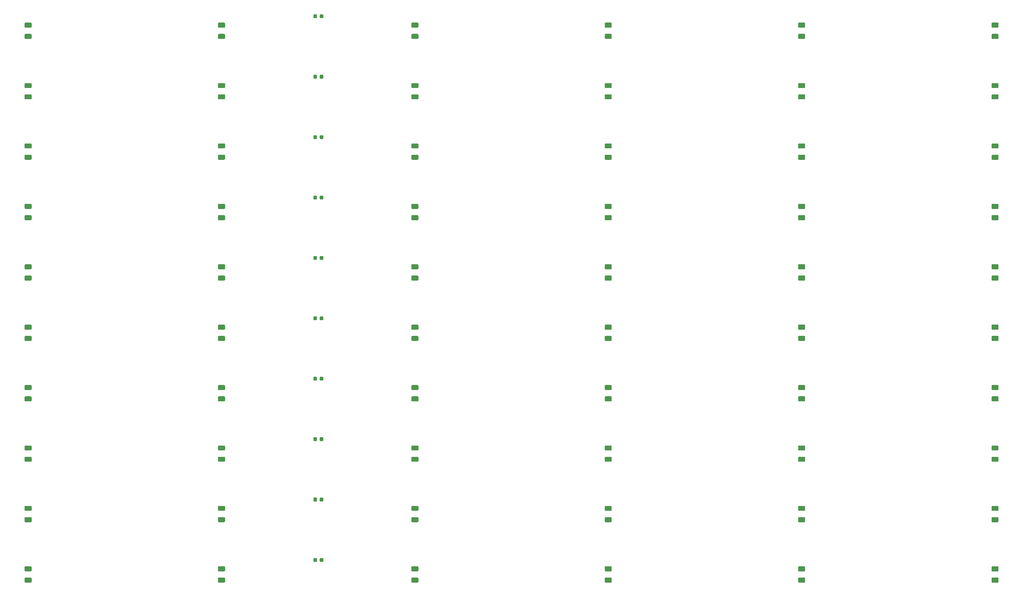
<source format=gtp>
%MOIN*%
%OFA0B0*%
%FSLAX46Y46*%
%IPPOS*%
%LPD*%
%ADD10C,0.0039370078740157488*%
%ADD21C,0.0039370078740157488*%
%ADD22C,0.0039370078740157488*%
%ADD23C,0.0039370078740157488*%
%ADD24C,0.0039370078740157488*%
%ADD25C,0.0039370078740157488*%
%ADD26C,0.0039370078740157488*%
%ADD27C,0.0039370078740157488*%
%ADD28C,0.0039370078740157488*%
%ADD29C,0.0039370078740157488*%
D10*
G36*
X0003526680Y0000396612D02*
G01*
X0003527516Y0000396488D01*
X0003528336Y0000396282D01*
X0003529132Y0000395997D01*
X0003529896Y0000395636D01*
X0003530621Y0000395202D01*
X0003531300Y0000394698D01*
X0003531926Y0000394131D01*
X0003532493Y0000393504D01*
X0003532997Y0000392825D01*
X0003533431Y0000392101D01*
X0003533793Y0000391337D01*
X0003534077Y0000390541D01*
X0003534283Y0000389721D01*
X0003534407Y0000388885D01*
X0003534448Y0000388041D01*
X0003534448Y0000367864D01*
X0003534407Y0000367020D01*
X0003534283Y0000366184D01*
X0003534077Y0000365364D01*
X0003533793Y0000364568D01*
X0003533431Y0000363804D01*
X0003532997Y0000363079D01*
X0003532493Y0000362400D01*
X0003531926Y0000361774D01*
X0003531300Y0000361206D01*
X0003530621Y0000360703D01*
X0003529896Y0000360268D01*
X0003529132Y0000359907D01*
X0003528336Y0000359622D01*
X0003527516Y0000359417D01*
X0003526680Y0000359293D01*
X0003525836Y0000359251D01*
X0003508612Y0000359251D01*
X0003507768Y0000359293D01*
X0003506932Y0000359417D01*
X0003506112Y0000359622D01*
X0003505316Y0000359907D01*
X0003504552Y0000360268D01*
X0003503827Y0000360703D01*
X0003503148Y0000361206D01*
X0003502522Y0000361774D01*
X0003501954Y0000362400D01*
X0003501451Y0000363079D01*
X0003501016Y0000363804D01*
X0003500655Y0000364568D01*
X0003500370Y0000365364D01*
X0003500165Y0000366184D01*
X0003500041Y0000367020D01*
X0003500000Y0000367864D01*
X0003500000Y0000388041D01*
X0003500041Y0000388885D01*
X0003500165Y0000389721D01*
X0003500370Y0000390541D01*
X0003500655Y0000391337D01*
X0003501016Y0000392101D01*
X0003501451Y0000392825D01*
X0003501954Y0000393504D01*
X0003502522Y0000394131D01*
X0003503148Y0000394698D01*
X0003503827Y0000395202D01*
X0003504552Y0000395636D01*
X0003505316Y0000395997D01*
X0003506112Y0000396282D01*
X0003506932Y0000396488D01*
X0003507768Y0000396612D01*
X0003508612Y0000396653D01*
X0003525836Y0000396653D01*
X0003526680Y0000396612D01*
G37*
G36*
X0003464672Y0000396612D02*
G01*
X0003465508Y0000396488D01*
X0003466328Y0000396282D01*
X0003467124Y0000395997D01*
X0003467888Y0000395636D01*
X0003468613Y0000395202D01*
X0003469292Y0000394698D01*
X0003469918Y0000394131D01*
X0003470486Y0000393504D01*
X0003470989Y0000392825D01*
X0003471424Y0000392101D01*
X0003471785Y0000391337D01*
X0003472070Y0000390541D01*
X0003472275Y0000389721D01*
X0003472399Y0000388885D01*
X0003472440Y0000388041D01*
X0003472440Y0000367864D01*
X0003472399Y0000367020D01*
X0003472275Y0000366184D01*
X0003472070Y0000365364D01*
X0003471785Y0000364568D01*
X0003471424Y0000363804D01*
X0003470989Y0000363079D01*
X0003470486Y0000362400D01*
X0003469918Y0000361774D01*
X0003469292Y0000361206D01*
X0003468613Y0000360703D01*
X0003467888Y0000360268D01*
X0003467124Y0000359907D01*
X0003466328Y0000359622D01*
X0003465508Y0000359417D01*
X0003464672Y0000359293D01*
X0003463828Y0000359251D01*
X0003446604Y0000359251D01*
X0003445760Y0000359293D01*
X0003444924Y0000359417D01*
X0003444104Y0000359622D01*
X0003443308Y0000359907D01*
X0003442544Y0000360268D01*
X0003441819Y0000360703D01*
X0003441140Y0000361206D01*
X0003440514Y0000361774D01*
X0003439947Y0000362400D01*
X0003439443Y0000363079D01*
X0003439009Y0000363804D01*
X0003438647Y0000364568D01*
X0003438362Y0000365364D01*
X0003438157Y0000366184D01*
X0003438033Y0000367020D01*
X0003437992Y0000367864D01*
X0003437992Y0000388041D01*
X0003438033Y0000388885D01*
X0003438157Y0000389721D01*
X0003438362Y0000390541D01*
X0003438647Y0000391337D01*
X0003439009Y0000392101D01*
X0003439443Y0000392825D01*
X0003439947Y0000393504D01*
X0003440514Y0000394131D01*
X0003441140Y0000394698D01*
X0003441819Y0000395202D01*
X0003442544Y0000395636D01*
X0003443308Y0000395997D01*
X0003444104Y0000396282D01*
X0003444924Y0000396488D01*
X0003445760Y0000396612D01*
X0003446604Y0000396653D01*
X0003463828Y0000396653D01*
X0003464672Y0000396612D01*
G37*
G36*
X0010123996Y0000315897D02*
G01*
X0010124951Y0000315755D01*
X0010125888Y0000315521D01*
X0010126798Y0000315195D01*
X0010127671Y0000314782D01*
X0010128499Y0000314286D01*
X0010129275Y0000313710D01*
X0010129991Y0000313062D01*
X0010130639Y0000312346D01*
X0010131215Y0000311570D01*
X0010131711Y0000310742D01*
X0010132124Y0000309868D01*
X0010132450Y0000308959D01*
X0010132684Y0000308022D01*
X0010132826Y0000307067D01*
X0010132874Y0000306102D01*
X0010132874Y0000276574D01*
X0010132826Y0000275610D01*
X0010132684Y0000274654D01*
X0010132450Y0000273717D01*
X0010132124Y0000272808D01*
X0010131711Y0000271935D01*
X0010131215Y0000271106D01*
X0010130639Y0000270330D01*
X0010129991Y0000269615D01*
X0010129275Y0000268966D01*
X0010128499Y0000268391D01*
X0010127671Y0000267894D01*
X0010126798Y0000267481D01*
X0010125888Y0000267156D01*
X0010124951Y0000266921D01*
X0010123996Y0000266779D01*
X0010123031Y0000266732D01*
X0010073818Y0000266732D01*
X0010072854Y0000266779D01*
X0010071898Y0000266921D01*
X0010070961Y0000267156D01*
X0010070052Y0000267481D01*
X0010069179Y0000267894D01*
X0010068350Y0000268391D01*
X0010067574Y0000268966D01*
X0010066859Y0000269615D01*
X0010066210Y0000270330D01*
X0010065635Y0000271106D01*
X0010065138Y0000271935D01*
X0010064725Y0000272808D01*
X0010064400Y0000273717D01*
X0010064165Y0000274654D01*
X0010064023Y0000275610D01*
X0010063976Y0000276574D01*
X0010063976Y0000306102D01*
X0010064023Y0000307067D01*
X0010064165Y0000308022D01*
X0010064400Y0000308959D01*
X0010064725Y0000309868D01*
X0010065138Y0000310742D01*
X0010065635Y0000311570D01*
X0010066210Y0000312346D01*
X0010066859Y0000313062D01*
X0010067574Y0000313710D01*
X0010068350Y0000314286D01*
X0010069179Y0000314782D01*
X0010070052Y0000315195D01*
X0010070961Y0000315521D01*
X0010071898Y0000315755D01*
X0010072854Y0000315897D01*
X0010073818Y0000315944D01*
X0010123031Y0000315944D01*
X0010123996Y0000315897D01*
G37*
G36*
X0010123996Y0000205661D02*
G01*
X0010124951Y0000205519D01*
X0010125888Y0000205284D01*
X0010126798Y0000204959D01*
X0010127671Y0000204546D01*
X0010128499Y0000204049D01*
X0010129275Y0000203474D01*
X0010129991Y0000202825D01*
X0010130639Y0000202110D01*
X0010131215Y0000201334D01*
X0010131711Y0000200505D01*
X0010132124Y0000199632D01*
X0010132450Y0000198723D01*
X0010132684Y0000197786D01*
X0010132826Y0000196830D01*
X0010132874Y0000195866D01*
X0010132874Y0000166338D01*
X0010132826Y0000165373D01*
X0010132684Y0000164418D01*
X0010132450Y0000163481D01*
X0010132124Y0000162571D01*
X0010131711Y0000161698D01*
X0010131215Y0000160870D01*
X0010130639Y0000160094D01*
X0010129991Y0000159378D01*
X0010129275Y0000158730D01*
X0010128499Y0000158154D01*
X0010127671Y0000157658D01*
X0010126798Y0000157245D01*
X0010125888Y0000156919D01*
X0010124951Y0000156685D01*
X0010123996Y0000156543D01*
X0010123031Y0000156496D01*
X0010073818Y0000156496D01*
X0010072854Y0000156543D01*
X0010071898Y0000156685D01*
X0010070961Y0000156919D01*
X0010070052Y0000157245D01*
X0010069179Y0000157658D01*
X0010068350Y0000158154D01*
X0010067574Y0000158730D01*
X0010066859Y0000159378D01*
X0010066210Y0000160094D01*
X0010065635Y0000160870D01*
X0010065138Y0000161698D01*
X0010064725Y0000162571D01*
X0010064400Y0000163481D01*
X0010064165Y0000164418D01*
X0010064023Y0000165373D01*
X0010063976Y0000166338D01*
X0010063976Y0000195866D01*
X0010064023Y0000196830D01*
X0010064165Y0000197786D01*
X0010064400Y0000198723D01*
X0010064725Y0000199632D01*
X0010065138Y0000200505D01*
X0010065635Y0000201334D01*
X0010066210Y0000202110D01*
X0010066859Y0000202825D01*
X0010067574Y0000203474D01*
X0010068350Y0000204049D01*
X0010069179Y0000204546D01*
X0010070052Y0000204959D01*
X0010070961Y0000205284D01*
X0010071898Y0000205519D01*
X0010072854Y0000205661D01*
X0010073818Y0000205708D01*
X0010123031Y0000205708D01*
X0010123996Y0000205661D01*
G37*
G36*
X0008234232Y0000315897D02*
G01*
X0008235187Y0000315755D01*
X0008236124Y0000315521D01*
X0008237034Y0000315195D01*
X0008237907Y0000314782D01*
X0008238735Y0000314286D01*
X0008239511Y0000313710D01*
X0008240227Y0000313062D01*
X0008240876Y0000312346D01*
X0008241451Y0000311570D01*
X0008241948Y0000310742D01*
X0008242361Y0000309868D01*
X0008242686Y0000308959D01*
X0008242921Y0000308022D01*
X0008243062Y0000307067D01*
X0008243110Y0000306102D01*
X0008243110Y0000276574D01*
X0008243062Y0000275610D01*
X0008242921Y0000274654D01*
X0008242686Y0000273717D01*
X0008242361Y0000272808D01*
X0008241948Y0000271935D01*
X0008241451Y0000271106D01*
X0008240876Y0000270330D01*
X0008240227Y0000269615D01*
X0008239511Y0000268966D01*
X0008238735Y0000268391D01*
X0008237907Y0000267894D01*
X0008237034Y0000267481D01*
X0008236124Y0000267156D01*
X0008235187Y0000266921D01*
X0008234232Y0000266779D01*
X0008233267Y0000266732D01*
X0008184055Y0000266732D01*
X0008183090Y0000266779D01*
X0008182134Y0000266921D01*
X0008181197Y0000267156D01*
X0008180288Y0000267481D01*
X0008179415Y0000267894D01*
X0008178586Y0000268391D01*
X0008177811Y0000268966D01*
X0008177095Y0000269615D01*
X0008176446Y0000270330D01*
X0008175871Y0000271106D01*
X0008175374Y0000271935D01*
X0008174961Y0000272808D01*
X0008174636Y0000273717D01*
X0008174401Y0000274654D01*
X0008174260Y0000275610D01*
X0008174212Y0000276574D01*
X0008174212Y0000306102D01*
X0008174260Y0000307067D01*
X0008174401Y0000308022D01*
X0008174636Y0000308959D01*
X0008174961Y0000309868D01*
X0008175374Y0000310742D01*
X0008175871Y0000311570D01*
X0008176446Y0000312346D01*
X0008177095Y0000313062D01*
X0008177811Y0000313710D01*
X0008178586Y0000314286D01*
X0008179415Y0000314782D01*
X0008180288Y0000315195D01*
X0008181197Y0000315521D01*
X0008182134Y0000315755D01*
X0008183090Y0000315897D01*
X0008184055Y0000315944D01*
X0008233267Y0000315944D01*
X0008234232Y0000315897D01*
G37*
G36*
X0008234232Y0000205661D02*
G01*
X0008235187Y0000205519D01*
X0008236124Y0000205284D01*
X0008237034Y0000204959D01*
X0008237907Y0000204546D01*
X0008238735Y0000204049D01*
X0008239511Y0000203474D01*
X0008240227Y0000202825D01*
X0008240876Y0000202110D01*
X0008241451Y0000201334D01*
X0008241948Y0000200505D01*
X0008242361Y0000199632D01*
X0008242686Y0000198723D01*
X0008242921Y0000197786D01*
X0008243062Y0000196830D01*
X0008243110Y0000195866D01*
X0008243110Y0000166338D01*
X0008243062Y0000165373D01*
X0008242921Y0000164418D01*
X0008242686Y0000163481D01*
X0008242361Y0000162571D01*
X0008241948Y0000161698D01*
X0008241451Y0000160870D01*
X0008240876Y0000160094D01*
X0008240227Y0000159378D01*
X0008239511Y0000158730D01*
X0008238735Y0000158154D01*
X0008237907Y0000157658D01*
X0008237034Y0000157245D01*
X0008236124Y0000156919D01*
X0008235187Y0000156685D01*
X0008234232Y0000156543D01*
X0008233267Y0000156496D01*
X0008184055Y0000156496D01*
X0008183090Y0000156543D01*
X0008182134Y0000156685D01*
X0008181197Y0000156919D01*
X0008180288Y0000157245D01*
X0008179415Y0000157658D01*
X0008178586Y0000158154D01*
X0008177811Y0000158730D01*
X0008177095Y0000159378D01*
X0008176446Y0000160094D01*
X0008175871Y0000160870D01*
X0008175374Y0000161698D01*
X0008174961Y0000162571D01*
X0008174636Y0000163481D01*
X0008174401Y0000164418D01*
X0008174260Y0000165373D01*
X0008174212Y0000166338D01*
X0008174212Y0000195866D01*
X0008174260Y0000196830D01*
X0008174401Y0000197786D01*
X0008174636Y0000198723D01*
X0008174961Y0000199632D01*
X0008175374Y0000200505D01*
X0008175871Y0000201334D01*
X0008176446Y0000202110D01*
X0008177095Y0000202825D01*
X0008177811Y0000203474D01*
X0008178586Y0000204049D01*
X0008179415Y0000204546D01*
X0008180288Y0000204959D01*
X0008181197Y0000205284D01*
X0008182134Y0000205519D01*
X0008183090Y0000205661D01*
X0008184055Y0000205708D01*
X0008233267Y0000205708D01*
X0008234232Y0000205661D01*
G37*
G36*
X0006344468Y0000315897D02*
G01*
X0006345424Y0000315755D01*
X0006346361Y0000315521D01*
X0006347270Y0000315195D01*
X0006348143Y0000314782D01*
X0006348972Y0000314286D01*
X0006349747Y0000313710D01*
X0006350463Y0000313062D01*
X0006351112Y0000312346D01*
X0006351687Y0000311570D01*
X0006352184Y0000310742D01*
X0006352597Y0000309868D01*
X0006352922Y0000308959D01*
X0006353157Y0000308022D01*
X0006353299Y0000307067D01*
X0006353346Y0000306102D01*
X0006353346Y0000276574D01*
X0006353299Y0000275610D01*
X0006353157Y0000274654D01*
X0006352922Y0000273717D01*
X0006352597Y0000272808D01*
X0006352184Y0000271935D01*
X0006351687Y0000271106D01*
X0006351112Y0000270330D01*
X0006350463Y0000269615D01*
X0006349747Y0000268966D01*
X0006348972Y0000268391D01*
X0006348143Y0000267894D01*
X0006347270Y0000267481D01*
X0006346361Y0000267156D01*
X0006345424Y0000266921D01*
X0006344468Y0000266779D01*
X0006343503Y0000266732D01*
X0006294291Y0000266732D01*
X0006293326Y0000266779D01*
X0006292371Y0000266921D01*
X0006291434Y0000267156D01*
X0006290524Y0000267481D01*
X0006289651Y0000267894D01*
X0006288823Y0000268391D01*
X0006288047Y0000268966D01*
X0006287331Y0000269615D01*
X0006286682Y0000270330D01*
X0006286107Y0000271106D01*
X0006285611Y0000271935D01*
X0006285198Y0000272808D01*
X0006284872Y0000273717D01*
X0006284637Y0000274654D01*
X0006284496Y0000275610D01*
X0006284448Y0000276574D01*
X0006284448Y0000306102D01*
X0006284496Y0000307067D01*
X0006284637Y0000308022D01*
X0006284872Y0000308959D01*
X0006285198Y0000309868D01*
X0006285611Y0000310742D01*
X0006286107Y0000311570D01*
X0006286682Y0000312346D01*
X0006287331Y0000313062D01*
X0006288047Y0000313710D01*
X0006288823Y0000314286D01*
X0006289651Y0000314782D01*
X0006290524Y0000315195D01*
X0006291434Y0000315521D01*
X0006292371Y0000315755D01*
X0006293326Y0000315897D01*
X0006294291Y0000315944D01*
X0006343503Y0000315944D01*
X0006344468Y0000315897D01*
G37*
G36*
X0006344468Y0000205661D02*
G01*
X0006345424Y0000205519D01*
X0006346361Y0000205284D01*
X0006347270Y0000204959D01*
X0006348143Y0000204546D01*
X0006348972Y0000204049D01*
X0006349747Y0000203474D01*
X0006350463Y0000202825D01*
X0006351112Y0000202110D01*
X0006351687Y0000201334D01*
X0006352184Y0000200505D01*
X0006352597Y0000199632D01*
X0006352922Y0000198723D01*
X0006353157Y0000197786D01*
X0006353299Y0000196830D01*
X0006353346Y0000195866D01*
X0006353346Y0000166338D01*
X0006353299Y0000165373D01*
X0006353157Y0000164418D01*
X0006352922Y0000163481D01*
X0006352597Y0000162571D01*
X0006352184Y0000161698D01*
X0006351687Y0000160870D01*
X0006351112Y0000160094D01*
X0006350463Y0000159378D01*
X0006349747Y0000158730D01*
X0006348972Y0000158154D01*
X0006348143Y0000157658D01*
X0006347270Y0000157245D01*
X0006346361Y0000156919D01*
X0006345424Y0000156685D01*
X0006344468Y0000156543D01*
X0006343503Y0000156496D01*
X0006294291Y0000156496D01*
X0006293326Y0000156543D01*
X0006292371Y0000156685D01*
X0006291434Y0000156919D01*
X0006290524Y0000157245D01*
X0006289651Y0000157658D01*
X0006288823Y0000158154D01*
X0006288047Y0000158730D01*
X0006287331Y0000159378D01*
X0006286682Y0000160094D01*
X0006286107Y0000160870D01*
X0006285611Y0000161698D01*
X0006285198Y0000162571D01*
X0006284872Y0000163481D01*
X0006284637Y0000164418D01*
X0006284496Y0000165373D01*
X0006284448Y0000166338D01*
X0006284448Y0000195866D01*
X0006284496Y0000196830D01*
X0006284637Y0000197786D01*
X0006284872Y0000198723D01*
X0006285198Y0000199632D01*
X0006285611Y0000200505D01*
X0006286107Y0000201334D01*
X0006286682Y0000202110D01*
X0006287331Y0000202825D01*
X0006288047Y0000203474D01*
X0006288823Y0000204049D01*
X0006289651Y0000204546D01*
X0006290524Y0000204959D01*
X0006291434Y0000205284D01*
X0006292371Y0000205519D01*
X0006293326Y0000205661D01*
X0006294291Y0000205708D01*
X0006343503Y0000205708D01*
X0006344468Y0000205661D01*
G37*
G36*
X0004454704Y0000315897D02*
G01*
X0004455660Y0000315755D01*
X0004456597Y0000315521D01*
X0004457506Y0000315195D01*
X0004458379Y0000314782D01*
X0004459208Y0000314286D01*
X0004459984Y0000313710D01*
X0004460699Y0000313062D01*
X0004461348Y0000312346D01*
X0004461923Y0000311570D01*
X0004462420Y0000310742D01*
X0004462833Y0000309868D01*
X0004463158Y0000308959D01*
X0004463393Y0000308022D01*
X0004463535Y0000307067D01*
X0004463582Y0000306102D01*
X0004463582Y0000276574D01*
X0004463535Y0000275610D01*
X0004463393Y0000274654D01*
X0004463158Y0000273717D01*
X0004462833Y0000272808D01*
X0004462420Y0000271935D01*
X0004461923Y0000271106D01*
X0004461348Y0000270330D01*
X0004460699Y0000269615D01*
X0004459984Y0000268966D01*
X0004459208Y0000268391D01*
X0004458379Y0000267894D01*
X0004457506Y0000267481D01*
X0004456597Y0000267156D01*
X0004455660Y0000266921D01*
X0004454704Y0000266779D01*
X0004453740Y0000266732D01*
X0004404527Y0000266732D01*
X0004403562Y0000266779D01*
X0004402607Y0000266921D01*
X0004401670Y0000267156D01*
X0004400760Y0000267481D01*
X0004399887Y0000267894D01*
X0004399059Y0000268391D01*
X0004398283Y0000268966D01*
X0004397567Y0000269615D01*
X0004396919Y0000270330D01*
X0004396343Y0000271106D01*
X0004395847Y0000271935D01*
X0004395434Y0000272808D01*
X0004395108Y0000273717D01*
X0004394874Y0000274654D01*
X0004394732Y0000275610D01*
X0004394685Y0000276574D01*
X0004394685Y0000306102D01*
X0004394732Y0000307067D01*
X0004394874Y0000308022D01*
X0004395108Y0000308959D01*
X0004395434Y0000309868D01*
X0004395847Y0000310742D01*
X0004396343Y0000311570D01*
X0004396919Y0000312346D01*
X0004397567Y0000313062D01*
X0004398283Y0000313710D01*
X0004399059Y0000314286D01*
X0004399887Y0000314782D01*
X0004400760Y0000315195D01*
X0004401670Y0000315521D01*
X0004402607Y0000315755D01*
X0004403562Y0000315897D01*
X0004404527Y0000315944D01*
X0004453740Y0000315944D01*
X0004454704Y0000315897D01*
G37*
G36*
X0004454704Y0000205661D02*
G01*
X0004455660Y0000205519D01*
X0004456597Y0000205284D01*
X0004457506Y0000204959D01*
X0004458379Y0000204546D01*
X0004459208Y0000204049D01*
X0004459984Y0000203474D01*
X0004460699Y0000202825D01*
X0004461348Y0000202110D01*
X0004461923Y0000201334D01*
X0004462420Y0000200505D01*
X0004462833Y0000199632D01*
X0004463158Y0000198723D01*
X0004463393Y0000197786D01*
X0004463535Y0000196830D01*
X0004463582Y0000195866D01*
X0004463582Y0000166338D01*
X0004463535Y0000165373D01*
X0004463393Y0000164418D01*
X0004463158Y0000163481D01*
X0004462833Y0000162571D01*
X0004462420Y0000161698D01*
X0004461923Y0000160870D01*
X0004461348Y0000160094D01*
X0004460699Y0000159378D01*
X0004459984Y0000158730D01*
X0004459208Y0000158154D01*
X0004458379Y0000157658D01*
X0004457506Y0000157245D01*
X0004456597Y0000156919D01*
X0004455660Y0000156685D01*
X0004454704Y0000156543D01*
X0004453740Y0000156496D01*
X0004404527Y0000156496D01*
X0004403562Y0000156543D01*
X0004402607Y0000156685D01*
X0004401670Y0000156919D01*
X0004400760Y0000157245D01*
X0004399887Y0000157658D01*
X0004399059Y0000158154D01*
X0004398283Y0000158730D01*
X0004397567Y0000159378D01*
X0004396919Y0000160094D01*
X0004396343Y0000160870D01*
X0004395847Y0000161698D01*
X0004395434Y0000162571D01*
X0004395108Y0000163481D01*
X0004394874Y0000164418D01*
X0004394732Y0000165373D01*
X0004394685Y0000166338D01*
X0004394685Y0000195866D01*
X0004394732Y0000196830D01*
X0004394874Y0000197786D01*
X0004395108Y0000198723D01*
X0004395434Y0000199632D01*
X0004395847Y0000200505D01*
X0004396343Y0000201334D01*
X0004396919Y0000202110D01*
X0004397567Y0000202825D01*
X0004398283Y0000203474D01*
X0004399059Y0000204049D01*
X0004399887Y0000204546D01*
X0004400760Y0000204959D01*
X0004401670Y0000205284D01*
X0004402607Y0000205519D01*
X0004403562Y0000205661D01*
X0004404527Y0000205708D01*
X0004453740Y0000205708D01*
X0004454704Y0000205661D01*
G37*
G36*
X0002564941Y0000315897D02*
G01*
X0002565896Y0000315755D01*
X0002566833Y0000315521D01*
X0002567742Y0000315195D01*
X0002568616Y0000314782D01*
X0002569444Y0000314286D01*
X0002570220Y0000313710D01*
X0002570936Y0000313062D01*
X0002571584Y0000312346D01*
X0002572160Y0000311570D01*
X0002572656Y0000310742D01*
X0002573069Y0000309868D01*
X0002573395Y0000308959D01*
X0002573629Y0000308022D01*
X0002573771Y0000307067D01*
X0002573818Y0000306102D01*
X0002573818Y0000276574D01*
X0002573771Y0000275610D01*
X0002573629Y0000274654D01*
X0002573395Y0000273717D01*
X0002573069Y0000272808D01*
X0002572656Y0000271935D01*
X0002572160Y0000271106D01*
X0002571584Y0000270330D01*
X0002570936Y0000269615D01*
X0002570220Y0000268966D01*
X0002569444Y0000268391D01*
X0002568616Y0000267894D01*
X0002567742Y0000267481D01*
X0002566833Y0000267156D01*
X0002565896Y0000266921D01*
X0002564941Y0000266779D01*
X0002563976Y0000266732D01*
X0002514763Y0000266732D01*
X0002513799Y0000266779D01*
X0002512843Y0000266921D01*
X0002511906Y0000267156D01*
X0002510997Y0000267481D01*
X0002510124Y0000267894D01*
X0002509295Y0000268391D01*
X0002508519Y0000268966D01*
X0002507804Y0000269615D01*
X0002507155Y0000270330D01*
X0002506580Y0000271106D01*
X0002506083Y0000271935D01*
X0002505670Y0000272808D01*
X0002505345Y0000273717D01*
X0002505110Y0000274654D01*
X0002504968Y0000275610D01*
X0002504921Y0000276574D01*
X0002504921Y0000306102D01*
X0002504968Y0000307067D01*
X0002505110Y0000308022D01*
X0002505345Y0000308959D01*
X0002505670Y0000309868D01*
X0002506083Y0000310742D01*
X0002506580Y0000311570D01*
X0002507155Y0000312346D01*
X0002507804Y0000313062D01*
X0002508519Y0000313710D01*
X0002509295Y0000314286D01*
X0002510124Y0000314782D01*
X0002510997Y0000315195D01*
X0002511906Y0000315521D01*
X0002512843Y0000315755D01*
X0002513799Y0000315897D01*
X0002514763Y0000315944D01*
X0002563976Y0000315944D01*
X0002564941Y0000315897D01*
G37*
G36*
X0002564941Y0000205661D02*
G01*
X0002565896Y0000205519D01*
X0002566833Y0000205284D01*
X0002567742Y0000204959D01*
X0002568616Y0000204546D01*
X0002569444Y0000204049D01*
X0002570220Y0000203474D01*
X0002570936Y0000202825D01*
X0002571584Y0000202110D01*
X0002572160Y0000201334D01*
X0002572656Y0000200505D01*
X0002573069Y0000199632D01*
X0002573395Y0000198723D01*
X0002573629Y0000197786D01*
X0002573771Y0000196830D01*
X0002573818Y0000195866D01*
X0002573818Y0000166338D01*
X0002573771Y0000165373D01*
X0002573629Y0000164418D01*
X0002573395Y0000163481D01*
X0002573069Y0000162571D01*
X0002572656Y0000161698D01*
X0002572160Y0000160870D01*
X0002571584Y0000160094D01*
X0002570936Y0000159378D01*
X0002570220Y0000158730D01*
X0002569444Y0000158154D01*
X0002568616Y0000157658D01*
X0002567742Y0000157245D01*
X0002566833Y0000156919D01*
X0002565896Y0000156685D01*
X0002564941Y0000156543D01*
X0002563976Y0000156496D01*
X0002514763Y0000156496D01*
X0002513799Y0000156543D01*
X0002512843Y0000156685D01*
X0002511906Y0000156919D01*
X0002510997Y0000157245D01*
X0002510124Y0000157658D01*
X0002509295Y0000158154D01*
X0002508519Y0000158730D01*
X0002507804Y0000159378D01*
X0002507155Y0000160094D01*
X0002506580Y0000160870D01*
X0002506083Y0000161698D01*
X0002505670Y0000162571D01*
X0002505345Y0000163481D01*
X0002505110Y0000164418D01*
X0002504968Y0000165373D01*
X0002504921Y0000166338D01*
X0002504921Y0000195866D01*
X0002504968Y0000196830D01*
X0002505110Y0000197786D01*
X0002505345Y0000198723D01*
X0002505670Y0000199632D01*
X0002506083Y0000200505D01*
X0002506580Y0000201334D01*
X0002507155Y0000202110D01*
X0002507804Y0000202825D01*
X0002508519Y0000203474D01*
X0002509295Y0000204049D01*
X0002510124Y0000204546D01*
X0002510997Y0000204959D01*
X0002511906Y0000205284D01*
X0002512843Y0000205519D01*
X0002513799Y0000205661D01*
X0002514763Y0000205708D01*
X0002563976Y0000205708D01*
X0002564941Y0000205661D01*
G37*
G36*
X0000675177Y0000315897D02*
G01*
X0000676132Y0000315755D01*
X0000677069Y0000315521D01*
X0000677979Y0000315195D01*
X0000678852Y0000314782D01*
X0000679680Y0000314286D01*
X0000680456Y0000313710D01*
X0000681172Y0000313062D01*
X0000681820Y0000312346D01*
X0000682396Y0000311570D01*
X0000682892Y0000310742D01*
X0000683305Y0000309868D01*
X0000683631Y0000308959D01*
X0000683865Y0000308022D01*
X0000684007Y0000307067D01*
X0000684055Y0000306102D01*
X0000684055Y0000276574D01*
X0000684007Y0000275610D01*
X0000683865Y0000274654D01*
X0000683631Y0000273717D01*
X0000683305Y0000272808D01*
X0000682892Y0000271935D01*
X0000682396Y0000271106D01*
X0000681820Y0000270330D01*
X0000681172Y0000269615D01*
X0000680456Y0000268966D01*
X0000679680Y0000268391D01*
X0000678852Y0000267894D01*
X0000677979Y0000267481D01*
X0000677069Y0000267156D01*
X0000676132Y0000266921D01*
X0000675177Y0000266779D01*
X0000674212Y0000266732D01*
X0000625000Y0000266732D01*
X0000624035Y0000266779D01*
X0000623079Y0000266921D01*
X0000622142Y0000267156D01*
X0000621233Y0000267481D01*
X0000620360Y0000267894D01*
X0000619531Y0000268391D01*
X0000618755Y0000268966D01*
X0000618040Y0000269615D01*
X0000617391Y0000270330D01*
X0000616816Y0000271106D01*
X0000616319Y0000271935D01*
X0000615906Y0000272808D01*
X0000615581Y0000273717D01*
X0000615346Y0000274654D01*
X0000615204Y0000275610D01*
X0000615157Y0000276574D01*
X0000615157Y0000306102D01*
X0000615204Y0000307067D01*
X0000615346Y0000308022D01*
X0000615581Y0000308959D01*
X0000615906Y0000309868D01*
X0000616319Y0000310742D01*
X0000616816Y0000311570D01*
X0000617391Y0000312346D01*
X0000618040Y0000313062D01*
X0000618755Y0000313710D01*
X0000619531Y0000314286D01*
X0000620360Y0000314782D01*
X0000621233Y0000315195D01*
X0000622142Y0000315521D01*
X0000623079Y0000315755D01*
X0000624035Y0000315897D01*
X0000625000Y0000315944D01*
X0000674212Y0000315944D01*
X0000675177Y0000315897D01*
G37*
G36*
X0000675177Y0000205661D02*
G01*
X0000676132Y0000205519D01*
X0000677069Y0000205284D01*
X0000677979Y0000204959D01*
X0000678852Y0000204546D01*
X0000679680Y0000204049D01*
X0000680456Y0000203474D01*
X0000681172Y0000202825D01*
X0000681820Y0000202110D01*
X0000682396Y0000201334D01*
X0000682892Y0000200505D01*
X0000683305Y0000199632D01*
X0000683631Y0000198723D01*
X0000683865Y0000197786D01*
X0000684007Y0000196830D01*
X0000684055Y0000195866D01*
X0000684055Y0000166338D01*
X0000684007Y0000165373D01*
X0000683865Y0000164418D01*
X0000683631Y0000163481D01*
X0000683305Y0000162571D01*
X0000682892Y0000161698D01*
X0000682396Y0000160870D01*
X0000681820Y0000160094D01*
X0000681172Y0000159378D01*
X0000680456Y0000158730D01*
X0000679680Y0000158154D01*
X0000678852Y0000157658D01*
X0000677979Y0000157245D01*
X0000677069Y0000156919D01*
X0000676132Y0000156685D01*
X0000675177Y0000156543D01*
X0000674212Y0000156496D01*
X0000625000Y0000156496D01*
X0000624035Y0000156543D01*
X0000623079Y0000156685D01*
X0000622142Y0000156919D01*
X0000621233Y0000157245D01*
X0000620360Y0000157658D01*
X0000619531Y0000158154D01*
X0000618755Y0000158730D01*
X0000618040Y0000159378D01*
X0000617391Y0000160094D01*
X0000616816Y0000160870D01*
X0000616319Y0000161698D01*
X0000615906Y0000162571D01*
X0000615581Y0000163481D01*
X0000615346Y0000164418D01*
X0000615204Y0000165373D01*
X0000615157Y0000166338D01*
X0000615157Y0000195866D01*
X0000615204Y0000196830D01*
X0000615346Y0000197786D01*
X0000615581Y0000198723D01*
X0000615906Y0000199632D01*
X0000616319Y0000200505D01*
X0000616816Y0000201334D01*
X0000617391Y0000202110D01*
X0000618040Y0000202825D01*
X0000618755Y0000203474D01*
X0000619531Y0000204049D01*
X0000620360Y0000204546D01*
X0000621233Y0000204959D01*
X0000622142Y0000205284D01*
X0000623079Y0000205519D01*
X0000624035Y0000205661D01*
X0000625000Y0000205708D01*
X0000674212Y0000205708D01*
X0000675177Y0000205661D01*
G37*
G04 next file*
G04 #@! TF.GenerationSoftware,KiCad,Pcbnew,(5.1.5-0)*
G04 #@! TF.CreationDate,2020-08-20T15:01:18-04:00*
G04 #@! TF.ProjectId,LEDIO,4c454449-4f2e-46b6-9963-61645f706362,rev?*
G04 #@! TF.SameCoordinates,Original*
G04 #@! TF.FileFunction,Paste,Top*
G04 #@! TF.FilePolarity,Positive*
G04 Gerber Fmt 4.6, Leading zero omitted, Abs format (unit mm)*
G04 Created by KiCad (PCBNEW (5.1.5-0)) date 2020-08-20 15:01:18*
G04 APERTURE LIST*
G04 APERTURE END LIST*
D21*
G36*
X0003526680Y0000987163D02*
G01*
X0003527516Y0000987039D01*
X0003528336Y0000986833D01*
X0003529132Y0000986549D01*
X0003529896Y0000986187D01*
X0003530621Y0000985753D01*
X0003531300Y0000985249D01*
X0003531926Y0000984682D01*
X0003532493Y0000984056D01*
X0003532997Y0000983377D01*
X0003533431Y0000982652D01*
X0003533793Y0000981888D01*
X0003534077Y0000981092D01*
X0003534283Y0000980272D01*
X0003534407Y0000979436D01*
X0003534448Y0000978592D01*
X0003534448Y0000958415D01*
X0003534407Y0000957571D01*
X0003534283Y0000956735D01*
X0003534077Y0000955915D01*
X0003533793Y0000955119D01*
X0003533431Y0000954355D01*
X0003532997Y0000953630D01*
X0003532493Y0000952951D01*
X0003531926Y0000952325D01*
X0003531300Y0000951758D01*
X0003530621Y0000951254D01*
X0003529896Y0000950820D01*
X0003529132Y0000950458D01*
X0003528336Y0000950173D01*
X0003527516Y0000949968D01*
X0003526680Y0000949844D01*
X0003525836Y0000949803D01*
X0003508612Y0000949803D01*
X0003507768Y0000949844D01*
X0003506932Y0000949968D01*
X0003506112Y0000950173D01*
X0003505316Y0000950458D01*
X0003504552Y0000950820D01*
X0003503827Y0000951254D01*
X0003503148Y0000951758D01*
X0003502522Y0000952325D01*
X0003501954Y0000952951D01*
X0003501451Y0000953630D01*
X0003501016Y0000954355D01*
X0003500655Y0000955119D01*
X0003500370Y0000955915D01*
X0003500165Y0000956735D01*
X0003500041Y0000957571D01*
X0003500000Y0000958415D01*
X0003500000Y0000978592D01*
X0003500041Y0000979436D01*
X0003500165Y0000980272D01*
X0003500370Y0000981092D01*
X0003500655Y0000981888D01*
X0003501016Y0000982652D01*
X0003501451Y0000983377D01*
X0003501954Y0000984056D01*
X0003502522Y0000984682D01*
X0003503148Y0000985249D01*
X0003503827Y0000985753D01*
X0003504552Y0000986187D01*
X0003505316Y0000986549D01*
X0003506112Y0000986833D01*
X0003506932Y0000987039D01*
X0003507768Y0000987163D01*
X0003508612Y0000987204D01*
X0003525836Y0000987204D01*
X0003526680Y0000987163D01*
G37*
G36*
X0003464672Y0000987163D02*
G01*
X0003465508Y0000987039D01*
X0003466328Y0000986833D01*
X0003467124Y0000986549D01*
X0003467888Y0000986187D01*
X0003468613Y0000985753D01*
X0003469292Y0000985249D01*
X0003469918Y0000984682D01*
X0003470486Y0000984056D01*
X0003470989Y0000983377D01*
X0003471424Y0000982652D01*
X0003471785Y0000981888D01*
X0003472070Y0000981092D01*
X0003472275Y0000980272D01*
X0003472399Y0000979436D01*
X0003472440Y0000978592D01*
X0003472440Y0000958415D01*
X0003472399Y0000957571D01*
X0003472275Y0000956735D01*
X0003472070Y0000955915D01*
X0003471785Y0000955119D01*
X0003471424Y0000954355D01*
X0003470989Y0000953630D01*
X0003470486Y0000952951D01*
X0003469918Y0000952325D01*
X0003469292Y0000951758D01*
X0003468613Y0000951254D01*
X0003467888Y0000950820D01*
X0003467124Y0000950458D01*
X0003466328Y0000950173D01*
X0003465508Y0000949968D01*
X0003464672Y0000949844D01*
X0003463828Y0000949803D01*
X0003446604Y0000949803D01*
X0003445760Y0000949844D01*
X0003444924Y0000949968D01*
X0003444104Y0000950173D01*
X0003443308Y0000950458D01*
X0003442544Y0000950820D01*
X0003441819Y0000951254D01*
X0003441140Y0000951758D01*
X0003440514Y0000952325D01*
X0003439947Y0000952951D01*
X0003439443Y0000953630D01*
X0003439009Y0000954355D01*
X0003438647Y0000955119D01*
X0003438362Y0000955915D01*
X0003438157Y0000956735D01*
X0003438033Y0000957571D01*
X0003437992Y0000958415D01*
X0003437992Y0000978592D01*
X0003438033Y0000979436D01*
X0003438157Y0000980272D01*
X0003438362Y0000981092D01*
X0003438647Y0000981888D01*
X0003439009Y0000982652D01*
X0003439443Y0000983377D01*
X0003439947Y0000984056D01*
X0003440514Y0000984682D01*
X0003441140Y0000985249D01*
X0003441819Y0000985753D01*
X0003442544Y0000986187D01*
X0003443308Y0000986549D01*
X0003444104Y0000986833D01*
X0003444924Y0000987039D01*
X0003445760Y0000987163D01*
X0003446604Y0000987204D01*
X0003463828Y0000987204D01*
X0003464672Y0000987163D01*
G37*
G36*
X0010123996Y0000906448D02*
G01*
X0010124951Y0000906306D01*
X0010125888Y0000906072D01*
X0010126798Y0000905746D01*
X0010127671Y0000905333D01*
X0010128499Y0000904837D01*
X0010129275Y0000904261D01*
X0010129991Y0000903613D01*
X0010130639Y0000902897D01*
X0010131215Y0000902121D01*
X0010131711Y0000901293D01*
X0010132124Y0000900420D01*
X0010132450Y0000899510D01*
X0010132684Y0000898573D01*
X0010132826Y0000897618D01*
X0010132874Y0000896653D01*
X0010132874Y0000867125D01*
X0010132826Y0000866161D01*
X0010132684Y0000865205D01*
X0010132450Y0000864268D01*
X0010132124Y0000863359D01*
X0010131711Y0000862486D01*
X0010131215Y0000861657D01*
X0010130639Y0000860881D01*
X0010129991Y0000860166D01*
X0010129275Y0000859517D01*
X0010128499Y0000858942D01*
X0010127671Y0000858445D01*
X0010126798Y0000858032D01*
X0010125888Y0000857707D01*
X0010124951Y0000857472D01*
X0010123996Y0000857330D01*
X0010123031Y0000857283D01*
X0010073818Y0000857283D01*
X0010072854Y0000857330D01*
X0010071898Y0000857472D01*
X0010070961Y0000857707D01*
X0010070052Y0000858032D01*
X0010069179Y0000858445D01*
X0010068350Y0000858942D01*
X0010067574Y0000859517D01*
X0010066859Y0000860166D01*
X0010066210Y0000860881D01*
X0010065635Y0000861657D01*
X0010065138Y0000862486D01*
X0010064725Y0000863359D01*
X0010064400Y0000864268D01*
X0010064165Y0000865205D01*
X0010064023Y0000866161D01*
X0010063976Y0000867125D01*
X0010063976Y0000896653D01*
X0010064023Y0000897618D01*
X0010064165Y0000898573D01*
X0010064400Y0000899510D01*
X0010064725Y0000900420D01*
X0010065138Y0000901293D01*
X0010065635Y0000902121D01*
X0010066210Y0000902897D01*
X0010066859Y0000903613D01*
X0010067574Y0000904261D01*
X0010068350Y0000904837D01*
X0010069179Y0000905333D01*
X0010070052Y0000905746D01*
X0010070961Y0000906072D01*
X0010071898Y0000906306D01*
X0010072854Y0000906448D01*
X0010073818Y0000906496D01*
X0010123031Y0000906496D01*
X0010123996Y0000906448D01*
G37*
G36*
X0010123996Y0000796212D02*
G01*
X0010124951Y0000796070D01*
X0010125888Y0000795836D01*
X0010126798Y0000795510D01*
X0010127671Y0000795097D01*
X0010128499Y0000794601D01*
X0010129275Y0000794025D01*
X0010129991Y0000793377D01*
X0010130639Y0000792661D01*
X0010131215Y0000791885D01*
X0010131711Y0000791057D01*
X0010132124Y0000790183D01*
X0010132450Y0000789274D01*
X0010132684Y0000788337D01*
X0010132826Y0000787382D01*
X0010132874Y0000786417D01*
X0010132874Y0000756889D01*
X0010132826Y0000755925D01*
X0010132684Y0000754969D01*
X0010132450Y0000754032D01*
X0010132124Y0000753123D01*
X0010131711Y0000752250D01*
X0010131215Y0000751421D01*
X0010130639Y0000750645D01*
X0010129991Y0000749930D01*
X0010129275Y0000749281D01*
X0010128499Y0000748706D01*
X0010127671Y0000748209D01*
X0010126798Y0000747796D01*
X0010125888Y0000747471D01*
X0010124951Y0000747236D01*
X0010123996Y0000747094D01*
X0010123031Y0000747047D01*
X0010073818Y0000747047D01*
X0010072854Y0000747094D01*
X0010071898Y0000747236D01*
X0010070961Y0000747471D01*
X0010070052Y0000747796D01*
X0010069179Y0000748209D01*
X0010068350Y0000748706D01*
X0010067574Y0000749281D01*
X0010066859Y0000749930D01*
X0010066210Y0000750645D01*
X0010065635Y0000751421D01*
X0010065138Y0000752250D01*
X0010064725Y0000753123D01*
X0010064400Y0000754032D01*
X0010064165Y0000754969D01*
X0010064023Y0000755925D01*
X0010063976Y0000756889D01*
X0010063976Y0000786417D01*
X0010064023Y0000787382D01*
X0010064165Y0000788337D01*
X0010064400Y0000789274D01*
X0010064725Y0000790183D01*
X0010065138Y0000791057D01*
X0010065635Y0000791885D01*
X0010066210Y0000792661D01*
X0010066859Y0000793377D01*
X0010067574Y0000794025D01*
X0010068350Y0000794601D01*
X0010069179Y0000795097D01*
X0010070052Y0000795510D01*
X0010070961Y0000795836D01*
X0010071898Y0000796070D01*
X0010072854Y0000796212D01*
X0010073818Y0000796259D01*
X0010123031Y0000796259D01*
X0010123996Y0000796212D01*
G37*
G36*
X0008234232Y0000906448D02*
G01*
X0008235187Y0000906306D01*
X0008236124Y0000906072D01*
X0008237034Y0000905746D01*
X0008237907Y0000905333D01*
X0008238735Y0000904837D01*
X0008239511Y0000904261D01*
X0008240227Y0000903613D01*
X0008240876Y0000902897D01*
X0008241451Y0000902121D01*
X0008241948Y0000901293D01*
X0008242361Y0000900420D01*
X0008242686Y0000899510D01*
X0008242921Y0000898573D01*
X0008243062Y0000897618D01*
X0008243110Y0000896653D01*
X0008243110Y0000867125D01*
X0008243062Y0000866161D01*
X0008242921Y0000865205D01*
X0008242686Y0000864268D01*
X0008242361Y0000863359D01*
X0008241948Y0000862486D01*
X0008241451Y0000861657D01*
X0008240876Y0000860881D01*
X0008240227Y0000860166D01*
X0008239511Y0000859517D01*
X0008238735Y0000858942D01*
X0008237907Y0000858445D01*
X0008237034Y0000858032D01*
X0008236124Y0000857707D01*
X0008235187Y0000857472D01*
X0008234232Y0000857330D01*
X0008233267Y0000857283D01*
X0008184055Y0000857283D01*
X0008183090Y0000857330D01*
X0008182134Y0000857472D01*
X0008181197Y0000857707D01*
X0008180288Y0000858032D01*
X0008179415Y0000858445D01*
X0008178586Y0000858942D01*
X0008177811Y0000859517D01*
X0008177095Y0000860166D01*
X0008176446Y0000860881D01*
X0008175871Y0000861657D01*
X0008175374Y0000862486D01*
X0008174961Y0000863359D01*
X0008174636Y0000864268D01*
X0008174401Y0000865205D01*
X0008174260Y0000866161D01*
X0008174212Y0000867125D01*
X0008174212Y0000896653D01*
X0008174260Y0000897618D01*
X0008174401Y0000898573D01*
X0008174636Y0000899510D01*
X0008174961Y0000900420D01*
X0008175374Y0000901293D01*
X0008175871Y0000902121D01*
X0008176446Y0000902897D01*
X0008177095Y0000903613D01*
X0008177811Y0000904261D01*
X0008178586Y0000904837D01*
X0008179415Y0000905333D01*
X0008180288Y0000905746D01*
X0008181197Y0000906072D01*
X0008182134Y0000906306D01*
X0008183090Y0000906448D01*
X0008184055Y0000906496D01*
X0008233267Y0000906496D01*
X0008234232Y0000906448D01*
G37*
G36*
X0008234232Y0000796212D02*
G01*
X0008235187Y0000796070D01*
X0008236124Y0000795836D01*
X0008237034Y0000795510D01*
X0008237907Y0000795097D01*
X0008238735Y0000794601D01*
X0008239511Y0000794025D01*
X0008240227Y0000793377D01*
X0008240876Y0000792661D01*
X0008241451Y0000791885D01*
X0008241948Y0000791057D01*
X0008242361Y0000790183D01*
X0008242686Y0000789274D01*
X0008242921Y0000788337D01*
X0008243062Y0000787382D01*
X0008243110Y0000786417D01*
X0008243110Y0000756889D01*
X0008243062Y0000755925D01*
X0008242921Y0000754969D01*
X0008242686Y0000754032D01*
X0008242361Y0000753123D01*
X0008241948Y0000752250D01*
X0008241451Y0000751421D01*
X0008240876Y0000750645D01*
X0008240227Y0000749930D01*
X0008239511Y0000749281D01*
X0008238735Y0000748706D01*
X0008237907Y0000748209D01*
X0008237034Y0000747796D01*
X0008236124Y0000747471D01*
X0008235187Y0000747236D01*
X0008234232Y0000747094D01*
X0008233267Y0000747047D01*
X0008184055Y0000747047D01*
X0008183090Y0000747094D01*
X0008182134Y0000747236D01*
X0008181197Y0000747471D01*
X0008180288Y0000747796D01*
X0008179415Y0000748209D01*
X0008178586Y0000748706D01*
X0008177811Y0000749281D01*
X0008177095Y0000749930D01*
X0008176446Y0000750645D01*
X0008175871Y0000751421D01*
X0008175374Y0000752250D01*
X0008174961Y0000753123D01*
X0008174636Y0000754032D01*
X0008174401Y0000754969D01*
X0008174260Y0000755925D01*
X0008174212Y0000756889D01*
X0008174212Y0000786417D01*
X0008174260Y0000787382D01*
X0008174401Y0000788337D01*
X0008174636Y0000789274D01*
X0008174961Y0000790183D01*
X0008175374Y0000791057D01*
X0008175871Y0000791885D01*
X0008176446Y0000792661D01*
X0008177095Y0000793377D01*
X0008177811Y0000794025D01*
X0008178586Y0000794601D01*
X0008179415Y0000795097D01*
X0008180288Y0000795510D01*
X0008181197Y0000795836D01*
X0008182134Y0000796070D01*
X0008183090Y0000796212D01*
X0008184055Y0000796259D01*
X0008233267Y0000796259D01*
X0008234232Y0000796212D01*
G37*
G36*
X0006344468Y0000906448D02*
G01*
X0006345424Y0000906306D01*
X0006346361Y0000906072D01*
X0006347270Y0000905746D01*
X0006348143Y0000905333D01*
X0006348972Y0000904837D01*
X0006349747Y0000904261D01*
X0006350463Y0000903613D01*
X0006351112Y0000902897D01*
X0006351687Y0000902121D01*
X0006352184Y0000901293D01*
X0006352597Y0000900420D01*
X0006352922Y0000899510D01*
X0006353157Y0000898573D01*
X0006353299Y0000897618D01*
X0006353346Y0000896653D01*
X0006353346Y0000867125D01*
X0006353299Y0000866161D01*
X0006353157Y0000865205D01*
X0006352922Y0000864268D01*
X0006352597Y0000863359D01*
X0006352184Y0000862486D01*
X0006351687Y0000861657D01*
X0006351112Y0000860881D01*
X0006350463Y0000860166D01*
X0006349747Y0000859517D01*
X0006348972Y0000858942D01*
X0006348143Y0000858445D01*
X0006347270Y0000858032D01*
X0006346361Y0000857707D01*
X0006345424Y0000857472D01*
X0006344468Y0000857330D01*
X0006343503Y0000857283D01*
X0006294291Y0000857283D01*
X0006293326Y0000857330D01*
X0006292371Y0000857472D01*
X0006291434Y0000857707D01*
X0006290524Y0000858032D01*
X0006289651Y0000858445D01*
X0006288823Y0000858942D01*
X0006288047Y0000859517D01*
X0006287331Y0000860166D01*
X0006286682Y0000860881D01*
X0006286107Y0000861657D01*
X0006285611Y0000862486D01*
X0006285198Y0000863359D01*
X0006284872Y0000864268D01*
X0006284637Y0000865205D01*
X0006284496Y0000866161D01*
X0006284448Y0000867125D01*
X0006284448Y0000896653D01*
X0006284496Y0000897618D01*
X0006284637Y0000898573D01*
X0006284872Y0000899510D01*
X0006285198Y0000900420D01*
X0006285611Y0000901293D01*
X0006286107Y0000902121D01*
X0006286682Y0000902897D01*
X0006287331Y0000903613D01*
X0006288047Y0000904261D01*
X0006288823Y0000904837D01*
X0006289651Y0000905333D01*
X0006290524Y0000905746D01*
X0006291434Y0000906072D01*
X0006292371Y0000906306D01*
X0006293326Y0000906448D01*
X0006294291Y0000906496D01*
X0006343503Y0000906496D01*
X0006344468Y0000906448D01*
G37*
G36*
X0006344468Y0000796212D02*
G01*
X0006345424Y0000796070D01*
X0006346361Y0000795836D01*
X0006347270Y0000795510D01*
X0006348143Y0000795097D01*
X0006348972Y0000794601D01*
X0006349747Y0000794025D01*
X0006350463Y0000793377D01*
X0006351112Y0000792661D01*
X0006351687Y0000791885D01*
X0006352184Y0000791057D01*
X0006352597Y0000790183D01*
X0006352922Y0000789274D01*
X0006353157Y0000788337D01*
X0006353299Y0000787382D01*
X0006353346Y0000786417D01*
X0006353346Y0000756889D01*
X0006353299Y0000755925D01*
X0006353157Y0000754969D01*
X0006352922Y0000754032D01*
X0006352597Y0000753123D01*
X0006352184Y0000752250D01*
X0006351687Y0000751421D01*
X0006351112Y0000750645D01*
X0006350463Y0000749930D01*
X0006349747Y0000749281D01*
X0006348972Y0000748706D01*
X0006348143Y0000748209D01*
X0006347270Y0000747796D01*
X0006346361Y0000747471D01*
X0006345424Y0000747236D01*
X0006344468Y0000747094D01*
X0006343503Y0000747047D01*
X0006294291Y0000747047D01*
X0006293326Y0000747094D01*
X0006292371Y0000747236D01*
X0006291434Y0000747471D01*
X0006290524Y0000747796D01*
X0006289651Y0000748209D01*
X0006288823Y0000748706D01*
X0006288047Y0000749281D01*
X0006287331Y0000749930D01*
X0006286682Y0000750645D01*
X0006286107Y0000751421D01*
X0006285611Y0000752250D01*
X0006285198Y0000753123D01*
X0006284872Y0000754032D01*
X0006284637Y0000754969D01*
X0006284496Y0000755925D01*
X0006284448Y0000756889D01*
X0006284448Y0000786417D01*
X0006284496Y0000787382D01*
X0006284637Y0000788337D01*
X0006284872Y0000789274D01*
X0006285198Y0000790183D01*
X0006285611Y0000791057D01*
X0006286107Y0000791885D01*
X0006286682Y0000792661D01*
X0006287331Y0000793377D01*
X0006288047Y0000794025D01*
X0006288823Y0000794601D01*
X0006289651Y0000795097D01*
X0006290524Y0000795510D01*
X0006291434Y0000795836D01*
X0006292371Y0000796070D01*
X0006293326Y0000796212D01*
X0006294291Y0000796259D01*
X0006343503Y0000796259D01*
X0006344468Y0000796212D01*
G37*
G36*
X0004454704Y0000906448D02*
G01*
X0004455660Y0000906306D01*
X0004456597Y0000906072D01*
X0004457506Y0000905746D01*
X0004458379Y0000905333D01*
X0004459208Y0000904837D01*
X0004459984Y0000904261D01*
X0004460699Y0000903613D01*
X0004461348Y0000902897D01*
X0004461923Y0000902121D01*
X0004462420Y0000901293D01*
X0004462833Y0000900420D01*
X0004463158Y0000899510D01*
X0004463393Y0000898573D01*
X0004463535Y0000897618D01*
X0004463582Y0000896653D01*
X0004463582Y0000867125D01*
X0004463535Y0000866161D01*
X0004463393Y0000865205D01*
X0004463158Y0000864268D01*
X0004462833Y0000863359D01*
X0004462420Y0000862486D01*
X0004461923Y0000861657D01*
X0004461348Y0000860881D01*
X0004460699Y0000860166D01*
X0004459984Y0000859517D01*
X0004459208Y0000858942D01*
X0004458379Y0000858445D01*
X0004457506Y0000858032D01*
X0004456597Y0000857707D01*
X0004455660Y0000857472D01*
X0004454704Y0000857330D01*
X0004453740Y0000857283D01*
X0004404527Y0000857283D01*
X0004403562Y0000857330D01*
X0004402607Y0000857472D01*
X0004401670Y0000857707D01*
X0004400760Y0000858032D01*
X0004399887Y0000858445D01*
X0004399059Y0000858942D01*
X0004398283Y0000859517D01*
X0004397567Y0000860166D01*
X0004396919Y0000860881D01*
X0004396343Y0000861657D01*
X0004395847Y0000862486D01*
X0004395434Y0000863359D01*
X0004395108Y0000864268D01*
X0004394874Y0000865205D01*
X0004394732Y0000866161D01*
X0004394685Y0000867125D01*
X0004394685Y0000896653D01*
X0004394732Y0000897618D01*
X0004394874Y0000898573D01*
X0004395108Y0000899510D01*
X0004395434Y0000900420D01*
X0004395847Y0000901293D01*
X0004396343Y0000902121D01*
X0004396919Y0000902897D01*
X0004397567Y0000903613D01*
X0004398283Y0000904261D01*
X0004399059Y0000904837D01*
X0004399887Y0000905333D01*
X0004400760Y0000905746D01*
X0004401670Y0000906072D01*
X0004402607Y0000906306D01*
X0004403562Y0000906448D01*
X0004404527Y0000906496D01*
X0004453740Y0000906496D01*
X0004454704Y0000906448D01*
G37*
G36*
X0004454704Y0000796212D02*
G01*
X0004455660Y0000796070D01*
X0004456597Y0000795836D01*
X0004457506Y0000795510D01*
X0004458379Y0000795097D01*
X0004459208Y0000794601D01*
X0004459984Y0000794025D01*
X0004460699Y0000793377D01*
X0004461348Y0000792661D01*
X0004461923Y0000791885D01*
X0004462420Y0000791057D01*
X0004462833Y0000790183D01*
X0004463158Y0000789274D01*
X0004463393Y0000788337D01*
X0004463535Y0000787382D01*
X0004463582Y0000786417D01*
X0004463582Y0000756889D01*
X0004463535Y0000755925D01*
X0004463393Y0000754969D01*
X0004463158Y0000754032D01*
X0004462833Y0000753123D01*
X0004462420Y0000752250D01*
X0004461923Y0000751421D01*
X0004461348Y0000750645D01*
X0004460699Y0000749930D01*
X0004459984Y0000749281D01*
X0004459208Y0000748706D01*
X0004458379Y0000748209D01*
X0004457506Y0000747796D01*
X0004456597Y0000747471D01*
X0004455660Y0000747236D01*
X0004454704Y0000747094D01*
X0004453740Y0000747047D01*
X0004404527Y0000747047D01*
X0004403562Y0000747094D01*
X0004402607Y0000747236D01*
X0004401670Y0000747471D01*
X0004400760Y0000747796D01*
X0004399887Y0000748209D01*
X0004399059Y0000748706D01*
X0004398283Y0000749281D01*
X0004397567Y0000749930D01*
X0004396919Y0000750645D01*
X0004396343Y0000751421D01*
X0004395847Y0000752250D01*
X0004395434Y0000753123D01*
X0004395108Y0000754032D01*
X0004394874Y0000754969D01*
X0004394732Y0000755925D01*
X0004394685Y0000756889D01*
X0004394685Y0000786417D01*
X0004394732Y0000787382D01*
X0004394874Y0000788337D01*
X0004395108Y0000789274D01*
X0004395434Y0000790183D01*
X0004395847Y0000791057D01*
X0004396343Y0000791885D01*
X0004396919Y0000792661D01*
X0004397567Y0000793377D01*
X0004398283Y0000794025D01*
X0004399059Y0000794601D01*
X0004399887Y0000795097D01*
X0004400760Y0000795510D01*
X0004401670Y0000795836D01*
X0004402607Y0000796070D01*
X0004403562Y0000796212D01*
X0004404527Y0000796259D01*
X0004453740Y0000796259D01*
X0004454704Y0000796212D01*
G37*
G36*
X0002564941Y0000906448D02*
G01*
X0002565896Y0000906306D01*
X0002566833Y0000906072D01*
X0002567742Y0000905746D01*
X0002568616Y0000905333D01*
X0002569444Y0000904837D01*
X0002570220Y0000904261D01*
X0002570936Y0000903613D01*
X0002571584Y0000902897D01*
X0002572160Y0000902121D01*
X0002572656Y0000901293D01*
X0002573069Y0000900420D01*
X0002573395Y0000899510D01*
X0002573629Y0000898573D01*
X0002573771Y0000897618D01*
X0002573818Y0000896653D01*
X0002573818Y0000867125D01*
X0002573771Y0000866161D01*
X0002573629Y0000865205D01*
X0002573395Y0000864268D01*
X0002573069Y0000863359D01*
X0002572656Y0000862486D01*
X0002572160Y0000861657D01*
X0002571584Y0000860881D01*
X0002570936Y0000860166D01*
X0002570220Y0000859517D01*
X0002569444Y0000858942D01*
X0002568616Y0000858445D01*
X0002567742Y0000858032D01*
X0002566833Y0000857707D01*
X0002565896Y0000857472D01*
X0002564941Y0000857330D01*
X0002563976Y0000857283D01*
X0002514763Y0000857283D01*
X0002513799Y0000857330D01*
X0002512843Y0000857472D01*
X0002511906Y0000857707D01*
X0002510997Y0000858032D01*
X0002510124Y0000858445D01*
X0002509295Y0000858942D01*
X0002508519Y0000859517D01*
X0002507804Y0000860166D01*
X0002507155Y0000860881D01*
X0002506580Y0000861657D01*
X0002506083Y0000862486D01*
X0002505670Y0000863359D01*
X0002505345Y0000864268D01*
X0002505110Y0000865205D01*
X0002504968Y0000866161D01*
X0002504921Y0000867125D01*
X0002504921Y0000896653D01*
X0002504968Y0000897618D01*
X0002505110Y0000898573D01*
X0002505345Y0000899510D01*
X0002505670Y0000900420D01*
X0002506083Y0000901293D01*
X0002506580Y0000902121D01*
X0002507155Y0000902897D01*
X0002507804Y0000903613D01*
X0002508519Y0000904261D01*
X0002509295Y0000904837D01*
X0002510124Y0000905333D01*
X0002510997Y0000905746D01*
X0002511906Y0000906072D01*
X0002512843Y0000906306D01*
X0002513799Y0000906448D01*
X0002514763Y0000906496D01*
X0002563976Y0000906496D01*
X0002564941Y0000906448D01*
G37*
G36*
X0002564941Y0000796212D02*
G01*
X0002565896Y0000796070D01*
X0002566833Y0000795836D01*
X0002567742Y0000795510D01*
X0002568616Y0000795097D01*
X0002569444Y0000794601D01*
X0002570220Y0000794025D01*
X0002570936Y0000793377D01*
X0002571584Y0000792661D01*
X0002572160Y0000791885D01*
X0002572656Y0000791057D01*
X0002573069Y0000790183D01*
X0002573395Y0000789274D01*
X0002573629Y0000788337D01*
X0002573771Y0000787382D01*
X0002573818Y0000786417D01*
X0002573818Y0000756889D01*
X0002573771Y0000755925D01*
X0002573629Y0000754969D01*
X0002573395Y0000754032D01*
X0002573069Y0000753123D01*
X0002572656Y0000752250D01*
X0002572160Y0000751421D01*
X0002571584Y0000750645D01*
X0002570936Y0000749930D01*
X0002570220Y0000749281D01*
X0002569444Y0000748706D01*
X0002568616Y0000748209D01*
X0002567742Y0000747796D01*
X0002566833Y0000747471D01*
X0002565896Y0000747236D01*
X0002564941Y0000747094D01*
X0002563976Y0000747047D01*
X0002514763Y0000747047D01*
X0002513799Y0000747094D01*
X0002512843Y0000747236D01*
X0002511906Y0000747471D01*
X0002510997Y0000747796D01*
X0002510124Y0000748209D01*
X0002509295Y0000748706D01*
X0002508519Y0000749281D01*
X0002507804Y0000749930D01*
X0002507155Y0000750645D01*
X0002506580Y0000751421D01*
X0002506083Y0000752250D01*
X0002505670Y0000753123D01*
X0002505345Y0000754032D01*
X0002505110Y0000754969D01*
X0002504968Y0000755925D01*
X0002504921Y0000756889D01*
X0002504921Y0000786417D01*
X0002504968Y0000787382D01*
X0002505110Y0000788337D01*
X0002505345Y0000789274D01*
X0002505670Y0000790183D01*
X0002506083Y0000791057D01*
X0002506580Y0000791885D01*
X0002507155Y0000792661D01*
X0002507804Y0000793377D01*
X0002508519Y0000794025D01*
X0002509295Y0000794601D01*
X0002510124Y0000795097D01*
X0002510997Y0000795510D01*
X0002511906Y0000795836D01*
X0002512843Y0000796070D01*
X0002513799Y0000796212D01*
X0002514763Y0000796259D01*
X0002563976Y0000796259D01*
X0002564941Y0000796212D01*
G37*
G36*
X0000675177Y0000906448D02*
G01*
X0000676132Y0000906306D01*
X0000677069Y0000906072D01*
X0000677979Y0000905746D01*
X0000678852Y0000905333D01*
X0000679680Y0000904837D01*
X0000680456Y0000904261D01*
X0000681172Y0000903613D01*
X0000681820Y0000902897D01*
X0000682396Y0000902121D01*
X0000682892Y0000901293D01*
X0000683305Y0000900420D01*
X0000683631Y0000899510D01*
X0000683865Y0000898573D01*
X0000684007Y0000897618D01*
X0000684055Y0000896653D01*
X0000684055Y0000867125D01*
X0000684007Y0000866161D01*
X0000683865Y0000865205D01*
X0000683631Y0000864268D01*
X0000683305Y0000863359D01*
X0000682892Y0000862486D01*
X0000682396Y0000861657D01*
X0000681820Y0000860881D01*
X0000681172Y0000860166D01*
X0000680456Y0000859517D01*
X0000679680Y0000858942D01*
X0000678852Y0000858445D01*
X0000677979Y0000858032D01*
X0000677069Y0000857707D01*
X0000676132Y0000857472D01*
X0000675177Y0000857330D01*
X0000674212Y0000857283D01*
X0000625000Y0000857283D01*
X0000624035Y0000857330D01*
X0000623079Y0000857472D01*
X0000622142Y0000857707D01*
X0000621233Y0000858032D01*
X0000620360Y0000858445D01*
X0000619531Y0000858942D01*
X0000618755Y0000859517D01*
X0000618040Y0000860166D01*
X0000617391Y0000860881D01*
X0000616816Y0000861657D01*
X0000616319Y0000862486D01*
X0000615906Y0000863359D01*
X0000615581Y0000864268D01*
X0000615346Y0000865205D01*
X0000615204Y0000866161D01*
X0000615157Y0000867125D01*
X0000615157Y0000896653D01*
X0000615204Y0000897618D01*
X0000615346Y0000898573D01*
X0000615581Y0000899510D01*
X0000615906Y0000900420D01*
X0000616319Y0000901293D01*
X0000616816Y0000902121D01*
X0000617391Y0000902897D01*
X0000618040Y0000903613D01*
X0000618755Y0000904261D01*
X0000619531Y0000904837D01*
X0000620360Y0000905333D01*
X0000621233Y0000905746D01*
X0000622142Y0000906072D01*
X0000623079Y0000906306D01*
X0000624035Y0000906448D01*
X0000625000Y0000906496D01*
X0000674212Y0000906496D01*
X0000675177Y0000906448D01*
G37*
G36*
X0000675177Y0000796212D02*
G01*
X0000676132Y0000796070D01*
X0000677069Y0000795836D01*
X0000677979Y0000795510D01*
X0000678852Y0000795097D01*
X0000679680Y0000794601D01*
X0000680456Y0000794025D01*
X0000681172Y0000793377D01*
X0000681820Y0000792661D01*
X0000682396Y0000791885D01*
X0000682892Y0000791057D01*
X0000683305Y0000790183D01*
X0000683631Y0000789274D01*
X0000683865Y0000788337D01*
X0000684007Y0000787382D01*
X0000684055Y0000786417D01*
X0000684055Y0000756889D01*
X0000684007Y0000755925D01*
X0000683865Y0000754969D01*
X0000683631Y0000754032D01*
X0000683305Y0000753123D01*
X0000682892Y0000752250D01*
X0000682396Y0000751421D01*
X0000681820Y0000750645D01*
X0000681172Y0000749930D01*
X0000680456Y0000749281D01*
X0000679680Y0000748706D01*
X0000678852Y0000748209D01*
X0000677979Y0000747796D01*
X0000677069Y0000747471D01*
X0000676132Y0000747236D01*
X0000675177Y0000747094D01*
X0000674212Y0000747047D01*
X0000625000Y0000747047D01*
X0000624035Y0000747094D01*
X0000623079Y0000747236D01*
X0000622142Y0000747471D01*
X0000621233Y0000747796D01*
X0000620360Y0000748209D01*
X0000619531Y0000748706D01*
X0000618755Y0000749281D01*
X0000618040Y0000749930D01*
X0000617391Y0000750645D01*
X0000616816Y0000751421D01*
X0000616319Y0000752250D01*
X0000615906Y0000753123D01*
X0000615581Y0000754032D01*
X0000615346Y0000754969D01*
X0000615204Y0000755925D01*
X0000615157Y0000756889D01*
X0000615157Y0000786417D01*
X0000615204Y0000787382D01*
X0000615346Y0000788337D01*
X0000615581Y0000789274D01*
X0000615906Y0000790183D01*
X0000616319Y0000791057D01*
X0000616816Y0000791885D01*
X0000617391Y0000792661D01*
X0000618040Y0000793377D01*
X0000618755Y0000794025D01*
X0000619531Y0000794601D01*
X0000620360Y0000795097D01*
X0000621233Y0000795510D01*
X0000622142Y0000795836D01*
X0000623079Y0000796070D01*
X0000624035Y0000796212D01*
X0000625000Y0000796259D01*
X0000674212Y0000796259D01*
X0000675177Y0000796212D01*
G37*
G04 next file*
G04 #@! TF.GenerationSoftware,KiCad,Pcbnew,(5.1.5-0)*
G04 #@! TF.CreationDate,2020-08-20T15:01:18-04:00*
G04 #@! TF.ProjectId,LEDIO,4c454449-4f2e-46b6-9963-61645f706362,rev?*
G04 #@! TF.SameCoordinates,Original*
G04 #@! TF.FileFunction,Paste,Top*
G04 #@! TF.FilePolarity,Positive*
G04 Gerber Fmt 4.6, Leading zero omitted, Abs format (unit mm)*
G04 Created by KiCad (PCBNEW (5.1.5-0)) date 2020-08-20 15:01:18*
G04 APERTURE LIST*
G04 APERTURE END LIST*
D22*
G36*
X0003526680Y0001577714D02*
G01*
X0003527516Y0001577590D01*
X0003528336Y0001577385D01*
X0003529132Y0001577100D01*
X0003529896Y0001576738D01*
X0003530621Y0001576304D01*
X0003531300Y0001575801D01*
X0003531926Y0001575233D01*
X0003532493Y0001574607D01*
X0003532997Y0001573928D01*
X0003533431Y0001573203D01*
X0003533793Y0001572439D01*
X0003534077Y0001571643D01*
X0003534283Y0001570823D01*
X0003534407Y0001569987D01*
X0003534448Y0001569143D01*
X0003534448Y0001548966D01*
X0003534407Y0001548122D01*
X0003534283Y0001547286D01*
X0003534077Y0001546466D01*
X0003533793Y0001545670D01*
X0003533431Y0001544906D01*
X0003532997Y0001544181D01*
X0003532493Y0001543502D01*
X0003531926Y0001542876D01*
X0003531300Y0001542309D01*
X0003530621Y0001541805D01*
X0003529896Y0001541371D01*
X0003529132Y0001541009D01*
X0003528336Y0001540725D01*
X0003527516Y0001540519D01*
X0003526680Y0001540395D01*
X0003525836Y0001540354D01*
X0003508612Y0001540354D01*
X0003507768Y0001540395D01*
X0003506932Y0001540519D01*
X0003506112Y0001540725D01*
X0003505316Y0001541009D01*
X0003504552Y0001541371D01*
X0003503827Y0001541805D01*
X0003503148Y0001542309D01*
X0003502522Y0001542876D01*
X0003501954Y0001543502D01*
X0003501451Y0001544181D01*
X0003501016Y0001544906D01*
X0003500655Y0001545670D01*
X0003500370Y0001546466D01*
X0003500165Y0001547286D01*
X0003500041Y0001548122D01*
X0003500000Y0001548966D01*
X0003500000Y0001569143D01*
X0003500041Y0001569987D01*
X0003500165Y0001570823D01*
X0003500370Y0001571643D01*
X0003500655Y0001572439D01*
X0003501016Y0001573203D01*
X0003501451Y0001573928D01*
X0003501954Y0001574607D01*
X0003502522Y0001575233D01*
X0003503148Y0001575801D01*
X0003503827Y0001576304D01*
X0003504552Y0001576738D01*
X0003505316Y0001577100D01*
X0003506112Y0001577385D01*
X0003506932Y0001577590D01*
X0003507768Y0001577714D01*
X0003508612Y0001577755D01*
X0003525836Y0001577755D01*
X0003526680Y0001577714D01*
G37*
G36*
X0003464672Y0001577714D02*
G01*
X0003465508Y0001577590D01*
X0003466328Y0001577385D01*
X0003467124Y0001577100D01*
X0003467888Y0001576738D01*
X0003468613Y0001576304D01*
X0003469292Y0001575801D01*
X0003469918Y0001575233D01*
X0003470486Y0001574607D01*
X0003470989Y0001573928D01*
X0003471424Y0001573203D01*
X0003471785Y0001572439D01*
X0003472070Y0001571643D01*
X0003472275Y0001570823D01*
X0003472399Y0001569987D01*
X0003472440Y0001569143D01*
X0003472440Y0001548966D01*
X0003472399Y0001548122D01*
X0003472275Y0001547286D01*
X0003472070Y0001546466D01*
X0003471785Y0001545670D01*
X0003471424Y0001544906D01*
X0003470989Y0001544181D01*
X0003470486Y0001543502D01*
X0003469918Y0001542876D01*
X0003469292Y0001542309D01*
X0003468613Y0001541805D01*
X0003467888Y0001541371D01*
X0003467124Y0001541009D01*
X0003466328Y0001540725D01*
X0003465508Y0001540519D01*
X0003464672Y0001540395D01*
X0003463828Y0001540354D01*
X0003446604Y0001540354D01*
X0003445760Y0001540395D01*
X0003444924Y0001540519D01*
X0003444104Y0001540725D01*
X0003443308Y0001541009D01*
X0003442544Y0001541371D01*
X0003441819Y0001541805D01*
X0003441140Y0001542309D01*
X0003440514Y0001542876D01*
X0003439947Y0001543502D01*
X0003439443Y0001544181D01*
X0003439009Y0001544906D01*
X0003438647Y0001545670D01*
X0003438362Y0001546466D01*
X0003438157Y0001547286D01*
X0003438033Y0001548122D01*
X0003437992Y0001548966D01*
X0003437992Y0001569143D01*
X0003438033Y0001569987D01*
X0003438157Y0001570823D01*
X0003438362Y0001571643D01*
X0003438647Y0001572439D01*
X0003439009Y0001573203D01*
X0003439443Y0001573928D01*
X0003439947Y0001574607D01*
X0003440514Y0001575233D01*
X0003441140Y0001575801D01*
X0003441819Y0001576304D01*
X0003442544Y0001576738D01*
X0003443308Y0001577100D01*
X0003444104Y0001577385D01*
X0003444924Y0001577590D01*
X0003445760Y0001577714D01*
X0003446604Y0001577755D01*
X0003463828Y0001577755D01*
X0003464672Y0001577714D01*
G37*
G36*
X0010123996Y0001496999D02*
G01*
X0010124951Y0001496858D01*
X0010125888Y0001496623D01*
X0010126798Y0001496298D01*
X0010127671Y0001495885D01*
X0010128499Y0001495388D01*
X0010129275Y0001494813D01*
X0010129991Y0001494164D01*
X0010130639Y0001493448D01*
X0010131215Y0001492672D01*
X0010131711Y0001491844D01*
X0010132124Y0001490971D01*
X0010132450Y0001490061D01*
X0010132684Y0001489124D01*
X0010132826Y0001488169D01*
X0010132874Y0001487204D01*
X0010132874Y0001457677D01*
X0010132826Y0001456712D01*
X0010132684Y0001455756D01*
X0010132450Y0001454820D01*
X0010132124Y0001453910D01*
X0010131711Y0001453037D01*
X0010131215Y0001452208D01*
X0010130639Y0001451433D01*
X0010129991Y0001450717D01*
X0010129275Y0001450068D01*
X0010128499Y0001449493D01*
X0010127671Y0001448996D01*
X0010126798Y0001448583D01*
X0010125888Y0001448258D01*
X0010124951Y0001448023D01*
X0010123996Y0001447882D01*
X0010123031Y0001447834D01*
X0010073818Y0001447834D01*
X0010072854Y0001447882D01*
X0010071898Y0001448023D01*
X0010070961Y0001448258D01*
X0010070052Y0001448583D01*
X0010069179Y0001448996D01*
X0010068350Y0001449493D01*
X0010067574Y0001450068D01*
X0010066859Y0001450717D01*
X0010066210Y0001451433D01*
X0010065635Y0001452208D01*
X0010065138Y0001453037D01*
X0010064725Y0001453910D01*
X0010064400Y0001454820D01*
X0010064165Y0001455756D01*
X0010064023Y0001456712D01*
X0010063976Y0001457677D01*
X0010063976Y0001487204D01*
X0010064023Y0001488169D01*
X0010064165Y0001489124D01*
X0010064400Y0001490061D01*
X0010064725Y0001490971D01*
X0010065138Y0001491844D01*
X0010065635Y0001492672D01*
X0010066210Y0001493448D01*
X0010066859Y0001494164D01*
X0010067574Y0001494813D01*
X0010068350Y0001495388D01*
X0010069179Y0001495885D01*
X0010070052Y0001496298D01*
X0010070961Y0001496623D01*
X0010071898Y0001496858D01*
X0010072854Y0001496999D01*
X0010073818Y0001497047D01*
X0010123031Y0001497047D01*
X0010123996Y0001496999D01*
G37*
G36*
X0010123996Y0001386763D02*
G01*
X0010124951Y0001386621D01*
X0010125888Y0001386387D01*
X0010126798Y0001386061D01*
X0010127671Y0001385648D01*
X0010128499Y0001385152D01*
X0010129275Y0001384576D01*
X0010129991Y0001383928D01*
X0010130639Y0001383212D01*
X0010131215Y0001382436D01*
X0010131711Y0001381608D01*
X0010132124Y0001380735D01*
X0010132450Y0001379825D01*
X0010132684Y0001378888D01*
X0010132826Y0001377933D01*
X0010132874Y0001376968D01*
X0010132874Y0001347440D01*
X0010132826Y0001346476D01*
X0010132684Y0001345520D01*
X0010132450Y0001344583D01*
X0010132124Y0001343674D01*
X0010131711Y0001342801D01*
X0010131215Y0001341972D01*
X0010130639Y0001341196D01*
X0010129991Y0001340481D01*
X0010129275Y0001339832D01*
X0010128499Y0001339257D01*
X0010127671Y0001338760D01*
X0010126798Y0001338347D01*
X0010125888Y0001338022D01*
X0010124951Y0001337787D01*
X0010123996Y0001337645D01*
X0010123031Y0001337598D01*
X0010073818Y0001337598D01*
X0010072854Y0001337645D01*
X0010071898Y0001337787D01*
X0010070961Y0001338022D01*
X0010070052Y0001338347D01*
X0010069179Y0001338760D01*
X0010068350Y0001339257D01*
X0010067574Y0001339832D01*
X0010066859Y0001340481D01*
X0010066210Y0001341196D01*
X0010065635Y0001341972D01*
X0010065138Y0001342801D01*
X0010064725Y0001343674D01*
X0010064400Y0001344583D01*
X0010064165Y0001345520D01*
X0010064023Y0001346476D01*
X0010063976Y0001347440D01*
X0010063976Y0001376968D01*
X0010064023Y0001377933D01*
X0010064165Y0001378888D01*
X0010064400Y0001379825D01*
X0010064725Y0001380735D01*
X0010065138Y0001381608D01*
X0010065635Y0001382436D01*
X0010066210Y0001383212D01*
X0010066859Y0001383928D01*
X0010067574Y0001384576D01*
X0010068350Y0001385152D01*
X0010069179Y0001385648D01*
X0010070052Y0001386061D01*
X0010070961Y0001386387D01*
X0010071898Y0001386621D01*
X0010072854Y0001386763D01*
X0010073818Y0001386810D01*
X0010123031Y0001386810D01*
X0010123996Y0001386763D01*
G37*
G36*
X0008234232Y0001496999D02*
G01*
X0008235187Y0001496858D01*
X0008236124Y0001496623D01*
X0008237034Y0001496298D01*
X0008237907Y0001495885D01*
X0008238735Y0001495388D01*
X0008239511Y0001494813D01*
X0008240227Y0001494164D01*
X0008240876Y0001493448D01*
X0008241451Y0001492672D01*
X0008241948Y0001491844D01*
X0008242361Y0001490971D01*
X0008242686Y0001490061D01*
X0008242921Y0001489124D01*
X0008243062Y0001488169D01*
X0008243110Y0001487204D01*
X0008243110Y0001457677D01*
X0008243062Y0001456712D01*
X0008242921Y0001455756D01*
X0008242686Y0001454820D01*
X0008242361Y0001453910D01*
X0008241948Y0001453037D01*
X0008241451Y0001452208D01*
X0008240876Y0001451433D01*
X0008240227Y0001450717D01*
X0008239511Y0001450068D01*
X0008238735Y0001449493D01*
X0008237907Y0001448996D01*
X0008237034Y0001448583D01*
X0008236124Y0001448258D01*
X0008235187Y0001448023D01*
X0008234232Y0001447882D01*
X0008233267Y0001447834D01*
X0008184055Y0001447834D01*
X0008183090Y0001447882D01*
X0008182134Y0001448023D01*
X0008181197Y0001448258D01*
X0008180288Y0001448583D01*
X0008179415Y0001448996D01*
X0008178586Y0001449493D01*
X0008177811Y0001450068D01*
X0008177095Y0001450717D01*
X0008176446Y0001451433D01*
X0008175871Y0001452208D01*
X0008175374Y0001453037D01*
X0008174961Y0001453910D01*
X0008174636Y0001454820D01*
X0008174401Y0001455756D01*
X0008174260Y0001456712D01*
X0008174212Y0001457677D01*
X0008174212Y0001487204D01*
X0008174260Y0001488169D01*
X0008174401Y0001489124D01*
X0008174636Y0001490061D01*
X0008174961Y0001490971D01*
X0008175374Y0001491844D01*
X0008175871Y0001492672D01*
X0008176446Y0001493448D01*
X0008177095Y0001494164D01*
X0008177811Y0001494813D01*
X0008178586Y0001495388D01*
X0008179415Y0001495885D01*
X0008180288Y0001496298D01*
X0008181197Y0001496623D01*
X0008182134Y0001496858D01*
X0008183090Y0001496999D01*
X0008184055Y0001497047D01*
X0008233267Y0001497047D01*
X0008234232Y0001496999D01*
G37*
G36*
X0008234232Y0001386763D02*
G01*
X0008235187Y0001386621D01*
X0008236124Y0001386387D01*
X0008237034Y0001386061D01*
X0008237907Y0001385648D01*
X0008238735Y0001385152D01*
X0008239511Y0001384576D01*
X0008240227Y0001383928D01*
X0008240876Y0001383212D01*
X0008241451Y0001382436D01*
X0008241948Y0001381608D01*
X0008242361Y0001380735D01*
X0008242686Y0001379825D01*
X0008242921Y0001378888D01*
X0008243062Y0001377933D01*
X0008243110Y0001376968D01*
X0008243110Y0001347440D01*
X0008243062Y0001346476D01*
X0008242921Y0001345520D01*
X0008242686Y0001344583D01*
X0008242361Y0001343674D01*
X0008241948Y0001342801D01*
X0008241451Y0001341972D01*
X0008240876Y0001341196D01*
X0008240227Y0001340481D01*
X0008239511Y0001339832D01*
X0008238735Y0001339257D01*
X0008237907Y0001338760D01*
X0008237034Y0001338347D01*
X0008236124Y0001338022D01*
X0008235187Y0001337787D01*
X0008234232Y0001337645D01*
X0008233267Y0001337598D01*
X0008184055Y0001337598D01*
X0008183090Y0001337645D01*
X0008182134Y0001337787D01*
X0008181197Y0001338022D01*
X0008180288Y0001338347D01*
X0008179415Y0001338760D01*
X0008178586Y0001339257D01*
X0008177811Y0001339832D01*
X0008177095Y0001340481D01*
X0008176446Y0001341196D01*
X0008175871Y0001341972D01*
X0008175374Y0001342801D01*
X0008174961Y0001343674D01*
X0008174636Y0001344583D01*
X0008174401Y0001345520D01*
X0008174260Y0001346476D01*
X0008174212Y0001347440D01*
X0008174212Y0001376968D01*
X0008174260Y0001377933D01*
X0008174401Y0001378888D01*
X0008174636Y0001379825D01*
X0008174961Y0001380735D01*
X0008175374Y0001381608D01*
X0008175871Y0001382436D01*
X0008176446Y0001383212D01*
X0008177095Y0001383928D01*
X0008177811Y0001384576D01*
X0008178586Y0001385152D01*
X0008179415Y0001385648D01*
X0008180288Y0001386061D01*
X0008181197Y0001386387D01*
X0008182134Y0001386621D01*
X0008183090Y0001386763D01*
X0008184055Y0001386810D01*
X0008233267Y0001386810D01*
X0008234232Y0001386763D01*
G37*
G36*
X0006344468Y0001496999D02*
G01*
X0006345424Y0001496858D01*
X0006346361Y0001496623D01*
X0006347270Y0001496298D01*
X0006348143Y0001495885D01*
X0006348972Y0001495388D01*
X0006349747Y0001494813D01*
X0006350463Y0001494164D01*
X0006351112Y0001493448D01*
X0006351687Y0001492672D01*
X0006352184Y0001491844D01*
X0006352597Y0001490971D01*
X0006352922Y0001490061D01*
X0006353157Y0001489124D01*
X0006353299Y0001488169D01*
X0006353346Y0001487204D01*
X0006353346Y0001457677D01*
X0006353299Y0001456712D01*
X0006353157Y0001455756D01*
X0006352922Y0001454820D01*
X0006352597Y0001453910D01*
X0006352184Y0001453037D01*
X0006351687Y0001452208D01*
X0006351112Y0001451433D01*
X0006350463Y0001450717D01*
X0006349747Y0001450068D01*
X0006348972Y0001449493D01*
X0006348143Y0001448996D01*
X0006347270Y0001448583D01*
X0006346361Y0001448258D01*
X0006345424Y0001448023D01*
X0006344468Y0001447882D01*
X0006343503Y0001447834D01*
X0006294291Y0001447834D01*
X0006293326Y0001447882D01*
X0006292371Y0001448023D01*
X0006291434Y0001448258D01*
X0006290524Y0001448583D01*
X0006289651Y0001448996D01*
X0006288823Y0001449493D01*
X0006288047Y0001450068D01*
X0006287331Y0001450717D01*
X0006286682Y0001451433D01*
X0006286107Y0001452208D01*
X0006285611Y0001453037D01*
X0006285198Y0001453910D01*
X0006284872Y0001454820D01*
X0006284637Y0001455756D01*
X0006284496Y0001456712D01*
X0006284448Y0001457677D01*
X0006284448Y0001487204D01*
X0006284496Y0001488169D01*
X0006284637Y0001489124D01*
X0006284872Y0001490061D01*
X0006285198Y0001490971D01*
X0006285611Y0001491844D01*
X0006286107Y0001492672D01*
X0006286682Y0001493448D01*
X0006287331Y0001494164D01*
X0006288047Y0001494813D01*
X0006288823Y0001495388D01*
X0006289651Y0001495885D01*
X0006290524Y0001496298D01*
X0006291434Y0001496623D01*
X0006292371Y0001496858D01*
X0006293326Y0001496999D01*
X0006294291Y0001497047D01*
X0006343503Y0001497047D01*
X0006344468Y0001496999D01*
G37*
G36*
X0006344468Y0001386763D02*
G01*
X0006345424Y0001386621D01*
X0006346361Y0001386387D01*
X0006347270Y0001386061D01*
X0006348143Y0001385648D01*
X0006348972Y0001385152D01*
X0006349747Y0001384576D01*
X0006350463Y0001383928D01*
X0006351112Y0001383212D01*
X0006351687Y0001382436D01*
X0006352184Y0001381608D01*
X0006352597Y0001380735D01*
X0006352922Y0001379825D01*
X0006353157Y0001378888D01*
X0006353299Y0001377933D01*
X0006353346Y0001376968D01*
X0006353346Y0001347440D01*
X0006353299Y0001346476D01*
X0006353157Y0001345520D01*
X0006352922Y0001344583D01*
X0006352597Y0001343674D01*
X0006352184Y0001342801D01*
X0006351687Y0001341972D01*
X0006351112Y0001341196D01*
X0006350463Y0001340481D01*
X0006349747Y0001339832D01*
X0006348972Y0001339257D01*
X0006348143Y0001338760D01*
X0006347270Y0001338347D01*
X0006346361Y0001338022D01*
X0006345424Y0001337787D01*
X0006344468Y0001337645D01*
X0006343503Y0001337598D01*
X0006294291Y0001337598D01*
X0006293326Y0001337645D01*
X0006292371Y0001337787D01*
X0006291434Y0001338022D01*
X0006290524Y0001338347D01*
X0006289651Y0001338760D01*
X0006288823Y0001339257D01*
X0006288047Y0001339832D01*
X0006287331Y0001340481D01*
X0006286682Y0001341196D01*
X0006286107Y0001341972D01*
X0006285611Y0001342801D01*
X0006285198Y0001343674D01*
X0006284872Y0001344583D01*
X0006284637Y0001345520D01*
X0006284496Y0001346476D01*
X0006284448Y0001347440D01*
X0006284448Y0001376968D01*
X0006284496Y0001377933D01*
X0006284637Y0001378888D01*
X0006284872Y0001379825D01*
X0006285198Y0001380735D01*
X0006285611Y0001381608D01*
X0006286107Y0001382436D01*
X0006286682Y0001383212D01*
X0006287331Y0001383928D01*
X0006288047Y0001384576D01*
X0006288823Y0001385152D01*
X0006289651Y0001385648D01*
X0006290524Y0001386061D01*
X0006291434Y0001386387D01*
X0006292371Y0001386621D01*
X0006293326Y0001386763D01*
X0006294291Y0001386810D01*
X0006343503Y0001386810D01*
X0006344468Y0001386763D01*
G37*
G36*
X0004454704Y0001496999D02*
G01*
X0004455660Y0001496858D01*
X0004456597Y0001496623D01*
X0004457506Y0001496298D01*
X0004458379Y0001495885D01*
X0004459208Y0001495388D01*
X0004459984Y0001494813D01*
X0004460699Y0001494164D01*
X0004461348Y0001493448D01*
X0004461923Y0001492672D01*
X0004462420Y0001491844D01*
X0004462833Y0001490971D01*
X0004463158Y0001490061D01*
X0004463393Y0001489124D01*
X0004463535Y0001488169D01*
X0004463582Y0001487204D01*
X0004463582Y0001457677D01*
X0004463535Y0001456712D01*
X0004463393Y0001455756D01*
X0004463158Y0001454820D01*
X0004462833Y0001453910D01*
X0004462420Y0001453037D01*
X0004461923Y0001452208D01*
X0004461348Y0001451433D01*
X0004460699Y0001450717D01*
X0004459984Y0001450068D01*
X0004459208Y0001449493D01*
X0004458379Y0001448996D01*
X0004457506Y0001448583D01*
X0004456597Y0001448258D01*
X0004455660Y0001448023D01*
X0004454704Y0001447882D01*
X0004453740Y0001447834D01*
X0004404527Y0001447834D01*
X0004403562Y0001447882D01*
X0004402607Y0001448023D01*
X0004401670Y0001448258D01*
X0004400760Y0001448583D01*
X0004399887Y0001448996D01*
X0004399059Y0001449493D01*
X0004398283Y0001450068D01*
X0004397567Y0001450717D01*
X0004396919Y0001451433D01*
X0004396343Y0001452208D01*
X0004395847Y0001453037D01*
X0004395434Y0001453910D01*
X0004395108Y0001454820D01*
X0004394874Y0001455756D01*
X0004394732Y0001456712D01*
X0004394685Y0001457677D01*
X0004394685Y0001487204D01*
X0004394732Y0001488169D01*
X0004394874Y0001489124D01*
X0004395108Y0001490061D01*
X0004395434Y0001490971D01*
X0004395847Y0001491844D01*
X0004396343Y0001492672D01*
X0004396919Y0001493448D01*
X0004397567Y0001494164D01*
X0004398283Y0001494813D01*
X0004399059Y0001495388D01*
X0004399887Y0001495885D01*
X0004400760Y0001496298D01*
X0004401670Y0001496623D01*
X0004402607Y0001496858D01*
X0004403562Y0001496999D01*
X0004404527Y0001497047D01*
X0004453740Y0001497047D01*
X0004454704Y0001496999D01*
G37*
G36*
X0004454704Y0001386763D02*
G01*
X0004455660Y0001386621D01*
X0004456597Y0001386387D01*
X0004457506Y0001386061D01*
X0004458379Y0001385648D01*
X0004459208Y0001385152D01*
X0004459984Y0001384576D01*
X0004460699Y0001383928D01*
X0004461348Y0001383212D01*
X0004461923Y0001382436D01*
X0004462420Y0001381608D01*
X0004462833Y0001380735D01*
X0004463158Y0001379825D01*
X0004463393Y0001378888D01*
X0004463535Y0001377933D01*
X0004463582Y0001376968D01*
X0004463582Y0001347440D01*
X0004463535Y0001346476D01*
X0004463393Y0001345520D01*
X0004463158Y0001344583D01*
X0004462833Y0001343674D01*
X0004462420Y0001342801D01*
X0004461923Y0001341972D01*
X0004461348Y0001341196D01*
X0004460699Y0001340481D01*
X0004459984Y0001339832D01*
X0004459208Y0001339257D01*
X0004458379Y0001338760D01*
X0004457506Y0001338347D01*
X0004456597Y0001338022D01*
X0004455660Y0001337787D01*
X0004454704Y0001337645D01*
X0004453740Y0001337598D01*
X0004404527Y0001337598D01*
X0004403562Y0001337645D01*
X0004402607Y0001337787D01*
X0004401670Y0001338022D01*
X0004400760Y0001338347D01*
X0004399887Y0001338760D01*
X0004399059Y0001339257D01*
X0004398283Y0001339832D01*
X0004397567Y0001340481D01*
X0004396919Y0001341196D01*
X0004396343Y0001341972D01*
X0004395847Y0001342801D01*
X0004395434Y0001343674D01*
X0004395108Y0001344583D01*
X0004394874Y0001345520D01*
X0004394732Y0001346476D01*
X0004394685Y0001347440D01*
X0004394685Y0001376968D01*
X0004394732Y0001377933D01*
X0004394874Y0001378888D01*
X0004395108Y0001379825D01*
X0004395434Y0001380735D01*
X0004395847Y0001381608D01*
X0004396343Y0001382436D01*
X0004396919Y0001383212D01*
X0004397567Y0001383928D01*
X0004398283Y0001384576D01*
X0004399059Y0001385152D01*
X0004399887Y0001385648D01*
X0004400760Y0001386061D01*
X0004401670Y0001386387D01*
X0004402607Y0001386621D01*
X0004403562Y0001386763D01*
X0004404527Y0001386810D01*
X0004453740Y0001386810D01*
X0004454704Y0001386763D01*
G37*
G36*
X0002564941Y0001496999D02*
G01*
X0002565896Y0001496858D01*
X0002566833Y0001496623D01*
X0002567742Y0001496298D01*
X0002568616Y0001495885D01*
X0002569444Y0001495388D01*
X0002570220Y0001494813D01*
X0002570936Y0001494164D01*
X0002571584Y0001493448D01*
X0002572160Y0001492672D01*
X0002572656Y0001491844D01*
X0002573069Y0001490971D01*
X0002573395Y0001490061D01*
X0002573629Y0001489124D01*
X0002573771Y0001488169D01*
X0002573818Y0001487204D01*
X0002573818Y0001457677D01*
X0002573771Y0001456712D01*
X0002573629Y0001455756D01*
X0002573395Y0001454820D01*
X0002573069Y0001453910D01*
X0002572656Y0001453037D01*
X0002572160Y0001452208D01*
X0002571584Y0001451433D01*
X0002570936Y0001450717D01*
X0002570220Y0001450068D01*
X0002569444Y0001449493D01*
X0002568616Y0001448996D01*
X0002567742Y0001448583D01*
X0002566833Y0001448258D01*
X0002565896Y0001448023D01*
X0002564941Y0001447882D01*
X0002563976Y0001447834D01*
X0002514763Y0001447834D01*
X0002513799Y0001447882D01*
X0002512843Y0001448023D01*
X0002511906Y0001448258D01*
X0002510997Y0001448583D01*
X0002510124Y0001448996D01*
X0002509295Y0001449493D01*
X0002508519Y0001450068D01*
X0002507804Y0001450717D01*
X0002507155Y0001451433D01*
X0002506580Y0001452208D01*
X0002506083Y0001453037D01*
X0002505670Y0001453910D01*
X0002505345Y0001454820D01*
X0002505110Y0001455756D01*
X0002504968Y0001456712D01*
X0002504921Y0001457677D01*
X0002504921Y0001487204D01*
X0002504968Y0001488169D01*
X0002505110Y0001489124D01*
X0002505345Y0001490061D01*
X0002505670Y0001490971D01*
X0002506083Y0001491844D01*
X0002506580Y0001492672D01*
X0002507155Y0001493448D01*
X0002507804Y0001494164D01*
X0002508519Y0001494813D01*
X0002509295Y0001495388D01*
X0002510124Y0001495885D01*
X0002510997Y0001496298D01*
X0002511906Y0001496623D01*
X0002512843Y0001496858D01*
X0002513799Y0001496999D01*
X0002514763Y0001497047D01*
X0002563976Y0001497047D01*
X0002564941Y0001496999D01*
G37*
G36*
X0002564941Y0001386763D02*
G01*
X0002565896Y0001386621D01*
X0002566833Y0001386387D01*
X0002567742Y0001386061D01*
X0002568616Y0001385648D01*
X0002569444Y0001385152D01*
X0002570220Y0001384576D01*
X0002570936Y0001383928D01*
X0002571584Y0001383212D01*
X0002572160Y0001382436D01*
X0002572656Y0001381608D01*
X0002573069Y0001380735D01*
X0002573395Y0001379825D01*
X0002573629Y0001378888D01*
X0002573771Y0001377933D01*
X0002573818Y0001376968D01*
X0002573818Y0001347440D01*
X0002573771Y0001346476D01*
X0002573629Y0001345520D01*
X0002573395Y0001344583D01*
X0002573069Y0001343674D01*
X0002572656Y0001342801D01*
X0002572160Y0001341972D01*
X0002571584Y0001341196D01*
X0002570936Y0001340481D01*
X0002570220Y0001339832D01*
X0002569444Y0001339257D01*
X0002568616Y0001338760D01*
X0002567742Y0001338347D01*
X0002566833Y0001338022D01*
X0002565896Y0001337787D01*
X0002564941Y0001337645D01*
X0002563976Y0001337598D01*
X0002514763Y0001337598D01*
X0002513799Y0001337645D01*
X0002512843Y0001337787D01*
X0002511906Y0001338022D01*
X0002510997Y0001338347D01*
X0002510124Y0001338760D01*
X0002509295Y0001339257D01*
X0002508519Y0001339832D01*
X0002507804Y0001340481D01*
X0002507155Y0001341196D01*
X0002506580Y0001341972D01*
X0002506083Y0001342801D01*
X0002505670Y0001343674D01*
X0002505345Y0001344583D01*
X0002505110Y0001345520D01*
X0002504968Y0001346476D01*
X0002504921Y0001347440D01*
X0002504921Y0001376968D01*
X0002504968Y0001377933D01*
X0002505110Y0001378888D01*
X0002505345Y0001379825D01*
X0002505670Y0001380735D01*
X0002506083Y0001381608D01*
X0002506580Y0001382436D01*
X0002507155Y0001383212D01*
X0002507804Y0001383928D01*
X0002508519Y0001384576D01*
X0002509295Y0001385152D01*
X0002510124Y0001385648D01*
X0002510997Y0001386061D01*
X0002511906Y0001386387D01*
X0002512843Y0001386621D01*
X0002513799Y0001386763D01*
X0002514763Y0001386810D01*
X0002563976Y0001386810D01*
X0002564941Y0001386763D01*
G37*
G36*
X0000675177Y0001496999D02*
G01*
X0000676132Y0001496858D01*
X0000677069Y0001496623D01*
X0000677979Y0001496298D01*
X0000678852Y0001495885D01*
X0000679680Y0001495388D01*
X0000680456Y0001494813D01*
X0000681172Y0001494164D01*
X0000681820Y0001493448D01*
X0000682396Y0001492672D01*
X0000682892Y0001491844D01*
X0000683305Y0001490971D01*
X0000683631Y0001490061D01*
X0000683865Y0001489124D01*
X0000684007Y0001488169D01*
X0000684055Y0001487204D01*
X0000684055Y0001457677D01*
X0000684007Y0001456712D01*
X0000683865Y0001455756D01*
X0000683631Y0001454820D01*
X0000683305Y0001453910D01*
X0000682892Y0001453037D01*
X0000682396Y0001452208D01*
X0000681820Y0001451433D01*
X0000681172Y0001450717D01*
X0000680456Y0001450068D01*
X0000679680Y0001449493D01*
X0000678852Y0001448996D01*
X0000677979Y0001448583D01*
X0000677069Y0001448258D01*
X0000676132Y0001448023D01*
X0000675177Y0001447882D01*
X0000674212Y0001447834D01*
X0000625000Y0001447834D01*
X0000624035Y0001447882D01*
X0000623079Y0001448023D01*
X0000622142Y0001448258D01*
X0000621233Y0001448583D01*
X0000620360Y0001448996D01*
X0000619531Y0001449493D01*
X0000618755Y0001450068D01*
X0000618040Y0001450717D01*
X0000617391Y0001451433D01*
X0000616816Y0001452208D01*
X0000616319Y0001453037D01*
X0000615906Y0001453910D01*
X0000615581Y0001454820D01*
X0000615346Y0001455756D01*
X0000615204Y0001456712D01*
X0000615157Y0001457677D01*
X0000615157Y0001487204D01*
X0000615204Y0001488169D01*
X0000615346Y0001489124D01*
X0000615581Y0001490061D01*
X0000615906Y0001490971D01*
X0000616319Y0001491844D01*
X0000616816Y0001492672D01*
X0000617391Y0001493448D01*
X0000618040Y0001494164D01*
X0000618755Y0001494813D01*
X0000619531Y0001495388D01*
X0000620360Y0001495885D01*
X0000621233Y0001496298D01*
X0000622142Y0001496623D01*
X0000623079Y0001496858D01*
X0000624035Y0001496999D01*
X0000625000Y0001497047D01*
X0000674212Y0001497047D01*
X0000675177Y0001496999D01*
G37*
G36*
X0000675177Y0001386763D02*
G01*
X0000676132Y0001386621D01*
X0000677069Y0001386387D01*
X0000677979Y0001386061D01*
X0000678852Y0001385648D01*
X0000679680Y0001385152D01*
X0000680456Y0001384576D01*
X0000681172Y0001383928D01*
X0000681820Y0001383212D01*
X0000682396Y0001382436D01*
X0000682892Y0001381608D01*
X0000683305Y0001380735D01*
X0000683631Y0001379825D01*
X0000683865Y0001378888D01*
X0000684007Y0001377933D01*
X0000684055Y0001376968D01*
X0000684055Y0001347440D01*
X0000684007Y0001346476D01*
X0000683865Y0001345520D01*
X0000683631Y0001344583D01*
X0000683305Y0001343674D01*
X0000682892Y0001342801D01*
X0000682396Y0001341972D01*
X0000681820Y0001341196D01*
X0000681172Y0001340481D01*
X0000680456Y0001339832D01*
X0000679680Y0001339257D01*
X0000678852Y0001338760D01*
X0000677979Y0001338347D01*
X0000677069Y0001338022D01*
X0000676132Y0001337787D01*
X0000675177Y0001337645D01*
X0000674212Y0001337598D01*
X0000625000Y0001337598D01*
X0000624035Y0001337645D01*
X0000623079Y0001337787D01*
X0000622142Y0001338022D01*
X0000621233Y0001338347D01*
X0000620360Y0001338760D01*
X0000619531Y0001339257D01*
X0000618755Y0001339832D01*
X0000618040Y0001340481D01*
X0000617391Y0001341196D01*
X0000616816Y0001341972D01*
X0000616319Y0001342801D01*
X0000615906Y0001343674D01*
X0000615581Y0001344583D01*
X0000615346Y0001345520D01*
X0000615204Y0001346476D01*
X0000615157Y0001347440D01*
X0000615157Y0001376968D01*
X0000615204Y0001377933D01*
X0000615346Y0001378888D01*
X0000615581Y0001379825D01*
X0000615906Y0001380735D01*
X0000616319Y0001381608D01*
X0000616816Y0001382436D01*
X0000617391Y0001383212D01*
X0000618040Y0001383928D01*
X0000618755Y0001384576D01*
X0000619531Y0001385152D01*
X0000620360Y0001385648D01*
X0000621233Y0001386061D01*
X0000622142Y0001386387D01*
X0000623079Y0001386621D01*
X0000624035Y0001386763D01*
X0000625000Y0001386810D01*
X0000674212Y0001386810D01*
X0000675177Y0001386763D01*
G37*
G04 next file*
G04 #@! TF.GenerationSoftware,KiCad,Pcbnew,(5.1.5-0)*
G04 #@! TF.CreationDate,2020-08-20T15:01:18-04:00*
G04 #@! TF.ProjectId,LEDIO,4c454449-4f2e-46b6-9963-61645f706362,rev?*
G04 #@! TF.SameCoordinates,Original*
G04 #@! TF.FileFunction,Paste,Top*
G04 #@! TF.FilePolarity,Positive*
G04 Gerber Fmt 4.6, Leading zero omitted, Abs format (unit mm)*
G04 Created by KiCad (PCBNEW (5.1.5-0)) date 2020-08-20 15:01:18*
G04 APERTURE LIST*
G04 APERTURE END LIST*
D23*
G36*
X0003526680Y0002168265D02*
G01*
X0003527516Y0002168141D01*
X0003528336Y0002167936D01*
X0003529132Y0002167651D01*
X0003529896Y0002167290D01*
X0003530621Y0002166855D01*
X0003531300Y0002166352D01*
X0003531926Y0002165784D01*
X0003532493Y0002165158D01*
X0003532997Y0002164479D01*
X0003533431Y0002163754D01*
X0003533793Y0002162990D01*
X0003534077Y0002162194D01*
X0003534283Y0002161375D01*
X0003534407Y0002160539D01*
X0003534448Y0002159694D01*
X0003534448Y0002139517D01*
X0003534407Y0002138673D01*
X0003534283Y0002137837D01*
X0003534077Y0002137017D01*
X0003533793Y0002136221D01*
X0003533431Y0002135457D01*
X0003532997Y0002134732D01*
X0003532493Y0002134054D01*
X0003531926Y0002133427D01*
X0003531300Y0002132860D01*
X0003530621Y0002132356D01*
X0003529896Y0002131922D01*
X0003529132Y0002131561D01*
X0003528336Y0002131276D01*
X0003527516Y0002131070D01*
X0003526680Y0002130946D01*
X0003525836Y0002130905D01*
X0003508612Y0002130905D01*
X0003507768Y0002130946D01*
X0003506932Y0002131070D01*
X0003506112Y0002131276D01*
X0003505316Y0002131561D01*
X0003504552Y0002131922D01*
X0003503827Y0002132356D01*
X0003503148Y0002132860D01*
X0003502522Y0002133427D01*
X0003501954Y0002134054D01*
X0003501451Y0002134732D01*
X0003501016Y0002135457D01*
X0003500655Y0002136221D01*
X0003500370Y0002137017D01*
X0003500165Y0002137837D01*
X0003500041Y0002138673D01*
X0003500000Y0002139517D01*
X0003500000Y0002159694D01*
X0003500041Y0002160539D01*
X0003500165Y0002161375D01*
X0003500370Y0002162194D01*
X0003500655Y0002162990D01*
X0003501016Y0002163754D01*
X0003501451Y0002164479D01*
X0003501954Y0002165158D01*
X0003502522Y0002165784D01*
X0003503148Y0002166352D01*
X0003503827Y0002166855D01*
X0003504552Y0002167290D01*
X0003505316Y0002167651D01*
X0003506112Y0002167936D01*
X0003506932Y0002168141D01*
X0003507768Y0002168265D01*
X0003508612Y0002168307D01*
X0003525836Y0002168307D01*
X0003526680Y0002168265D01*
G37*
G36*
X0003464672Y0002168265D02*
G01*
X0003465508Y0002168141D01*
X0003466328Y0002167936D01*
X0003467124Y0002167651D01*
X0003467888Y0002167290D01*
X0003468613Y0002166855D01*
X0003469292Y0002166352D01*
X0003469918Y0002165784D01*
X0003470486Y0002165158D01*
X0003470989Y0002164479D01*
X0003471424Y0002163754D01*
X0003471785Y0002162990D01*
X0003472070Y0002162194D01*
X0003472275Y0002161375D01*
X0003472399Y0002160539D01*
X0003472440Y0002159694D01*
X0003472440Y0002139517D01*
X0003472399Y0002138673D01*
X0003472275Y0002137837D01*
X0003472070Y0002137017D01*
X0003471785Y0002136221D01*
X0003471424Y0002135457D01*
X0003470989Y0002134732D01*
X0003470486Y0002134054D01*
X0003469918Y0002133427D01*
X0003469292Y0002132860D01*
X0003468613Y0002132356D01*
X0003467888Y0002131922D01*
X0003467124Y0002131561D01*
X0003466328Y0002131276D01*
X0003465508Y0002131070D01*
X0003464672Y0002130946D01*
X0003463828Y0002130905D01*
X0003446604Y0002130905D01*
X0003445760Y0002130946D01*
X0003444924Y0002131070D01*
X0003444104Y0002131276D01*
X0003443308Y0002131561D01*
X0003442544Y0002131922D01*
X0003441819Y0002132356D01*
X0003441140Y0002132860D01*
X0003440514Y0002133427D01*
X0003439947Y0002134054D01*
X0003439443Y0002134732D01*
X0003439009Y0002135457D01*
X0003438647Y0002136221D01*
X0003438362Y0002137017D01*
X0003438157Y0002137837D01*
X0003438033Y0002138673D01*
X0003437992Y0002139517D01*
X0003437992Y0002159694D01*
X0003438033Y0002160539D01*
X0003438157Y0002161375D01*
X0003438362Y0002162194D01*
X0003438647Y0002162990D01*
X0003439009Y0002163754D01*
X0003439443Y0002164479D01*
X0003439947Y0002165158D01*
X0003440514Y0002165784D01*
X0003441140Y0002166352D01*
X0003441819Y0002166855D01*
X0003442544Y0002167290D01*
X0003443308Y0002167651D01*
X0003444104Y0002167936D01*
X0003444924Y0002168141D01*
X0003445760Y0002168265D01*
X0003446604Y0002168307D01*
X0003463828Y0002168307D01*
X0003464672Y0002168265D01*
G37*
G36*
X0010123996Y0002087551D02*
G01*
X0010124951Y0002087409D01*
X0010125888Y0002087174D01*
X0010126798Y0002086849D01*
X0010127671Y0002086436D01*
X0010128499Y0002085939D01*
X0010129275Y0002085364D01*
X0010129991Y0002084715D01*
X0010130639Y0002083999D01*
X0010131215Y0002083224D01*
X0010131711Y0002082395D01*
X0010132124Y0002081522D01*
X0010132450Y0002080613D01*
X0010132684Y0002079676D01*
X0010132826Y0002078720D01*
X0010132874Y0002077755D01*
X0010132874Y0002048228D01*
X0010132826Y0002047263D01*
X0010132684Y0002046308D01*
X0010132450Y0002045371D01*
X0010132124Y0002044461D01*
X0010131711Y0002043588D01*
X0010131215Y0002042760D01*
X0010130639Y0002041984D01*
X0010129991Y0002041268D01*
X0010129275Y0002040619D01*
X0010128499Y0002040044D01*
X0010127671Y0002039548D01*
X0010126798Y0002039135D01*
X0010125888Y0002038809D01*
X0010124951Y0002038574D01*
X0010123996Y0002038433D01*
X0010123031Y0002038385D01*
X0010073818Y0002038385D01*
X0010072854Y0002038433D01*
X0010071898Y0002038574D01*
X0010070961Y0002038809D01*
X0010070052Y0002039135D01*
X0010069179Y0002039548D01*
X0010068350Y0002040044D01*
X0010067574Y0002040619D01*
X0010066859Y0002041268D01*
X0010066210Y0002041984D01*
X0010065635Y0002042760D01*
X0010065138Y0002043588D01*
X0010064725Y0002044461D01*
X0010064400Y0002045371D01*
X0010064165Y0002046308D01*
X0010064023Y0002047263D01*
X0010063976Y0002048228D01*
X0010063976Y0002077755D01*
X0010064023Y0002078720D01*
X0010064165Y0002079676D01*
X0010064400Y0002080613D01*
X0010064725Y0002081522D01*
X0010065138Y0002082395D01*
X0010065635Y0002083224D01*
X0010066210Y0002083999D01*
X0010066859Y0002084715D01*
X0010067574Y0002085364D01*
X0010068350Y0002085939D01*
X0010069179Y0002086436D01*
X0010070052Y0002086849D01*
X0010070961Y0002087174D01*
X0010071898Y0002087409D01*
X0010072854Y0002087551D01*
X0010073818Y0002087598D01*
X0010123031Y0002087598D01*
X0010123996Y0002087551D01*
G37*
G36*
X0010123996Y0001977314D02*
G01*
X0010124951Y0001977173D01*
X0010125888Y0001976938D01*
X0010126798Y0001976612D01*
X0010127671Y0001976200D01*
X0010128499Y0001975703D01*
X0010129275Y0001975128D01*
X0010129991Y0001974479D01*
X0010130639Y0001973763D01*
X0010131215Y0001972987D01*
X0010131711Y0001972159D01*
X0010132124Y0001971286D01*
X0010132450Y0001970376D01*
X0010132684Y0001969439D01*
X0010132826Y0001968484D01*
X0010132874Y0001967519D01*
X0010132874Y0001937992D01*
X0010132826Y0001937027D01*
X0010132684Y0001936071D01*
X0010132450Y0001935135D01*
X0010132124Y0001934225D01*
X0010131711Y0001933352D01*
X0010131215Y0001932523D01*
X0010130639Y0001931748D01*
X0010129991Y0001931032D01*
X0010129275Y0001930383D01*
X0010128499Y0001929808D01*
X0010127671Y0001929311D01*
X0010126798Y0001928898D01*
X0010125888Y0001928573D01*
X0010124951Y0001928338D01*
X0010123996Y0001928196D01*
X0010123031Y0001928149D01*
X0010073818Y0001928149D01*
X0010072854Y0001928196D01*
X0010071898Y0001928338D01*
X0010070961Y0001928573D01*
X0010070052Y0001928898D01*
X0010069179Y0001929311D01*
X0010068350Y0001929808D01*
X0010067574Y0001930383D01*
X0010066859Y0001931032D01*
X0010066210Y0001931748D01*
X0010065635Y0001932523D01*
X0010065138Y0001933352D01*
X0010064725Y0001934225D01*
X0010064400Y0001935135D01*
X0010064165Y0001936071D01*
X0010064023Y0001937027D01*
X0010063976Y0001937992D01*
X0010063976Y0001967519D01*
X0010064023Y0001968484D01*
X0010064165Y0001969439D01*
X0010064400Y0001970376D01*
X0010064725Y0001971286D01*
X0010065138Y0001972159D01*
X0010065635Y0001972987D01*
X0010066210Y0001973763D01*
X0010066859Y0001974479D01*
X0010067574Y0001975128D01*
X0010068350Y0001975703D01*
X0010069179Y0001976200D01*
X0010070052Y0001976612D01*
X0010070961Y0001976938D01*
X0010071898Y0001977173D01*
X0010072854Y0001977314D01*
X0010073818Y0001977362D01*
X0010123031Y0001977362D01*
X0010123996Y0001977314D01*
G37*
G36*
X0008234232Y0002087551D02*
G01*
X0008235187Y0002087409D01*
X0008236124Y0002087174D01*
X0008237034Y0002086849D01*
X0008237907Y0002086436D01*
X0008238735Y0002085939D01*
X0008239511Y0002085364D01*
X0008240227Y0002084715D01*
X0008240876Y0002083999D01*
X0008241451Y0002083224D01*
X0008241948Y0002082395D01*
X0008242361Y0002081522D01*
X0008242686Y0002080613D01*
X0008242921Y0002079676D01*
X0008243062Y0002078720D01*
X0008243110Y0002077755D01*
X0008243110Y0002048228D01*
X0008243062Y0002047263D01*
X0008242921Y0002046308D01*
X0008242686Y0002045371D01*
X0008242361Y0002044461D01*
X0008241948Y0002043588D01*
X0008241451Y0002042760D01*
X0008240876Y0002041984D01*
X0008240227Y0002041268D01*
X0008239511Y0002040619D01*
X0008238735Y0002040044D01*
X0008237907Y0002039548D01*
X0008237034Y0002039135D01*
X0008236124Y0002038809D01*
X0008235187Y0002038574D01*
X0008234232Y0002038433D01*
X0008233267Y0002038385D01*
X0008184055Y0002038385D01*
X0008183090Y0002038433D01*
X0008182134Y0002038574D01*
X0008181197Y0002038809D01*
X0008180288Y0002039135D01*
X0008179415Y0002039548D01*
X0008178586Y0002040044D01*
X0008177811Y0002040619D01*
X0008177095Y0002041268D01*
X0008176446Y0002041984D01*
X0008175871Y0002042760D01*
X0008175374Y0002043588D01*
X0008174961Y0002044461D01*
X0008174636Y0002045371D01*
X0008174401Y0002046308D01*
X0008174260Y0002047263D01*
X0008174212Y0002048228D01*
X0008174212Y0002077755D01*
X0008174260Y0002078720D01*
X0008174401Y0002079676D01*
X0008174636Y0002080613D01*
X0008174961Y0002081522D01*
X0008175374Y0002082395D01*
X0008175871Y0002083224D01*
X0008176446Y0002083999D01*
X0008177095Y0002084715D01*
X0008177811Y0002085364D01*
X0008178586Y0002085939D01*
X0008179415Y0002086436D01*
X0008180288Y0002086849D01*
X0008181197Y0002087174D01*
X0008182134Y0002087409D01*
X0008183090Y0002087551D01*
X0008184055Y0002087598D01*
X0008233267Y0002087598D01*
X0008234232Y0002087551D01*
G37*
G36*
X0008234232Y0001977314D02*
G01*
X0008235187Y0001977173D01*
X0008236124Y0001976938D01*
X0008237034Y0001976612D01*
X0008237907Y0001976200D01*
X0008238735Y0001975703D01*
X0008239511Y0001975128D01*
X0008240227Y0001974479D01*
X0008240876Y0001973763D01*
X0008241451Y0001972987D01*
X0008241948Y0001972159D01*
X0008242361Y0001971286D01*
X0008242686Y0001970376D01*
X0008242921Y0001969439D01*
X0008243062Y0001968484D01*
X0008243110Y0001967519D01*
X0008243110Y0001937992D01*
X0008243062Y0001937027D01*
X0008242921Y0001936071D01*
X0008242686Y0001935135D01*
X0008242361Y0001934225D01*
X0008241948Y0001933352D01*
X0008241451Y0001932523D01*
X0008240876Y0001931748D01*
X0008240227Y0001931032D01*
X0008239511Y0001930383D01*
X0008238735Y0001929808D01*
X0008237907Y0001929311D01*
X0008237034Y0001928898D01*
X0008236124Y0001928573D01*
X0008235187Y0001928338D01*
X0008234232Y0001928196D01*
X0008233267Y0001928149D01*
X0008184055Y0001928149D01*
X0008183090Y0001928196D01*
X0008182134Y0001928338D01*
X0008181197Y0001928573D01*
X0008180288Y0001928898D01*
X0008179415Y0001929311D01*
X0008178586Y0001929808D01*
X0008177811Y0001930383D01*
X0008177095Y0001931032D01*
X0008176446Y0001931748D01*
X0008175871Y0001932523D01*
X0008175374Y0001933352D01*
X0008174961Y0001934225D01*
X0008174636Y0001935135D01*
X0008174401Y0001936071D01*
X0008174260Y0001937027D01*
X0008174212Y0001937992D01*
X0008174212Y0001967519D01*
X0008174260Y0001968484D01*
X0008174401Y0001969439D01*
X0008174636Y0001970376D01*
X0008174961Y0001971286D01*
X0008175374Y0001972159D01*
X0008175871Y0001972987D01*
X0008176446Y0001973763D01*
X0008177095Y0001974479D01*
X0008177811Y0001975128D01*
X0008178586Y0001975703D01*
X0008179415Y0001976200D01*
X0008180288Y0001976612D01*
X0008181197Y0001976938D01*
X0008182134Y0001977173D01*
X0008183090Y0001977314D01*
X0008184055Y0001977362D01*
X0008233267Y0001977362D01*
X0008234232Y0001977314D01*
G37*
G36*
X0006344468Y0002087551D02*
G01*
X0006345424Y0002087409D01*
X0006346361Y0002087174D01*
X0006347270Y0002086849D01*
X0006348143Y0002086436D01*
X0006348972Y0002085939D01*
X0006349747Y0002085364D01*
X0006350463Y0002084715D01*
X0006351112Y0002083999D01*
X0006351687Y0002083224D01*
X0006352184Y0002082395D01*
X0006352597Y0002081522D01*
X0006352922Y0002080613D01*
X0006353157Y0002079676D01*
X0006353299Y0002078720D01*
X0006353346Y0002077755D01*
X0006353346Y0002048228D01*
X0006353299Y0002047263D01*
X0006353157Y0002046308D01*
X0006352922Y0002045371D01*
X0006352597Y0002044461D01*
X0006352184Y0002043588D01*
X0006351687Y0002042760D01*
X0006351112Y0002041984D01*
X0006350463Y0002041268D01*
X0006349747Y0002040619D01*
X0006348972Y0002040044D01*
X0006348143Y0002039548D01*
X0006347270Y0002039135D01*
X0006346361Y0002038809D01*
X0006345424Y0002038574D01*
X0006344468Y0002038433D01*
X0006343503Y0002038385D01*
X0006294291Y0002038385D01*
X0006293326Y0002038433D01*
X0006292371Y0002038574D01*
X0006291434Y0002038809D01*
X0006290524Y0002039135D01*
X0006289651Y0002039548D01*
X0006288823Y0002040044D01*
X0006288047Y0002040619D01*
X0006287331Y0002041268D01*
X0006286682Y0002041984D01*
X0006286107Y0002042760D01*
X0006285611Y0002043588D01*
X0006285198Y0002044461D01*
X0006284872Y0002045371D01*
X0006284637Y0002046308D01*
X0006284496Y0002047263D01*
X0006284448Y0002048228D01*
X0006284448Y0002077755D01*
X0006284496Y0002078720D01*
X0006284637Y0002079676D01*
X0006284872Y0002080613D01*
X0006285198Y0002081522D01*
X0006285611Y0002082395D01*
X0006286107Y0002083224D01*
X0006286682Y0002083999D01*
X0006287331Y0002084715D01*
X0006288047Y0002085364D01*
X0006288823Y0002085939D01*
X0006289651Y0002086436D01*
X0006290524Y0002086849D01*
X0006291434Y0002087174D01*
X0006292371Y0002087409D01*
X0006293326Y0002087551D01*
X0006294291Y0002087598D01*
X0006343503Y0002087598D01*
X0006344468Y0002087551D01*
G37*
G36*
X0006344468Y0001977314D02*
G01*
X0006345424Y0001977173D01*
X0006346361Y0001976938D01*
X0006347270Y0001976612D01*
X0006348143Y0001976200D01*
X0006348972Y0001975703D01*
X0006349747Y0001975128D01*
X0006350463Y0001974479D01*
X0006351112Y0001973763D01*
X0006351687Y0001972987D01*
X0006352184Y0001972159D01*
X0006352597Y0001971286D01*
X0006352922Y0001970376D01*
X0006353157Y0001969439D01*
X0006353299Y0001968484D01*
X0006353346Y0001967519D01*
X0006353346Y0001937992D01*
X0006353299Y0001937027D01*
X0006353157Y0001936071D01*
X0006352922Y0001935135D01*
X0006352597Y0001934225D01*
X0006352184Y0001933352D01*
X0006351687Y0001932523D01*
X0006351112Y0001931748D01*
X0006350463Y0001931032D01*
X0006349747Y0001930383D01*
X0006348972Y0001929808D01*
X0006348143Y0001929311D01*
X0006347270Y0001928898D01*
X0006346361Y0001928573D01*
X0006345424Y0001928338D01*
X0006344468Y0001928196D01*
X0006343503Y0001928149D01*
X0006294291Y0001928149D01*
X0006293326Y0001928196D01*
X0006292371Y0001928338D01*
X0006291434Y0001928573D01*
X0006290524Y0001928898D01*
X0006289651Y0001929311D01*
X0006288823Y0001929808D01*
X0006288047Y0001930383D01*
X0006287331Y0001931032D01*
X0006286682Y0001931748D01*
X0006286107Y0001932523D01*
X0006285611Y0001933352D01*
X0006285198Y0001934225D01*
X0006284872Y0001935135D01*
X0006284637Y0001936071D01*
X0006284496Y0001937027D01*
X0006284448Y0001937992D01*
X0006284448Y0001967519D01*
X0006284496Y0001968484D01*
X0006284637Y0001969439D01*
X0006284872Y0001970376D01*
X0006285198Y0001971286D01*
X0006285611Y0001972159D01*
X0006286107Y0001972987D01*
X0006286682Y0001973763D01*
X0006287331Y0001974479D01*
X0006288047Y0001975128D01*
X0006288823Y0001975703D01*
X0006289651Y0001976200D01*
X0006290524Y0001976612D01*
X0006291434Y0001976938D01*
X0006292371Y0001977173D01*
X0006293326Y0001977314D01*
X0006294291Y0001977362D01*
X0006343503Y0001977362D01*
X0006344468Y0001977314D01*
G37*
G36*
X0004454704Y0002087551D02*
G01*
X0004455660Y0002087409D01*
X0004456597Y0002087174D01*
X0004457506Y0002086849D01*
X0004458379Y0002086436D01*
X0004459208Y0002085939D01*
X0004459984Y0002085364D01*
X0004460699Y0002084715D01*
X0004461348Y0002083999D01*
X0004461923Y0002083224D01*
X0004462420Y0002082395D01*
X0004462833Y0002081522D01*
X0004463158Y0002080613D01*
X0004463393Y0002079676D01*
X0004463535Y0002078720D01*
X0004463582Y0002077755D01*
X0004463582Y0002048228D01*
X0004463535Y0002047263D01*
X0004463393Y0002046308D01*
X0004463158Y0002045371D01*
X0004462833Y0002044461D01*
X0004462420Y0002043588D01*
X0004461923Y0002042760D01*
X0004461348Y0002041984D01*
X0004460699Y0002041268D01*
X0004459984Y0002040619D01*
X0004459208Y0002040044D01*
X0004458379Y0002039548D01*
X0004457506Y0002039135D01*
X0004456597Y0002038809D01*
X0004455660Y0002038574D01*
X0004454704Y0002038433D01*
X0004453740Y0002038385D01*
X0004404527Y0002038385D01*
X0004403562Y0002038433D01*
X0004402607Y0002038574D01*
X0004401670Y0002038809D01*
X0004400760Y0002039135D01*
X0004399887Y0002039548D01*
X0004399059Y0002040044D01*
X0004398283Y0002040619D01*
X0004397567Y0002041268D01*
X0004396919Y0002041984D01*
X0004396343Y0002042760D01*
X0004395847Y0002043588D01*
X0004395434Y0002044461D01*
X0004395108Y0002045371D01*
X0004394874Y0002046308D01*
X0004394732Y0002047263D01*
X0004394685Y0002048228D01*
X0004394685Y0002077755D01*
X0004394732Y0002078720D01*
X0004394874Y0002079676D01*
X0004395108Y0002080613D01*
X0004395434Y0002081522D01*
X0004395847Y0002082395D01*
X0004396343Y0002083224D01*
X0004396919Y0002083999D01*
X0004397567Y0002084715D01*
X0004398283Y0002085364D01*
X0004399059Y0002085939D01*
X0004399887Y0002086436D01*
X0004400760Y0002086849D01*
X0004401670Y0002087174D01*
X0004402607Y0002087409D01*
X0004403562Y0002087551D01*
X0004404527Y0002087598D01*
X0004453740Y0002087598D01*
X0004454704Y0002087551D01*
G37*
G36*
X0004454704Y0001977314D02*
G01*
X0004455660Y0001977173D01*
X0004456597Y0001976938D01*
X0004457506Y0001976612D01*
X0004458379Y0001976200D01*
X0004459208Y0001975703D01*
X0004459984Y0001975128D01*
X0004460699Y0001974479D01*
X0004461348Y0001973763D01*
X0004461923Y0001972987D01*
X0004462420Y0001972159D01*
X0004462833Y0001971286D01*
X0004463158Y0001970376D01*
X0004463393Y0001969439D01*
X0004463535Y0001968484D01*
X0004463582Y0001967519D01*
X0004463582Y0001937992D01*
X0004463535Y0001937027D01*
X0004463393Y0001936071D01*
X0004463158Y0001935135D01*
X0004462833Y0001934225D01*
X0004462420Y0001933352D01*
X0004461923Y0001932523D01*
X0004461348Y0001931748D01*
X0004460699Y0001931032D01*
X0004459984Y0001930383D01*
X0004459208Y0001929808D01*
X0004458379Y0001929311D01*
X0004457506Y0001928898D01*
X0004456597Y0001928573D01*
X0004455660Y0001928338D01*
X0004454704Y0001928196D01*
X0004453740Y0001928149D01*
X0004404527Y0001928149D01*
X0004403562Y0001928196D01*
X0004402607Y0001928338D01*
X0004401670Y0001928573D01*
X0004400760Y0001928898D01*
X0004399887Y0001929311D01*
X0004399059Y0001929808D01*
X0004398283Y0001930383D01*
X0004397567Y0001931032D01*
X0004396919Y0001931748D01*
X0004396343Y0001932523D01*
X0004395847Y0001933352D01*
X0004395434Y0001934225D01*
X0004395108Y0001935135D01*
X0004394874Y0001936071D01*
X0004394732Y0001937027D01*
X0004394685Y0001937992D01*
X0004394685Y0001967519D01*
X0004394732Y0001968484D01*
X0004394874Y0001969439D01*
X0004395108Y0001970376D01*
X0004395434Y0001971286D01*
X0004395847Y0001972159D01*
X0004396343Y0001972987D01*
X0004396919Y0001973763D01*
X0004397567Y0001974479D01*
X0004398283Y0001975128D01*
X0004399059Y0001975703D01*
X0004399887Y0001976200D01*
X0004400760Y0001976612D01*
X0004401670Y0001976938D01*
X0004402607Y0001977173D01*
X0004403562Y0001977314D01*
X0004404527Y0001977362D01*
X0004453740Y0001977362D01*
X0004454704Y0001977314D01*
G37*
G36*
X0002564941Y0002087551D02*
G01*
X0002565896Y0002087409D01*
X0002566833Y0002087174D01*
X0002567742Y0002086849D01*
X0002568616Y0002086436D01*
X0002569444Y0002085939D01*
X0002570220Y0002085364D01*
X0002570936Y0002084715D01*
X0002571584Y0002083999D01*
X0002572160Y0002083224D01*
X0002572656Y0002082395D01*
X0002573069Y0002081522D01*
X0002573395Y0002080613D01*
X0002573629Y0002079676D01*
X0002573771Y0002078720D01*
X0002573818Y0002077755D01*
X0002573818Y0002048228D01*
X0002573771Y0002047263D01*
X0002573629Y0002046308D01*
X0002573395Y0002045371D01*
X0002573069Y0002044461D01*
X0002572656Y0002043588D01*
X0002572160Y0002042760D01*
X0002571584Y0002041984D01*
X0002570936Y0002041268D01*
X0002570220Y0002040619D01*
X0002569444Y0002040044D01*
X0002568616Y0002039548D01*
X0002567742Y0002039135D01*
X0002566833Y0002038809D01*
X0002565896Y0002038574D01*
X0002564941Y0002038433D01*
X0002563976Y0002038385D01*
X0002514763Y0002038385D01*
X0002513799Y0002038433D01*
X0002512843Y0002038574D01*
X0002511906Y0002038809D01*
X0002510997Y0002039135D01*
X0002510124Y0002039548D01*
X0002509295Y0002040044D01*
X0002508519Y0002040619D01*
X0002507804Y0002041268D01*
X0002507155Y0002041984D01*
X0002506580Y0002042760D01*
X0002506083Y0002043588D01*
X0002505670Y0002044461D01*
X0002505345Y0002045371D01*
X0002505110Y0002046308D01*
X0002504968Y0002047263D01*
X0002504921Y0002048228D01*
X0002504921Y0002077755D01*
X0002504968Y0002078720D01*
X0002505110Y0002079676D01*
X0002505345Y0002080613D01*
X0002505670Y0002081522D01*
X0002506083Y0002082395D01*
X0002506580Y0002083224D01*
X0002507155Y0002083999D01*
X0002507804Y0002084715D01*
X0002508519Y0002085364D01*
X0002509295Y0002085939D01*
X0002510124Y0002086436D01*
X0002510997Y0002086849D01*
X0002511906Y0002087174D01*
X0002512843Y0002087409D01*
X0002513799Y0002087551D01*
X0002514763Y0002087598D01*
X0002563976Y0002087598D01*
X0002564941Y0002087551D01*
G37*
G36*
X0002564941Y0001977314D02*
G01*
X0002565896Y0001977173D01*
X0002566833Y0001976938D01*
X0002567742Y0001976612D01*
X0002568616Y0001976200D01*
X0002569444Y0001975703D01*
X0002570220Y0001975128D01*
X0002570936Y0001974479D01*
X0002571584Y0001973763D01*
X0002572160Y0001972987D01*
X0002572656Y0001972159D01*
X0002573069Y0001971286D01*
X0002573395Y0001970376D01*
X0002573629Y0001969439D01*
X0002573771Y0001968484D01*
X0002573818Y0001967519D01*
X0002573818Y0001937992D01*
X0002573771Y0001937027D01*
X0002573629Y0001936071D01*
X0002573395Y0001935135D01*
X0002573069Y0001934225D01*
X0002572656Y0001933352D01*
X0002572160Y0001932523D01*
X0002571584Y0001931748D01*
X0002570936Y0001931032D01*
X0002570220Y0001930383D01*
X0002569444Y0001929808D01*
X0002568616Y0001929311D01*
X0002567742Y0001928898D01*
X0002566833Y0001928573D01*
X0002565896Y0001928338D01*
X0002564941Y0001928196D01*
X0002563976Y0001928149D01*
X0002514763Y0001928149D01*
X0002513799Y0001928196D01*
X0002512843Y0001928338D01*
X0002511906Y0001928573D01*
X0002510997Y0001928898D01*
X0002510124Y0001929311D01*
X0002509295Y0001929808D01*
X0002508519Y0001930383D01*
X0002507804Y0001931032D01*
X0002507155Y0001931748D01*
X0002506580Y0001932523D01*
X0002506083Y0001933352D01*
X0002505670Y0001934225D01*
X0002505345Y0001935135D01*
X0002505110Y0001936071D01*
X0002504968Y0001937027D01*
X0002504921Y0001937992D01*
X0002504921Y0001967519D01*
X0002504968Y0001968484D01*
X0002505110Y0001969439D01*
X0002505345Y0001970376D01*
X0002505670Y0001971286D01*
X0002506083Y0001972159D01*
X0002506580Y0001972987D01*
X0002507155Y0001973763D01*
X0002507804Y0001974479D01*
X0002508519Y0001975128D01*
X0002509295Y0001975703D01*
X0002510124Y0001976200D01*
X0002510997Y0001976612D01*
X0002511906Y0001976938D01*
X0002512843Y0001977173D01*
X0002513799Y0001977314D01*
X0002514763Y0001977362D01*
X0002563976Y0001977362D01*
X0002564941Y0001977314D01*
G37*
G36*
X0000675177Y0002087551D02*
G01*
X0000676132Y0002087409D01*
X0000677069Y0002087174D01*
X0000677979Y0002086849D01*
X0000678852Y0002086436D01*
X0000679680Y0002085939D01*
X0000680456Y0002085364D01*
X0000681172Y0002084715D01*
X0000681820Y0002083999D01*
X0000682396Y0002083224D01*
X0000682892Y0002082395D01*
X0000683305Y0002081522D01*
X0000683631Y0002080613D01*
X0000683865Y0002079676D01*
X0000684007Y0002078720D01*
X0000684055Y0002077755D01*
X0000684055Y0002048228D01*
X0000684007Y0002047263D01*
X0000683865Y0002046308D01*
X0000683631Y0002045371D01*
X0000683305Y0002044461D01*
X0000682892Y0002043588D01*
X0000682396Y0002042760D01*
X0000681820Y0002041984D01*
X0000681172Y0002041268D01*
X0000680456Y0002040619D01*
X0000679680Y0002040044D01*
X0000678852Y0002039548D01*
X0000677979Y0002039135D01*
X0000677069Y0002038809D01*
X0000676132Y0002038574D01*
X0000675177Y0002038433D01*
X0000674212Y0002038385D01*
X0000625000Y0002038385D01*
X0000624035Y0002038433D01*
X0000623079Y0002038574D01*
X0000622142Y0002038809D01*
X0000621233Y0002039135D01*
X0000620360Y0002039548D01*
X0000619531Y0002040044D01*
X0000618755Y0002040619D01*
X0000618040Y0002041268D01*
X0000617391Y0002041984D01*
X0000616816Y0002042760D01*
X0000616319Y0002043588D01*
X0000615906Y0002044461D01*
X0000615581Y0002045371D01*
X0000615346Y0002046308D01*
X0000615204Y0002047263D01*
X0000615157Y0002048228D01*
X0000615157Y0002077755D01*
X0000615204Y0002078720D01*
X0000615346Y0002079676D01*
X0000615581Y0002080613D01*
X0000615906Y0002081522D01*
X0000616319Y0002082395D01*
X0000616816Y0002083224D01*
X0000617391Y0002083999D01*
X0000618040Y0002084715D01*
X0000618755Y0002085364D01*
X0000619531Y0002085939D01*
X0000620360Y0002086436D01*
X0000621233Y0002086849D01*
X0000622142Y0002087174D01*
X0000623079Y0002087409D01*
X0000624035Y0002087551D01*
X0000625000Y0002087598D01*
X0000674212Y0002087598D01*
X0000675177Y0002087551D01*
G37*
G36*
X0000675177Y0001977314D02*
G01*
X0000676132Y0001977173D01*
X0000677069Y0001976938D01*
X0000677979Y0001976612D01*
X0000678852Y0001976200D01*
X0000679680Y0001975703D01*
X0000680456Y0001975128D01*
X0000681172Y0001974479D01*
X0000681820Y0001973763D01*
X0000682396Y0001972987D01*
X0000682892Y0001972159D01*
X0000683305Y0001971286D01*
X0000683631Y0001970376D01*
X0000683865Y0001969439D01*
X0000684007Y0001968484D01*
X0000684055Y0001967519D01*
X0000684055Y0001937992D01*
X0000684007Y0001937027D01*
X0000683865Y0001936071D01*
X0000683631Y0001935135D01*
X0000683305Y0001934225D01*
X0000682892Y0001933352D01*
X0000682396Y0001932523D01*
X0000681820Y0001931748D01*
X0000681172Y0001931032D01*
X0000680456Y0001930383D01*
X0000679680Y0001929808D01*
X0000678852Y0001929311D01*
X0000677979Y0001928898D01*
X0000677069Y0001928573D01*
X0000676132Y0001928338D01*
X0000675177Y0001928196D01*
X0000674212Y0001928149D01*
X0000625000Y0001928149D01*
X0000624035Y0001928196D01*
X0000623079Y0001928338D01*
X0000622142Y0001928573D01*
X0000621233Y0001928898D01*
X0000620360Y0001929311D01*
X0000619531Y0001929808D01*
X0000618755Y0001930383D01*
X0000618040Y0001931032D01*
X0000617391Y0001931748D01*
X0000616816Y0001932523D01*
X0000616319Y0001933352D01*
X0000615906Y0001934225D01*
X0000615581Y0001935135D01*
X0000615346Y0001936071D01*
X0000615204Y0001937027D01*
X0000615157Y0001937992D01*
X0000615157Y0001967519D01*
X0000615204Y0001968484D01*
X0000615346Y0001969439D01*
X0000615581Y0001970376D01*
X0000615906Y0001971286D01*
X0000616319Y0001972159D01*
X0000616816Y0001972987D01*
X0000617391Y0001973763D01*
X0000618040Y0001974479D01*
X0000618755Y0001975128D01*
X0000619531Y0001975703D01*
X0000620360Y0001976200D01*
X0000621233Y0001976612D01*
X0000622142Y0001976938D01*
X0000623079Y0001977173D01*
X0000624035Y0001977314D01*
X0000625000Y0001977362D01*
X0000674212Y0001977362D01*
X0000675177Y0001977314D01*
G37*
G04 next file*
G04 #@! TF.GenerationSoftware,KiCad,Pcbnew,(5.1.5-0)*
G04 #@! TF.CreationDate,2020-08-20T15:01:18-04:00*
G04 #@! TF.ProjectId,LEDIO,4c454449-4f2e-46b6-9963-61645f706362,rev?*
G04 #@! TF.SameCoordinates,Original*
G04 #@! TF.FileFunction,Paste,Top*
G04 #@! TF.FilePolarity,Positive*
G04 Gerber Fmt 4.6, Leading zero omitted, Abs format (unit mm)*
G04 Created by KiCad (PCBNEW (5.1.5-0)) date 2020-08-20 15:01:18*
G04 APERTURE LIST*
G04 APERTURE END LIST*
D24*
G36*
X0003526680Y0002758816D02*
G01*
X0003527516Y0002758692D01*
X0003528336Y0002758487D01*
X0003529132Y0002758202D01*
X0003529896Y0002757841D01*
X0003530621Y0002757406D01*
X0003531300Y0002756903D01*
X0003531926Y0002756335D01*
X0003532493Y0002755709D01*
X0003532997Y0002755030D01*
X0003533431Y0002754305D01*
X0003533793Y0002753541D01*
X0003534077Y0002752746D01*
X0003534283Y0002751926D01*
X0003534407Y0002751090D01*
X0003534448Y0002750246D01*
X0003534448Y0002730068D01*
X0003534407Y0002729224D01*
X0003534283Y0002728388D01*
X0003534077Y0002727568D01*
X0003533793Y0002726773D01*
X0003533431Y0002726009D01*
X0003532997Y0002725284D01*
X0003532493Y0002724605D01*
X0003531926Y0002723979D01*
X0003531300Y0002723411D01*
X0003530621Y0002722908D01*
X0003529896Y0002722473D01*
X0003529132Y0002722112D01*
X0003528336Y0002721827D01*
X0003527516Y0002721622D01*
X0003526680Y0002721498D01*
X0003525836Y0002721456D01*
X0003508612Y0002721456D01*
X0003507768Y0002721498D01*
X0003506932Y0002721622D01*
X0003506112Y0002721827D01*
X0003505316Y0002722112D01*
X0003504552Y0002722473D01*
X0003503827Y0002722908D01*
X0003503148Y0002723411D01*
X0003502522Y0002723979D01*
X0003501954Y0002724605D01*
X0003501451Y0002725284D01*
X0003501016Y0002726009D01*
X0003500655Y0002726773D01*
X0003500370Y0002727568D01*
X0003500165Y0002728388D01*
X0003500041Y0002729224D01*
X0003500000Y0002730068D01*
X0003500000Y0002750246D01*
X0003500041Y0002751090D01*
X0003500165Y0002751926D01*
X0003500370Y0002752746D01*
X0003500655Y0002753541D01*
X0003501016Y0002754305D01*
X0003501451Y0002755030D01*
X0003501954Y0002755709D01*
X0003502522Y0002756335D01*
X0003503148Y0002756903D01*
X0003503827Y0002757406D01*
X0003504552Y0002757841D01*
X0003505316Y0002758202D01*
X0003506112Y0002758487D01*
X0003506932Y0002758692D01*
X0003507768Y0002758816D01*
X0003508612Y0002758858D01*
X0003525836Y0002758858D01*
X0003526680Y0002758816D01*
G37*
G36*
X0003464672Y0002758816D02*
G01*
X0003465508Y0002758692D01*
X0003466328Y0002758487D01*
X0003467124Y0002758202D01*
X0003467888Y0002757841D01*
X0003468613Y0002757406D01*
X0003469292Y0002756903D01*
X0003469918Y0002756335D01*
X0003470486Y0002755709D01*
X0003470989Y0002755030D01*
X0003471424Y0002754305D01*
X0003471785Y0002753541D01*
X0003472070Y0002752746D01*
X0003472275Y0002751926D01*
X0003472399Y0002751090D01*
X0003472440Y0002750246D01*
X0003472440Y0002730068D01*
X0003472399Y0002729224D01*
X0003472275Y0002728388D01*
X0003472070Y0002727568D01*
X0003471785Y0002726773D01*
X0003471424Y0002726009D01*
X0003470989Y0002725284D01*
X0003470486Y0002724605D01*
X0003469918Y0002723979D01*
X0003469292Y0002723411D01*
X0003468613Y0002722908D01*
X0003467888Y0002722473D01*
X0003467124Y0002722112D01*
X0003466328Y0002721827D01*
X0003465508Y0002721622D01*
X0003464672Y0002721498D01*
X0003463828Y0002721456D01*
X0003446604Y0002721456D01*
X0003445760Y0002721498D01*
X0003444924Y0002721622D01*
X0003444104Y0002721827D01*
X0003443308Y0002722112D01*
X0003442544Y0002722473D01*
X0003441819Y0002722908D01*
X0003441140Y0002723411D01*
X0003440514Y0002723979D01*
X0003439947Y0002724605D01*
X0003439443Y0002725284D01*
X0003439009Y0002726009D01*
X0003438647Y0002726773D01*
X0003438362Y0002727568D01*
X0003438157Y0002728388D01*
X0003438033Y0002729224D01*
X0003437992Y0002730068D01*
X0003437992Y0002750246D01*
X0003438033Y0002751090D01*
X0003438157Y0002751926D01*
X0003438362Y0002752746D01*
X0003438647Y0002753541D01*
X0003439009Y0002754305D01*
X0003439443Y0002755030D01*
X0003439947Y0002755709D01*
X0003440514Y0002756335D01*
X0003441140Y0002756903D01*
X0003441819Y0002757406D01*
X0003442544Y0002757841D01*
X0003443308Y0002758202D01*
X0003444104Y0002758487D01*
X0003444924Y0002758692D01*
X0003445760Y0002758816D01*
X0003446604Y0002758858D01*
X0003463828Y0002758858D01*
X0003464672Y0002758816D01*
G37*
G36*
X0010123996Y0002678102D02*
G01*
X0010124951Y0002677960D01*
X0010125888Y0002677725D01*
X0010126798Y0002677400D01*
X0010127671Y0002676987D01*
X0010128499Y0002676490D01*
X0010129275Y0002675915D01*
X0010129991Y0002675266D01*
X0010130639Y0002674551D01*
X0010131215Y0002673775D01*
X0010131711Y0002672946D01*
X0010132124Y0002672073D01*
X0010132450Y0002671164D01*
X0010132684Y0002670227D01*
X0010132826Y0002669271D01*
X0010132874Y0002668307D01*
X0010132874Y0002638779D01*
X0010132826Y0002637814D01*
X0010132684Y0002636859D01*
X0010132450Y0002635922D01*
X0010132124Y0002635012D01*
X0010131711Y0002634139D01*
X0010131215Y0002633311D01*
X0010130639Y0002632535D01*
X0010129991Y0002631819D01*
X0010129275Y0002631171D01*
X0010128499Y0002630595D01*
X0010127671Y0002630099D01*
X0010126798Y0002629686D01*
X0010125888Y0002629360D01*
X0010124951Y0002629126D01*
X0010123996Y0002628984D01*
X0010123031Y0002628937D01*
X0010073818Y0002628937D01*
X0010072854Y0002628984D01*
X0010071898Y0002629126D01*
X0010070961Y0002629360D01*
X0010070052Y0002629686D01*
X0010069179Y0002630099D01*
X0010068350Y0002630595D01*
X0010067574Y0002631171D01*
X0010066859Y0002631819D01*
X0010066210Y0002632535D01*
X0010065635Y0002633311D01*
X0010065138Y0002634139D01*
X0010064725Y0002635012D01*
X0010064400Y0002635922D01*
X0010064165Y0002636859D01*
X0010064023Y0002637814D01*
X0010063976Y0002638779D01*
X0010063976Y0002668307D01*
X0010064023Y0002669271D01*
X0010064165Y0002670227D01*
X0010064400Y0002671164D01*
X0010064725Y0002672073D01*
X0010065138Y0002672946D01*
X0010065635Y0002673775D01*
X0010066210Y0002674551D01*
X0010066859Y0002675266D01*
X0010067574Y0002675915D01*
X0010068350Y0002676490D01*
X0010069179Y0002676987D01*
X0010070052Y0002677400D01*
X0010070961Y0002677725D01*
X0010071898Y0002677960D01*
X0010072854Y0002678102D01*
X0010073818Y0002678149D01*
X0010123031Y0002678149D01*
X0010123996Y0002678102D01*
G37*
G36*
X0010123996Y0002567865D02*
G01*
X0010124951Y0002567724D01*
X0010125888Y0002567489D01*
X0010126798Y0002567164D01*
X0010127671Y0002566751D01*
X0010128499Y0002566254D01*
X0010129275Y0002565679D01*
X0010129991Y0002565030D01*
X0010130639Y0002564314D01*
X0010131215Y0002563539D01*
X0010131711Y0002562710D01*
X0010132124Y0002561837D01*
X0010132450Y0002560927D01*
X0010132684Y0002559991D01*
X0010132826Y0002559035D01*
X0010132874Y0002558070D01*
X0010132874Y0002528543D01*
X0010132826Y0002527578D01*
X0010132684Y0002526623D01*
X0010132450Y0002525686D01*
X0010132124Y0002524776D01*
X0010131711Y0002523903D01*
X0010131215Y0002523075D01*
X0010130639Y0002522299D01*
X0010129991Y0002521583D01*
X0010129275Y0002520934D01*
X0010128499Y0002520359D01*
X0010127671Y0002519862D01*
X0010126798Y0002519449D01*
X0010125888Y0002519124D01*
X0010124951Y0002518889D01*
X0010123996Y0002518748D01*
X0010123031Y0002518700D01*
X0010073818Y0002518700D01*
X0010072854Y0002518748D01*
X0010071898Y0002518889D01*
X0010070961Y0002519124D01*
X0010070052Y0002519449D01*
X0010069179Y0002519862D01*
X0010068350Y0002520359D01*
X0010067574Y0002520934D01*
X0010066859Y0002521583D01*
X0010066210Y0002522299D01*
X0010065635Y0002523075D01*
X0010065138Y0002523903D01*
X0010064725Y0002524776D01*
X0010064400Y0002525686D01*
X0010064165Y0002526623D01*
X0010064023Y0002527578D01*
X0010063976Y0002528543D01*
X0010063976Y0002558070D01*
X0010064023Y0002559035D01*
X0010064165Y0002559991D01*
X0010064400Y0002560927D01*
X0010064725Y0002561837D01*
X0010065138Y0002562710D01*
X0010065635Y0002563539D01*
X0010066210Y0002564314D01*
X0010066859Y0002565030D01*
X0010067574Y0002565679D01*
X0010068350Y0002566254D01*
X0010069179Y0002566751D01*
X0010070052Y0002567164D01*
X0010070961Y0002567489D01*
X0010071898Y0002567724D01*
X0010072854Y0002567865D01*
X0010073818Y0002567913D01*
X0010123031Y0002567913D01*
X0010123996Y0002567865D01*
G37*
G36*
X0008234232Y0002678102D02*
G01*
X0008235187Y0002677960D01*
X0008236124Y0002677725D01*
X0008237034Y0002677400D01*
X0008237907Y0002676987D01*
X0008238735Y0002676490D01*
X0008239511Y0002675915D01*
X0008240227Y0002675266D01*
X0008240876Y0002674551D01*
X0008241451Y0002673775D01*
X0008241948Y0002672946D01*
X0008242361Y0002672073D01*
X0008242686Y0002671164D01*
X0008242921Y0002670227D01*
X0008243062Y0002669271D01*
X0008243110Y0002668307D01*
X0008243110Y0002638779D01*
X0008243062Y0002637814D01*
X0008242921Y0002636859D01*
X0008242686Y0002635922D01*
X0008242361Y0002635012D01*
X0008241948Y0002634139D01*
X0008241451Y0002633311D01*
X0008240876Y0002632535D01*
X0008240227Y0002631819D01*
X0008239511Y0002631171D01*
X0008238735Y0002630595D01*
X0008237907Y0002630099D01*
X0008237034Y0002629686D01*
X0008236124Y0002629360D01*
X0008235187Y0002629126D01*
X0008234232Y0002628984D01*
X0008233267Y0002628937D01*
X0008184055Y0002628937D01*
X0008183090Y0002628984D01*
X0008182134Y0002629126D01*
X0008181197Y0002629360D01*
X0008180288Y0002629686D01*
X0008179415Y0002630099D01*
X0008178586Y0002630595D01*
X0008177811Y0002631171D01*
X0008177095Y0002631819D01*
X0008176446Y0002632535D01*
X0008175871Y0002633311D01*
X0008175374Y0002634139D01*
X0008174961Y0002635012D01*
X0008174636Y0002635922D01*
X0008174401Y0002636859D01*
X0008174260Y0002637814D01*
X0008174212Y0002638779D01*
X0008174212Y0002668307D01*
X0008174260Y0002669271D01*
X0008174401Y0002670227D01*
X0008174636Y0002671164D01*
X0008174961Y0002672073D01*
X0008175374Y0002672946D01*
X0008175871Y0002673775D01*
X0008176446Y0002674551D01*
X0008177095Y0002675266D01*
X0008177811Y0002675915D01*
X0008178586Y0002676490D01*
X0008179415Y0002676987D01*
X0008180288Y0002677400D01*
X0008181197Y0002677725D01*
X0008182134Y0002677960D01*
X0008183090Y0002678102D01*
X0008184055Y0002678149D01*
X0008233267Y0002678149D01*
X0008234232Y0002678102D01*
G37*
G36*
X0008234232Y0002567865D02*
G01*
X0008235187Y0002567724D01*
X0008236124Y0002567489D01*
X0008237034Y0002567164D01*
X0008237907Y0002566751D01*
X0008238735Y0002566254D01*
X0008239511Y0002565679D01*
X0008240227Y0002565030D01*
X0008240876Y0002564314D01*
X0008241451Y0002563539D01*
X0008241948Y0002562710D01*
X0008242361Y0002561837D01*
X0008242686Y0002560927D01*
X0008242921Y0002559991D01*
X0008243062Y0002559035D01*
X0008243110Y0002558070D01*
X0008243110Y0002528543D01*
X0008243062Y0002527578D01*
X0008242921Y0002526623D01*
X0008242686Y0002525686D01*
X0008242361Y0002524776D01*
X0008241948Y0002523903D01*
X0008241451Y0002523075D01*
X0008240876Y0002522299D01*
X0008240227Y0002521583D01*
X0008239511Y0002520934D01*
X0008238735Y0002520359D01*
X0008237907Y0002519862D01*
X0008237034Y0002519449D01*
X0008236124Y0002519124D01*
X0008235187Y0002518889D01*
X0008234232Y0002518748D01*
X0008233267Y0002518700D01*
X0008184055Y0002518700D01*
X0008183090Y0002518748D01*
X0008182134Y0002518889D01*
X0008181197Y0002519124D01*
X0008180288Y0002519449D01*
X0008179415Y0002519862D01*
X0008178586Y0002520359D01*
X0008177811Y0002520934D01*
X0008177095Y0002521583D01*
X0008176446Y0002522299D01*
X0008175871Y0002523075D01*
X0008175374Y0002523903D01*
X0008174961Y0002524776D01*
X0008174636Y0002525686D01*
X0008174401Y0002526623D01*
X0008174260Y0002527578D01*
X0008174212Y0002528543D01*
X0008174212Y0002558070D01*
X0008174260Y0002559035D01*
X0008174401Y0002559991D01*
X0008174636Y0002560927D01*
X0008174961Y0002561837D01*
X0008175374Y0002562710D01*
X0008175871Y0002563539D01*
X0008176446Y0002564314D01*
X0008177095Y0002565030D01*
X0008177811Y0002565679D01*
X0008178586Y0002566254D01*
X0008179415Y0002566751D01*
X0008180288Y0002567164D01*
X0008181197Y0002567489D01*
X0008182134Y0002567724D01*
X0008183090Y0002567865D01*
X0008184055Y0002567913D01*
X0008233267Y0002567913D01*
X0008234232Y0002567865D01*
G37*
G36*
X0006344468Y0002678102D02*
G01*
X0006345424Y0002677960D01*
X0006346361Y0002677725D01*
X0006347270Y0002677400D01*
X0006348143Y0002676987D01*
X0006348972Y0002676490D01*
X0006349747Y0002675915D01*
X0006350463Y0002675266D01*
X0006351112Y0002674551D01*
X0006351687Y0002673775D01*
X0006352184Y0002672946D01*
X0006352597Y0002672073D01*
X0006352922Y0002671164D01*
X0006353157Y0002670227D01*
X0006353299Y0002669271D01*
X0006353346Y0002668307D01*
X0006353346Y0002638779D01*
X0006353299Y0002637814D01*
X0006353157Y0002636859D01*
X0006352922Y0002635922D01*
X0006352597Y0002635012D01*
X0006352184Y0002634139D01*
X0006351687Y0002633311D01*
X0006351112Y0002632535D01*
X0006350463Y0002631819D01*
X0006349747Y0002631171D01*
X0006348972Y0002630595D01*
X0006348143Y0002630099D01*
X0006347270Y0002629686D01*
X0006346361Y0002629360D01*
X0006345424Y0002629126D01*
X0006344468Y0002628984D01*
X0006343503Y0002628937D01*
X0006294291Y0002628937D01*
X0006293326Y0002628984D01*
X0006292371Y0002629126D01*
X0006291434Y0002629360D01*
X0006290524Y0002629686D01*
X0006289651Y0002630099D01*
X0006288823Y0002630595D01*
X0006288047Y0002631171D01*
X0006287331Y0002631819D01*
X0006286682Y0002632535D01*
X0006286107Y0002633311D01*
X0006285611Y0002634139D01*
X0006285198Y0002635012D01*
X0006284872Y0002635922D01*
X0006284637Y0002636859D01*
X0006284496Y0002637814D01*
X0006284448Y0002638779D01*
X0006284448Y0002668307D01*
X0006284496Y0002669271D01*
X0006284637Y0002670227D01*
X0006284872Y0002671164D01*
X0006285198Y0002672073D01*
X0006285611Y0002672946D01*
X0006286107Y0002673775D01*
X0006286682Y0002674551D01*
X0006287331Y0002675266D01*
X0006288047Y0002675915D01*
X0006288823Y0002676490D01*
X0006289651Y0002676987D01*
X0006290524Y0002677400D01*
X0006291434Y0002677725D01*
X0006292371Y0002677960D01*
X0006293326Y0002678102D01*
X0006294291Y0002678149D01*
X0006343503Y0002678149D01*
X0006344468Y0002678102D01*
G37*
G36*
X0006344468Y0002567865D02*
G01*
X0006345424Y0002567724D01*
X0006346361Y0002567489D01*
X0006347270Y0002567164D01*
X0006348143Y0002566751D01*
X0006348972Y0002566254D01*
X0006349747Y0002565679D01*
X0006350463Y0002565030D01*
X0006351112Y0002564314D01*
X0006351687Y0002563539D01*
X0006352184Y0002562710D01*
X0006352597Y0002561837D01*
X0006352922Y0002560927D01*
X0006353157Y0002559991D01*
X0006353299Y0002559035D01*
X0006353346Y0002558070D01*
X0006353346Y0002528543D01*
X0006353299Y0002527578D01*
X0006353157Y0002526623D01*
X0006352922Y0002525686D01*
X0006352597Y0002524776D01*
X0006352184Y0002523903D01*
X0006351687Y0002523075D01*
X0006351112Y0002522299D01*
X0006350463Y0002521583D01*
X0006349747Y0002520934D01*
X0006348972Y0002520359D01*
X0006348143Y0002519862D01*
X0006347270Y0002519449D01*
X0006346361Y0002519124D01*
X0006345424Y0002518889D01*
X0006344468Y0002518748D01*
X0006343503Y0002518700D01*
X0006294291Y0002518700D01*
X0006293326Y0002518748D01*
X0006292371Y0002518889D01*
X0006291434Y0002519124D01*
X0006290524Y0002519449D01*
X0006289651Y0002519862D01*
X0006288823Y0002520359D01*
X0006288047Y0002520934D01*
X0006287331Y0002521583D01*
X0006286682Y0002522299D01*
X0006286107Y0002523075D01*
X0006285611Y0002523903D01*
X0006285198Y0002524776D01*
X0006284872Y0002525686D01*
X0006284637Y0002526623D01*
X0006284496Y0002527578D01*
X0006284448Y0002528543D01*
X0006284448Y0002558070D01*
X0006284496Y0002559035D01*
X0006284637Y0002559991D01*
X0006284872Y0002560927D01*
X0006285198Y0002561837D01*
X0006285611Y0002562710D01*
X0006286107Y0002563539D01*
X0006286682Y0002564314D01*
X0006287331Y0002565030D01*
X0006288047Y0002565679D01*
X0006288823Y0002566254D01*
X0006289651Y0002566751D01*
X0006290524Y0002567164D01*
X0006291434Y0002567489D01*
X0006292371Y0002567724D01*
X0006293326Y0002567865D01*
X0006294291Y0002567913D01*
X0006343503Y0002567913D01*
X0006344468Y0002567865D01*
G37*
G36*
X0004454704Y0002678102D02*
G01*
X0004455660Y0002677960D01*
X0004456597Y0002677725D01*
X0004457506Y0002677400D01*
X0004458379Y0002676987D01*
X0004459208Y0002676490D01*
X0004459984Y0002675915D01*
X0004460699Y0002675266D01*
X0004461348Y0002674551D01*
X0004461923Y0002673775D01*
X0004462420Y0002672946D01*
X0004462833Y0002672073D01*
X0004463158Y0002671164D01*
X0004463393Y0002670227D01*
X0004463535Y0002669271D01*
X0004463582Y0002668307D01*
X0004463582Y0002638779D01*
X0004463535Y0002637814D01*
X0004463393Y0002636859D01*
X0004463158Y0002635922D01*
X0004462833Y0002635012D01*
X0004462420Y0002634139D01*
X0004461923Y0002633311D01*
X0004461348Y0002632535D01*
X0004460699Y0002631819D01*
X0004459984Y0002631171D01*
X0004459208Y0002630595D01*
X0004458379Y0002630099D01*
X0004457506Y0002629686D01*
X0004456597Y0002629360D01*
X0004455660Y0002629126D01*
X0004454704Y0002628984D01*
X0004453740Y0002628937D01*
X0004404527Y0002628937D01*
X0004403562Y0002628984D01*
X0004402607Y0002629126D01*
X0004401670Y0002629360D01*
X0004400760Y0002629686D01*
X0004399887Y0002630099D01*
X0004399059Y0002630595D01*
X0004398283Y0002631171D01*
X0004397567Y0002631819D01*
X0004396919Y0002632535D01*
X0004396343Y0002633311D01*
X0004395847Y0002634139D01*
X0004395434Y0002635012D01*
X0004395108Y0002635922D01*
X0004394874Y0002636859D01*
X0004394732Y0002637814D01*
X0004394685Y0002638779D01*
X0004394685Y0002668307D01*
X0004394732Y0002669271D01*
X0004394874Y0002670227D01*
X0004395108Y0002671164D01*
X0004395434Y0002672073D01*
X0004395847Y0002672946D01*
X0004396343Y0002673775D01*
X0004396919Y0002674551D01*
X0004397567Y0002675266D01*
X0004398283Y0002675915D01*
X0004399059Y0002676490D01*
X0004399887Y0002676987D01*
X0004400760Y0002677400D01*
X0004401670Y0002677725D01*
X0004402607Y0002677960D01*
X0004403562Y0002678102D01*
X0004404527Y0002678149D01*
X0004453740Y0002678149D01*
X0004454704Y0002678102D01*
G37*
G36*
X0004454704Y0002567865D02*
G01*
X0004455660Y0002567724D01*
X0004456597Y0002567489D01*
X0004457506Y0002567164D01*
X0004458379Y0002566751D01*
X0004459208Y0002566254D01*
X0004459984Y0002565679D01*
X0004460699Y0002565030D01*
X0004461348Y0002564314D01*
X0004461923Y0002563539D01*
X0004462420Y0002562710D01*
X0004462833Y0002561837D01*
X0004463158Y0002560927D01*
X0004463393Y0002559991D01*
X0004463535Y0002559035D01*
X0004463582Y0002558070D01*
X0004463582Y0002528543D01*
X0004463535Y0002527578D01*
X0004463393Y0002526623D01*
X0004463158Y0002525686D01*
X0004462833Y0002524776D01*
X0004462420Y0002523903D01*
X0004461923Y0002523075D01*
X0004461348Y0002522299D01*
X0004460699Y0002521583D01*
X0004459984Y0002520934D01*
X0004459208Y0002520359D01*
X0004458379Y0002519862D01*
X0004457506Y0002519449D01*
X0004456597Y0002519124D01*
X0004455660Y0002518889D01*
X0004454704Y0002518748D01*
X0004453740Y0002518700D01*
X0004404527Y0002518700D01*
X0004403562Y0002518748D01*
X0004402607Y0002518889D01*
X0004401670Y0002519124D01*
X0004400760Y0002519449D01*
X0004399887Y0002519862D01*
X0004399059Y0002520359D01*
X0004398283Y0002520934D01*
X0004397567Y0002521583D01*
X0004396919Y0002522299D01*
X0004396343Y0002523075D01*
X0004395847Y0002523903D01*
X0004395434Y0002524776D01*
X0004395108Y0002525686D01*
X0004394874Y0002526623D01*
X0004394732Y0002527578D01*
X0004394685Y0002528543D01*
X0004394685Y0002558070D01*
X0004394732Y0002559035D01*
X0004394874Y0002559991D01*
X0004395108Y0002560927D01*
X0004395434Y0002561837D01*
X0004395847Y0002562710D01*
X0004396343Y0002563539D01*
X0004396919Y0002564314D01*
X0004397567Y0002565030D01*
X0004398283Y0002565679D01*
X0004399059Y0002566254D01*
X0004399887Y0002566751D01*
X0004400760Y0002567164D01*
X0004401670Y0002567489D01*
X0004402607Y0002567724D01*
X0004403562Y0002567865D01*
X0004404527Y0002567913D01*
X0004453740Y0002567913D01*
X0004454704Y0002567865D01*
G37*
G36*
X0002564941Y0002678102D02*
G01*
X0002565896Y0002677960D01*
X0002566833Y0002677725D01*
X0002567742Y0002677400D01*
X0002568616Y0002676987D01*
X0002569444Y0002676490D01*
X0002570220Y0002675915D01*
X0002570936Y0002675266D01*
X0002571584Y0002674551D01*
X0002572160Y0002673775D01*
X0002572656Y0002672946D01*
X0002573069Y0002672073D01*
X0002573395Y0002671164D01*
X0002573629Y0002670227D01*
X0002573771Y0002669271D01*
X0002573818Y0002668307D01*
X0002573818Y0002638779D01*
X0002573771Y0002637814D01*
X0002573629Y0002636859D01*
X0002573395Y0002635922D01*
X0002573069Y0002635012D01*
X0002572656Y0002634139D01*
X0002572160Y0002633311D01*
X0002571584Y0002632535D01*
X0002570936Y0002631819D01*
X0002570220Y0002631171D01*
X0002569444Y0002630595D01*
X0002568616Y0002630099D01*
X0002567742Y0002629686D01*
X0002566833Y0002629360D01*
X0002565896Y0002629126D01*
X0002564941Y0002628984D01*
X0002563976Y0002628937D01*
X0002514763Y0002628937D01*
X0002513799Y0002628984D01*
X0002512843Y0002629126D01*
X0002511906Y0002629360D01*
X0002510997Y0002629686D01*
X0002510124Y0002630099D01*
X0002509295Y0002630595D01*
X0002508519Y0002631171D01*
X0002507804Y0002631819D01*
X0002507155Y0002632535D01*
X0002506580Y0002633311D01*
X0002506083Y0002634139D01*
X0002505670Y0002635012D01*
X0002505345Y0002635922D01*
X0002505110Y0002636859D01*
X0002504968Y0002637814D01*
X0002504921Y0002638779D01*
X0002504921Y0002668307D01*
X0002504968Y0002669271D01*
X0002505110Y0002670227D01*
X0002505345Y0002671164D01*
X0002505670Y0002672073D01*
X0002506083Y0002672946D01*
X0002506580Y0002673775D01*
X0002507155Y0002674551D01*
X0002507804Y0002675266D01*
X0002508519Y0002675915D01*
X0002509295Y0002676490D01*
X0002510124Y0002676987D01*
X0002510997Y0002677400D01*
X0002511906Y0002677725D01*
X0002512843Y0002677960D01*
X0002513799Y0002678102D01*
X0002514763Y0002678149D01*
X0002563976Y0002678149D01*
X0002564941Y0002678102D01*
G37*
G36*
X0002564941Y0002567865D02*
G01*
X0002565896Y0002567724D01*
X0002566833Y0002567489D01*
X0002567742Y0002567164D01*
X0002568616Y0002566751D01*
X0002569444Y0002566254D01*
X0002570220Y0002565679D01*
X0002570936Y0002565030D01*
X0002571584Y0002564314D01*
X0002572160Y0002563539D01*
X0002572656Y0002562710D01*
X0002573069Y0002561837D01*
X0002573395Y0002560927D01*
X0002573629Y0002559991D01*
X0002573771Y0002559035D01*
X0002573818Y0002558070D01*
X0002573818Y0002528543D01*
X0002573771Y0002527578D01*
X0002573629Y0002526623D01*
X0002573395Y0002525686D01*
X0002573069Y0002524776D01*
X0002572656Y0002523903D01*
X0002572160Y0002523075D01*
X0002571584Y0002522299D01*
X0002570936Y0002521583D01*
X0002570220Y0002520934D01*
X0002569444Y0002520359D01*
X0002568616Y0002519862D01*
X0002567742Y0002519449D01*
X0002566833Y0002519124D01*
X0002565896Y0002518889D01*
X0002564941Y0002518748D01*
X0002563976Y0002518700D01*
X0002514763Y0002518700D01*
X0002513799Y0002518748D01*
X0002512843Y0002518889D01*
X0002511906Y0002519124D01*
X0002510997Y0002519449D01*
X0002510124Y0002519862D01*
X0002509295Y0002520359D01*
X0002508519Y0002520934D01*
X0002507804Y0002521583D01*
X0002507155Y0002522299D01*
X0002506580Y0002523075D01*
X0002506083Y0002523903D01*
X0002505670Y0002524776D01*
X0002505345Y0002525686D01*
X0002505110Y0002526623D01*
X0002504968Y0002527578D01*
X0002504921Y0002528543D01*
X0002504921Y0002558070D01*
X0002504968Y0002559035D01*
X0002505110Y0002559991D01*
X0002505345Y0002560927D01*
X0002505670Y0002561837D01*
X0002506083Y0002562710D01*
X0002506580Y0002563539D01*
X0002507155Y0002564314D01*
X0002507804Y0002565030D01*
X0002508519Y0002565679D01*
X0002509295Y0002566254D01*
X0002510124Y0002566751D01*
X0002510997Y0002567164D01*
X0002511906Y0002567489D01*
X0002512843Y0002567724D01*
X0002513799Y0002567865D01*
X0002514763Y0002567913D01*
X0002563976Y0002567913D01*
X0002564941Y0002567865D01*
G37*
G36*
X0000675177Y0002678102D02*
G01*
X0000676132Y0002677960D01*
X0000677069Y0002677725D01*
X0000677979Y0002677400D01*
X0000678852Y0002676987D01*
X0000679680Y0002676490D01*
X0000680456Y0002675915D01*
X0000681172Y0002675266D01*
X0000681820Y0002674551D01*
X0000682396Y0002673775D01*
X0000682892Y0002672946D01*
X0000683305Y0002672073D01*
X0000683631Y0002671164D01*
X0000683865Y0002670227D01*
X0000684007Y0002669271D01*
X0000684055Y0002668307D01*
X0000684055Y0002638779D01*
X0000684007Y0002637814D01*
X0000683865Y0002636859D01*
X0000683631Y0002635922D01*
X0000683305Y0002635012D01*
X0000682892Y0002634139D01*
X0000682396Y0002633311D01*
X0000681820Y0002632535D01*
X0000681172Y0002631819D01*
X0000680456Y0002631171D01*
X0000679680Y0002630595D01*
X0000678852Y0002630099D01*
X0000677979Y0002629686D01*
X0000677069Y0002629360D01*
X0000676132Y0002629126D01*
X0000675177Y0002628984D01*
X0000674212Y0002628937D01*
X0000625000Y0002628937D01*
X0000624035Y0002628984D01*
X0000623079Y0002629126D01*
X0000622142Y0002629360D01*
X0000621233Y0002629686D01*
X0000620360Y0002630099D01*
X0000619531Y0002630595D01*
X0000618755Y0002631171D01*
X0000618040Y0002631819D01*
X0000617391Y0002632535D01*
X0000616816Y0002633311D01*
X0000616319Y0002634139D01*
X0000615906Y0002635012D01*
X0000615581Y0002635922D01*
X0000615346Y0002636859D01*
X0000615204Y0002637814D01*
X0000615157Y0002638779D01*
X0000615157Y0002668307D01*
X0000615204Y0002669271D01*
X0000615346Y0002670227D01*
X0000615581Y0002671164D01*
X0000615906Y0002672073D01*
X0000616319Y0002672946D01*
X0000616816Y0002673775D01*
X0000617391Y0002674551D01*
X0000618040Y0002675266D01*
X0000618755Y0002675915D01*
X0000619531Y0002676490D01*
X0000620360Y0002676987D01*
X0000621233Y0002677400D01*
X0000622142Y0002677725D01*
X0000623079Y0002677960D01*
X0000624035Y0002678102D01*
X0000625000Y0002678149D01*
X0000674212Y0002678149D01*
X0000675177Y0002678102D01*
G37*
G36*
X0000675177Y0002567865D02*
G01*
X0000676132Y0002567724D01*
X0000677069Y0002567489D01*
X0000677979Y0002567164D01*
X0000678852Y0002566751D01*
X0000679680Y0002566254D01*
X0000680456Y0002565679D01*
X0000681172Y0002565030D01*
X0000681820Y0002564314D01*
X0000682396Y0002563539D01*
X0000682892Y0002562710D01*
X0000683305Y0002561837D01*
X0000683631Y0002560927D01*
X0000683865Y0002559991D01*
X0000684007Y0002559035D01*
X0000684055Y0002558070D01*
X0000684055Y0002528543D01*
X0000684007Y0002527578D01*
X0000683865Y0002526623D01*
X0000683631Y0002525686D01*
X0000683305Y0002524776D01*
X0000682892Y0002523903D01*
X0000682396Y0002523075D01*
X0000681820Y0002522299D01*
X0000681172Y0002521583D01*
X0000680456Y0002520934D01*
X0000679680Y0002520359D01*
X0000678852Y0002519862D01*
X0000677979Y0002519449D01*
X0000677069Y0002519124D01*
X0000676132Y0002518889D01*
X0000675177Y0002518748D01*
X0000674212Y0002518700D01*
X0000625000Y0002518700D01*
X0000624035Y0002518748D01*
X0000623079Y0002518889D01*
X0000622142Y0002519124D01*
X0000621233Y0002519449D01*
X0000620360Y0002519862D01*
X0000619531Y0002520359D01*
X0000618755Y0002520934D01*
X0000618040Y0002521583D01*
X0000617391Y0002522299D01*
X0000616816Y0002523075D01*
X0000616319Y0002523903D01*
X0000615906Y0002524776D01*
X0000615581Y0002525686D01*
X0000615346Y0002526623D01*
X0000615204Y0002527578D01*
X0000615157Y0002528543D01*
X0000615157Y0002558070D01*
X0000615204Y0002559035D01*
X0000615346Y0002559991D01*
X0000615581Y0002560927D01*
X0000615906Y0002561837D01*
X0000616319Y0002562710D01*
X0000616816Y0002563539D01*
X0000617391Y0002564314D01*
X0000618040Y0002565030D01*
X0000618755Y0002565679D01*
X0000619531Y0002566254D01*
X0000620360Y0002566751D01*
X0000621233Y0002567164D01*
X0000622142Y0002567489D01*
X0000623079Y0002567724D01*
X0000624035Y0002567865D01*
X0000625000Y0002567913D01*
X0000674212Y0002567913D01*
X0000675177Y0002567865D01*
G37*
G04 next file*
G04 #@! TF.GenerationSoftware,KiCad,Pcbnew,(5.1.5-0)*
G04 #@! TF.CreationDate,2020-08-20T15:01:18-04:00*
G04 #@! TF.ProjectId,LEDIO,4c454449-4f2e-46b6-9963-61645f706362,rev?*
G04 #@! TF.SameCoordinates,Original*
G04 #@! TF.FileFunction,Paste,Top*
G04 #@! TF.FilePolarity,Positive*
G04 Gerber Fmt 4.6, Leading zero omitted, Abs format (unit mm)*
G04 Created by KiCad (PCBNEW (5.1.5-0)) date 2020-08-20 15:01:18*
G04 APERTURE LIST*
G04 APERTURE END LIST*
D25*
G36*
X0003526680Y0003349367D02*
G01*
X0003527516Y0003349243D01*
X0003528336Y0003349038D01*
X0003529132Y0003348753D01*
X0003529896Y0003348392D01*
X0003530621Y0003347958D01*
X0003531300Y0003347454D01*
X0003531926Y0003346887D01*
X0003532493Y0003346260D01*
X0003532997Y0003345581D01*
X0003533431Y0003344857D01*
X0003533793Y0003344092D01*
X0003534077Y0003343297D01*
X0003534283Y0003342477D01*
X0003534407Y0003341641D01*
X0003534448Y0003340797D01*
X0003534448Y0003320620D01*
X0003534407Y0003319775D01*
X0003534283Y0003318939D01*
X0003534077Y0003318120D01*
X0003533793Y0003317324D01*
X0003533431Y0003316560D01*
X0003532997Y0003315835D01*
X0003532493Y0003315156D01*
X0003531926Y0003314530D01*
X0003531300Y0003313962D01*
X0003530621Y0003313459D01*
X0003529896Y0003313024D01*
X0003529132Y0003312663D01*
X0003528336Y0003312378D01*
X0003527516Y0003312173D01*
X0003526680Y0003312049D01*
X0003525836Y0003312007D01*
X0003508612Y0003312007D01*
X0003507768Y0003312049D01*
X0003506932Y0003312173D01*
X0003506112Y0003312378D01*
X0003505316Y0003312663D01*
X0003504552Y0003313024D01*
X0003503827Y0003313459D01*
X0003503148Y0003313962D01*
X0003502522Y0003314530D01*
X0003501954Y0003315156D01*
X0003501451Y0003315835D01*
X0003501016Y0003316560D01*
X0003500655Y0003317324D01*
X0003500370Y0003318120D01*
X0003500165Y0003318939D01*
X0003500041Y0003319775D01*
X0003500000Y0003320620D01*
X0003500000Y0003340797D01*
X0003500041Y0003341641D01*
X0003500165Y0003342477D01*
X0003500370Y0003343297D01*
X0003500655Y0003344092D01*
X0003501016Y0003344857D01*
X0003501451Y0003345581D01*
X0003501954Y0003346260D01*
X0003502522Y0003346887D01*
X0003503148Y0003347454D01*
X0003503827Y0003347958D01*
X0003504552Y0003348392D01*
X0003505316Y0003348753D01*
X0003506112Y0003349038D01*
X0003506932Y0003349243D01*
X0003507768Y0003349367D01*
X0003508612Y0003349409D01*
X0003525836Y0003349409D01*
X0003526680Y0003349367D01*
G37*
G36*
X0003464672Y0003349367D02*
G01*
X0003465508Y0003349243D01*
X0003466328Y0003349038D01*
X0003467124Y0003348753D01*
X0003467888Y0003348392D01*
X0003468613Y0003347958D01*
X0003469292Y0003347454D01*
X0003469918Y0003346887D01*
X0003470486Y0003346260D01*
X0003470989Y0003345581D01*
X0003471424Y0003344857D01*
X0003471785Y0003344092D01*
X0003472070Y0003343297D01*
X0003472275Y0003342477D01*
X0003472399Y0003341641D01*
X0003472440Y0003340797D01*
X0003472440Y0003320620D01*
X0003472399Y0003319775D01*
X0003472275Y0003318939D01*
X0003472070Y0003318120D01*
X0003471785Y0003317324D01*
X0003471424Y0003316560D01*
X0003470989Y0003315835D01*
X0003470486Y0003315156D01*
X0003469918Y0003314530D01*
X0003469292Y0003313962D01*
X0003468613Y0003313459D01*
X0003467888Y0003313024D01*
X0003467124Y0003312663D01*
X0003466328Y0003312378D01*
X0003465508Y0003312173D01*
X0003464672Y0003312049D01*
X0003463828Y0003312007D01*
X0003446604Y0003312007D01*
X0003445760Y0003312049D01*
X0003444924Y0003312173D01*
X0003444104Y0003312378D01*
X0003443308Y0003312663D01*
X0003442544Y0003313024D01*
X0003441819Y0003313459D01*
X0003441140Y0003313962D01*
X0003440514Y0003314530D01*
X0003439947Y0003315156D01*
X0003439443Y0003315835D01*
X0003439009Y0003316560D01*
X0003438647Y0003317324D01*
X0003438362Y0003318120D01*
X0003438157Y0003318939D01*
X0003438033Y0003319775D01*
X0003437992Y0003320620D01*
X0003437992Y0003340797D01*
X0003438033Y0003341641D01*
X0003438157Y0003342477D01*
X0003438362Y0003343297D01*
X0003438647Y0003344092D01*
X0003439009Y0003344857D01*
X0003439443Y0003345581D01*
X0003439947Y0003346260D01*
X0003440514Y0003346887D01*
X0003441140Y0003347454D01*
X0003441819Y0003347958D01*
X0003442544Y0003348392D01*
X0003443308Y0003348753D01*
X0003444104Y0003349038D01*
X0003444924Y0003349243D01*
X0003445760Y0003349367D01*
X0003446604Y0003349409D01*
X0003463828Y0003349409D01*
X0003464672Y0003349367D01*
G37*
G36*
X0010123996Y0003268653D02*
G01*
X0010124951Y0003268511D01*
X0010125888Y0003268276D01*
X0010126798Y0003267951D01*
X0010127671Y0003267538D01*
X0010128499Y0003267042D01*
X0010129275Y0003266466D01*
X0010129991Y0003265817D01*
X0010130639Y0003265102D01*
X0010131215Y0003264326D01*
X0010131711Y0003263497D01*
X0010132124Y0003262624D01*
X0010132450Y0003261715D01*
X0010132684Y0003260778D01*
X0010132826Y0003259822D01*
X0010132874Y0003258858D01*
X0010132874Y0003229330D01*
X0010132826Y0003228365D01*
X0010132684Y0003227410D01*
X0010132450Y0003226473D01*
X0010132124Y0003225564D01*
X0010131711Y0003224690D01*
X0010131215Y0003223862D01*
X0010130639Y0003223086D01*
X0010129991Y0003222370D01*
X0010129275Y0003221722D01*
X0010128499Y0003221146D01*
X0010127671Y0003220650D01*
X0010126798Y0003220237D01*
X0010125888Y0003219912D01*
X0010124951Y0003219677D01*
X0010123996Y0003219535D01*
X0010123031Y0003219488D01*
X0010073818Y0003219488D01*
X0010072854Y0003219535D01*
X0010071898Y0003219677D01*
X0010070961Y0003219912D01*
X0010070052Y0003220237D01*
X0010069179Y0003220650D01*
X0010068350Y0003221146D01*
X0010067574Y0003221722D01*
X0010066859Y0003222370D01*
X0010066210Y0003223086D01*
X0010065635Y0003223862D01*
X0010065138Y0003224690D01*
X0010064725Y0003225564D01*
X0010064400Y0003226473D01*
X0010064165Y0003227410D01*
X0010064023Y0003228365D01*
X0010063976Y0003229330D01*
X0010063976Y0003258858D01*
X0010064023Y0003259822D01*
X0010064165Y0003260778D01*
X0010064400Y0003261715D01*
X0010064725Y0003262624D01*
X0010065138Y0003263497D01*
X0010065635Y0003264326D01*
X0010066210Y0003265102D01*
X0010066859Y0003265817D01*
X0010067574Y0003266466D01*
X0010068350Y0003267042D01*
X0010069179Y0003267538D01*
X0010070052Y0003267951D01*
X0010070961Y0003268276D01*
X0010071898Y0003268511D01*
X0010072854Y0003268653D01*
X0010073818Y0003268700D01*
X0010123031Y0003268700D01*
X0010123996Y0003268653D01*
G37*
G36*
X0010123996Y0003158417D02*
G01*
X0010124951Y0003158275D01*
X0010125888Y0003158040D01*
X0010126798Y0003157715D01*
X0010127671Y0003157302D01*
X0010128499Y0003156805D01*
X0010129275Y0003156230D01*
X0010129991Y0003155581D01*
X0010130639Y0003154866D01*
X0010131215Y0003154090D01*
X0010131711Y0003153261D01*
X0010132124Y0003152388D01*
X0010132450Y0003151479D01*
X0010132684Y0003150542D01*
X0010132826Y0003149586D01*
X0010132874Y0003148622D01*
X0010132874Y0003119094D01*
X0010132826Y0003118129D01*
X0010132684Y0003117174D01*
X0010132450Y0003116237D01*
X0010132124Y0003115327D01*
X0010131711Y0003114454D01*
X0010131215Y0003113626D01*
X0010130639Y0003112850D01*
X0010129991Y0003112134D01*
X0010129275Y0003111486D01*
X0010128499Y0003110910D01*
X0010127671Y0003110414D01*
X0010126798Y0003110001D01*
X0010125888Y0003109675D01*
X0010124951Y0003109441D01*
X0010123996Y0003109299D01*
X0010123031Y0003109251D01*
X0010073818Y0003109251D01*
X0010072854Y0003109299D01*
X0010071898Y0003109441D01*
X0010070961Y0003109675D01*
X0010070052Y0003110001D01*
X0010069179Y0003110414D01*
X0010068350Y0003110910D01*
X0010067574Y0003111486D01*
X0010066859Y0003112134D01*
X0010066210Y0003112850D01*
X0010065635Y0003113626D01*
X0010065138Y0003114454D01*
X0010064725Y0003115327D01*
X0010064400Y0003116237D01*
X0010064165Y0003117174D01*
X0010064023Y0003118129D01*
X0010063976Y0003119094D01*
X0010063976Y0003148622D01*
X0010064023Y0003149586D01*
X0010064165Y0003150542D01*
X0010064400Y0003151479D01*
X0010064725Y0003152388D01*
X0010065138Y0003153261D01*
X0010065635Y0003154090D01*
X0010066210Y0003154866D01*
X0010066859Y0003155581D01*
X0010067574Y0003156230D01*
X0010068350Y0003156805D01*
X0010069179Y0003157302D01*
X0010070052Y0003157715D01*
X0010070961Y0003158040D01*
X0010071898Y0003158275D01*
X0010072854Y0003158417D01*
X0010073818Y0003158464D01*
X0010123031Y0003158464D01*
X0010123996Y0003158417D01*
G37*
G36*
X0008234232Y0003268653D02*
G01*
X0008235187Y0003268511D01*
X0008236124Y0003268276D01*
X0008237034Y0003267951D01*
X0008237907Y0003267538D01*
X0008238735Y0003267042D01*
X0008239511Y0003266466D01*
X0008240227Y0003265817D01*
X0008240876Y0003265102D01*
X0008241451Y0003264326D01*
X0008241948Y0003263497D01*
X0008242361Y0003262624D01*
X0008242686Y0003261715D01*
X0008242921Y0003260778D01*
X0008243062Y0003259822D01*
X0008243110Y0003258858D01*
X0008243110Y0003229330D01*
X0008243062Y0003228365D01*
X0008242921Y0003227410D01*
X0008242686Y0003226473D01*
X0008242361Y0003225564D01*
X0008241948Y0003224690D01*
X0008241451Y0003223862D01*
X0008240876Y0003223086D01*
X0008240227Y0003222370D01*
X0008239511Y0003221722D01*
X0008238735Y0003221146D01*
X0008237907Y0003220650D01*
X0008237034Y0003220237D01*
X0008236124Y0003219912D01*
X0008235187Y0003219677D01*
X0008234232Y0003219535D01*
X0008233267Y0003219488D01*
X0008184055Y0003219488D01*
X0008183090Y0003219535D01*
X0008182134Y0003219677D01*
X0008181197Y0003219912D01*
X0008180288Y0003220237D01*
X0008179415Y0003220650D01*
X0008178586Y0003221146D01*
X0008177811Y0003221722D01*
X0008177095Y0003222370D01*
X0008176446Y0003223086D01*
X0008175871Y0003223862D01*
X0008175374Y0003224690D01*
X0008174961Y0003225564D01*
X0008174636Y0003226473D01*
X0008174401Y0003227410D01*
X0008174260Y0003228365D01*
X0008174212Y0003229330D01*
X0008174212Y0003258858D01*
X0008174260Y0003259822D01*
X0008174401Y0003260778D01*
X0008174636Y0003261715D01*
X0008174961Y0003262624D01*
X0008175374Y0003263497D01*
X0008175871Y0003264326D01*
X0008176446Y0003265102D01*
X0008177095Y0003265817D01*
X0008177811Y0003266466D01*
X0008178586Y0003267042D01*
X0008179415Y0003267538D01*
X0008180288Y0003267951D01*
X0008181197Y0003268276D01*
X0008182134Y0003268511D01*
X0008183090Y0003268653D01*
X0008184055Y0003268700D01*
X0008233267Y0003268700D01*
X0008234232Y0003268653D01*
G37*
G36*
X0008234232Y0003158417D02*
G01*
X0008235187Y0003158275D01*
X0008236124Y0003158040D01*
X0008237034Y0003157715D01*
X0008237907Y0003157302D01*
X0008238735Y0003156805D01*
X0008239511Y0003156230D01*
X0008240227Y0003155581D01*
X0008240876Y0003154866D01*
X0008241451Y0003154090D01*
X0008241948Y0003153261D01*
X0008242361Y0003152388D01*
X0008242686Y0003151479D01*
X0008242921Y0003150542D01*
X0008243062Y0003149586D01*
X0008243110Y0003148622D01*
X0008243110Y0003119094D01*
X0008243062Y0003118129D01*
X0008242921Y0003117174D01*
X0008242686Y0003116237D01*
X0008242361Y0003115327D01*
X0008241948Y0003114454D01*
X0008241451Y0003113626D01*
X0008240876Y0003112850D01*
X0008240227Y0003112134D01*
X0008239511Y0003111486D01*
X0008238735Y0003110910D01*
X0008237907Y0003110414D01*
X0008237034Y0003110001D01*
X0008236124Y0003109675D01*
X0008235187Y0003109441D01*
X0008234232Y0003109299D01*
X0008233267Y0003109251D01*
X0008184055Y0003109251D01*
X0008183090Y0003109299D01*
X0008182134Y0003109441D01*
X0008181197Y0003109675D01*
X0008180288Y0003110001D01*
X0008179415Y0003110414D01*
X0008178586Y0003110910D01*
X0008177811Y0003111486D01*
X0008177095Y0003112134D01*
X0008176446Y0003112850D01*
X0008175871Y0003113626D01*
X0008175374Y0003114454D01*
X0008174961Y0003115327D01*
X0008174636Y0003116237D01*
X0008174401Y0003117174D01*
X0008174260Y0003118129D01*
X0008174212Y0003119094D01*
X0008174212Y0003148622D01*
X0008174260Y0003149586D01*
X0008174401Y0003150542D01*
X0008174636Y0003151479D01*
X0008174961Y0003152388D01*
X0008175374Y0003153261D01*
X0008175871Y0003154090D01*
X0008176446Y0003154866D01*
X0008177095Y0003155581D01*
X0008177811Y0003156230D01*
X0008178586Y0003156805D01*
X0008179415Y0003157302D01*
X0008180288Y0003157715D01*
X0008181197Y0003158040D01*
X0008182134Y0003158275D01*
X0008183090Y0003158417D01*
X0008184055Y0003158464D01*
X0008233267Y0003158464D01*
X0008234232Y0003158417D01*
G37*
G36*
X0006344468Y0003268653D02*
G01*
X0006345424Y0003268511D01*
X0006346361Y0003268276D01*
X0006347270Y0003267951D01*
X0006348143Y0003267538D01*
X0006348972Y0003267042D01*
X0006349747Y0003266466D01*
X0006350463Y0003265817D01*
X0006351112Y0003265102D01*
X0006351687Y0003264326D01*
X0006352184Y0003263497D01*
X0006352597Y0003262624D01*
X0006352922Y0003261715D01*
X0006353157Y0003260778D01*
X0006353299Y0003259822D01*
X0006353346Y0003258858D01*
X0006353346Y0003229330D01*
X0006353299Y0003228365D01*
X0006353157Y0003227410D01*
X0006352922Y0003226473D01*
X0006352597Y0003225564D01*
X0006352184Y0003224690D01*
X0006351687Y0003223862D01*
X0006351112Y0003223086D01*
X0006350463Y0003222370D01*
X0006349747Y0003221722D01*
X0006348972Y0003221146D01*
X0006348143Y0003220650D01*
X0006347270Y0003220237D01*
X0006346361Y0003219912D01*
X0006345424Y0003219677D01*
X0006344468Y0003219535D01*
X0006343503Y0003219488D01*
X0006294291Y0003219488D01*
X0006293326Y0003219535D01*
X0006292371Y0003219677D01*
X0006291434Y0003219912D01*
X0006290524Y0003220237D01*
X0006289651Y0003220650D01*
X0006288823Y0003221146D01*
X0006288047Y0003221722D01*
X0006287331Y0003222370D01*
X0006286682Y0003223086D01*
X0006286107Y0003223862D01*
X0006285611Y0003224690D01*
X0006285198Y0003225564D01*
X0006284872Y0003226473D01*
X0006284637Y0003227410D01*
X0006284496Y0003228365D01*
X0006284448Y0003229330D01*
X0006284448Y0003258858D01*
X0006284496Y0003259822D01*
X0006284637Y0003260778D01*
X0006284872Y0003261715D01*
X0006285198Y0003262624D01*
X0006285611Y0003263497D01*
X0006286107Y0003264326D01*
X0006286682Y0003265102D01*
X0006287331Y0003265817D01*
X0006288047Y0003266466D01*
X0006288823Y0003267042D01*
X0006289651Y0003267538D01*
X0006290524Y0003267951D01*
X0006291434Y0003268276D01*
X0006292371Y0003268511D01*
X0006293326Y0003268653D01*
X0006294291Y0003268700D01*
X0006343503Y0003268700D01*
X0006344468Y0003268653D01*
G37*
G36*
X0006344468Y0003158417D02*
G01*
X0006345424Y0003158275D01*
X0006346361Y0003158040D01*
X0006347270Y0003157715D01*
X0006348143Y0003157302D01*
X0006348972Y0003156805D01*
X0006349747Y0003156230D01*
X0006350463Y0003155581D01*
X0006351112Y0003154866D01*
X0006351687Y0003154090D01*
X0006352184Y0003153261D01*
X0006352597Y0003152388D01*
X0006352922Y0003151479D01*
X0006353157Y0003150542D01*
X0006353299Y0003149586D01*
X0006353346Y0003148622D01*
X0006353346Y0003119094D01*
X0006353299Y0003118129D01*
X0006353157Y0003117174D01*
X0006352922Y0003116237D01*
X0006352597Y0003115327D01*
X0006352184Y0003114454D01*
X0006351687Y0003113626D01*
X0006351112Y0003112850D01*
X0006350463Y0003112134D01*
X0006349747Y0003111486D01*
X0006348972Y0003110910D01*
X0006348143Y0003110414D01*
X0006347270Y0003110001D01*
X0006346361Y0003109675D01*
X0006345424Y0003109441D01*
X0006344468Y0003109299D01*
X0006343503Y0003109251D01*
X0006294291Y0003109251D01*
X0006293326Y0003109299D01*
X0006292371Y0003109441D01*
X0006291434Y0003109675D01*
X0006290524Y0003110001D01*
X0006289651Y0003110414D01*
X0006288823Y0003110910D01*
X0006288047Y0003111486D01*
X0006287331Y0003112134D01*
X0006286682Y0003112850D01*
X0006286107Y0003113626D01*
X0006285611Y0003114454D01*
X0006285198Y0003115327D01*
X0006284872Y0003116237D01*
X0006284637Y0003117174D01*
X0006284496Y0003118129D01*
X0006284448Y0003119094D01*
X0006284448Y0003148622D01*
X0006284496Y0003149586D01*
X0006284637Y0003150542D01*
X0006284872Y0003151479D01*
X0006285198Y0003152388D01*
X0006285611Y0003153261D01*
X0006286107Y0003154090D01*
X0006286682Y0003154866D01*
X0006287331Y0003155581D01*
X0006288047Y0003156230D01*
X0006288823Y0003156805D01*
X0006289651Y0003157302D01*
X0006290524Y0003157715D01*
X0006291434Y0003158040D01*
X0006292371Y0003158275D01*
X0006293326Y0003158417D01*
X0006294291Y0003158464D01*
X0006343503Y0003158464D01*
X0006344468Y0003158417D01*
G37*
G36*
X0004454704Y0003268653D02*
G01*
X0004455660Y0003268511D01*
X0004456597Y0003268276D01*
X0004457506Y0003267951D01*
X0004458379Y0003267538D01*
X0004459208Y0003267042D01*
X0004459984Y0003266466D01*
X0004460699Y0003265817D01*
X0004461348Y0003265102D01*
X0004461923Y0003264326D01*
X0004462420Y0003263497D01*
X0004462833Y0003262624D01*
X0004463158Y0003261715D01*
X0004463393Y0003260778D01*
X0004463535Y0003259822D01*
X0004463582Y0003258858D01*
X0004463582Y0003229330D01*
X0004463535Y0003228365D01*
X0004463393Y0003227410D01*
X0004463158Y0003226473D01*
X0004462833Y0003225564D01*
X0004462420Y0003224690D01*
X0004461923Y0003223862D01*
X0004461348Y0003223086D01*
X0004460699Y0003222370D01*
X0004459984Y0003221722D01*
X0004459208Y0003221146D01*
X0004458379Y0003220650D01*
X0004457506Y0003220237D01*
X0004456597Y0003219912D01*
X0004455660Y0003219677D01*
X0004454704Y0003219535D01*
X0004453740Y0003219488D01*
X0004404527Y0003219488D01*
X0004403562Y0003219535D01*
X0004402607Y0003219677D01*
X0004401670Y0003219912D01*
X0004400760Y0003220237D01*
X0004399887Y0003220650D01*
X0004399059Y0003221146D01*
X0004398283Y0003221722D01*
X0004397567Y0003222370D01*
X0004396919Y0003223086D01*
X0004396343Y0003223862D01*
X0004395847Y0003224690D01*
X0004395434Y0003225564D01*
X0004395108Y0003226473D01*
X0004394874Y0003227410D01*
X0004394732Y0003228365D01*
X0004394685Y0003229330D01*
X0004394685Y0003258858D01*
X0004394732Y0003259822D01*
X0004394874Y0003260778D01*
X0004395108Y0003261715D01*
X0004395434Y0003262624D01*
X0004395847Y0003263497D01*
X0004396343Y0003264326D01*
X0004396919Y0003265102D01*
X0004397567Y0003265817D01*
X0004398283Y0003266466D01*
X0004399059Y0003267042D01*
X0004399887Y0003267538D01*
X0004400760Y0003267951D01*
X0004401670Y0003268276D01*
X0004402607Y0003268511D01*
X0004403562Y0003268653D01*
X0004404527Y0003268700D01*
X0004453740Y0003268700D01*
X0004454704Y0003268653D01*
G37*
G36*
X0004454704Y0003158417D02*
G01*
X0004455660Y0003158275D01*
X0004456597Y0003158040D01*
X0004457506Y0003157715D01*
X0004458379Y0003157302D01*
X0004459208Y0003156805D01*
X0004459984Y0003156230D01*
X0004460699Y0003155581D01*
X0004461348Y0003154866D01*
X0004461923Y0003154090D01*
X0004462420Y0003153261D01*
X0004462833Y0003152388D01*
X0004463158Y0003151479D01*
X0004463393Y0003150542D01*
X0004463535Y0003149586D01*
X0004463582Y0003148622D01*
X0004463582Y0003119094D01*
X0004463535Y0003118129D01*
X0004463393Y0003117174D01*
X0004463158Y0003116237D01*
X0004462833Y0003115327D01*
X0004462420Y0003114454D01*
X0004461923Y0003113626D01*
X0004461348Y0003112850D01*
X0004460699Y0003112134D01*
X0004459984Y0003111486D01*
X0004459208Y0003110910D01*
X0004458379Y0003110414D01*
X0004457506Y0003110001D01*
X0004456597Y0003109675D01*
X0004455660Y0003109441D01*
X0004454704Y0003109299D01*
X0004453740Y0003109251D01*
X0004404527Y0003109251D01*
X0004403562Y0003109299D01*
X0004402607Y0003109441D01*
X0004401670Y0003109675D01*
X0004400760Y0003110001D01*
X0004399887Y0003110414D01*
X0004399059Y0003110910D01*
X0004398283Y0003111486D01*
X0004397567Y0003112134D01*
X0004396919Y0003112850D01*
X0004396343Y0003113626D01*
X0004395847Y0003114454D01*
X0004395434Y0003115327D01*
X0004395108Y0003116237D01*
X0004394874Y0003117174D01*
X0004394732Y0003118129D01*
X0004394685Y0003119094D01*
X0004394685Y0003148622D01*
X0004394732Y0003149586D01*
X0004394874Y0003150542D01*
X0004395108Y0003151479D01*
X0004395434Y0003152388D01*
X0004395847Y0003153261D01*
X0004396343Y0003154090D01*
X0004396919Y0003154866D01*
X0004397567Y0003155581D01*
X0004398283Y0003156230D01*
X0004399059Y0003156805D01*
X0004399887Y0003157302D01*
X0004400760Y0003157715D01*
X0004401670Y0003158040D01*
X0004402607Y0003158275D01*
X0004403562Y0003158417D01*
X0004404527Y0003158464D01*
X0004453740Y0003158464D01*
X0004454704Y0003158417D01*
G37*
G36*
X0002564941Y0003268653D02*
G01*
X0002565896Y0003268511D01*
X0002566833Y0003268276D01*
X0002567742Y0003267951D01*
X0002568616Y0003267538D01*
X0002569444Y0003267042D01*
X0002570220Y0003266466D01*
X0002570936Y0003265817D01*
X0002571584Y0003265102D01*
X0002572160Y0003264326D01*
X0002572656Y0003263497D01*
X0002573069Y0003262624D01*
X0002573395Y0003261715D01*
X0002573629Y0003260778D01*
X0002573771Y0003259822D01*
X0002573818Y0003258858D01*
X0002573818Y0003229330D01*
X0002573771Y0003228365D01*
X0002573629Y0003227410D01*
X0002573395Y0003226473D01*
X0002573069Y0003225564D01*
X0002572656Y0003224690D01*
X0002572160Y0003223862D01*
X0002571584Y0003223086D01*
X0002570936Y0003222370D01*
X0002570220Y0003221722D01*
X0002569444Y0003221146D01*
X0002568616Y0003220650D01*
X0002567742Y0003220237D01*
X0002566833Y0003219912D01*
X0002565896Y0003219677D01*
X0002564941Y0003219535D01*
X0002563976Y0003219488D01*
X0002514763Y0003219488D01*
X0002513799Y0003219535D01*
X0002512843Y0003219677D01*
X0002511906Y0003219912D01*
X0002510997Y0003220237D01*
X0002510124Y0003220650D01*
X0002509295Y0003221146D01*
X0002508519Y0003221722D01*
X0002507804Y0003222370D01*
X0002507155Y0003223086D01*
X0002506580Y0003223862D01*
X0002506083Y0003224690D01*
X0002505670Y0003225564D01*
X0002505345Y0003226473D01*
X0002505110Y0003227410D01*
X0002504968Y0003228365D01*
X0002504921Y0003229330D01*
X0002504921Y0003258858D01*
X0002504968Y0003259822D01*
X0002505110Y0003260778D01*
X0002505345Y0003261715D01*
X0002505670Y0003262624D01*
X0002506083Y0003263497D01*
X0002506580Y0003264326D01*
X0002507155Y0003265102D01*
X0002507804Y0003265817D01*
X0002508519Y0003266466D01*
X0002509295Y0003267042D01*
X0002510124Y0003267538D01*
X0002510997Y0003267951D01*
X0002511906Y0003268276D01*
X0002512843Y0003268511D01*
X0002513799Y0003268653D01*
X0002514763Y0003268700D01*
X0002563976Y0003268700D01*
X0002564941Y0003268653D01*
G37*
G36*
X0002564941Y0003158417D02*
G01*
X0002565896Y0003158275D01*
X0002566833Y0003158040D01*
X0002567742Y0003157715D01*
X0002568616Y0003157302D01*
X0002569444Y0003156805D01*
X0002570220Y0003156230D01*
X0002570936Y0003155581D01*
X0002571584Y0003154866D01*
X0002572160Y0003154090D01*
X0002572656Y0003153261D01*
X0002573069Y0003152388D01*
X0002573395Y0003151479D01*
X0002573629Y0003150542D01*
X0002573771Y0003149586D01*
X0002573818Y0003148622D01*
X0002573818Y0003119094D01*
X0002573771Y0003118129D01*
X0002573629Y0003117174D01*
X0002573395Y0003116237D01*
X0002573069Y0003115327D01*
X0002572656Y0003114454D01*
X0002572160Y0003113626D01*
X0002571584Y0003112850D01*
X0002570936Y0003112134D01*
X0002570220Y0003111486D01*
X0002569444Y0003110910D01*
X0002568616Y0003110414D01*
X0002567742Y0003110001D01*
X0002566833Y0003109675D01*
X0002565896Y0003109441D01*
X0002564941Y0003109299D01*
X0002563976Y0003109251D01*
X0002514763Y0003109251D01*
X0002513799Y0003109299D01*
X0002512843Y0003109441D01*
X0002511906Y0003109675D01*
X0002510997Y0003110001D01*
X0002510124Y0003110414D01*
X0002509295Y0003110910D01*
X0002508519Y0003111486D01*
X0002507804Y0003112134D01*
X0002507155Y0003112850D01*
X0002506580Y0003113626D01*
X0002506083Y0003114454D01*
X0002505670Y0003115327D01*
X0002505345Y0003116237D01*
X0002505110Y0003117174D01*
X0002504968Y0003118129D01*
X0002504921Y0003119094D01*
X0002504921Y0003148622D01*
X0002504968Y0003149586D01*
X0002505110Y0003150542D01*
X0002505345Y0003151479D01*
X0002505670Y0003152388D01*
X0002506083Y0003153261D01*
X0002506580Y0003154090D01*
X0002507155Y0003154866D01*
X0002507804Y0003155581D01*
X0002508519Y0003156230D01*
X0002509295Y0003156805D01*
X0002510124Y0003157302D01*
X0002510997Y0003157715D01*
X0002511906Y0003158040D01*
X0002512843Y0003158275D01*
X0002513799Y0003158417D01*
X0002514763Y0003158464D01*
X0002563976Y0003158464D01*
X0002564941Y0003158417D01*
G37*
G36*
X0000675177Y0003268653D02*
G01*
X0000676132Y0003268511D01*
X0000677069Y0003268276D01*
X0000677979Y0003267951D01*
X0000678852Y0003267538D01*
X0000679680Y0003267042D01*
X0000680456Y0003266466D01*
X0000681172Y0003265817D01*
X0000681820Y0003265102D01*
X0000682396Y0003264326D01*
X0000682892Y0003263497D01*
X0000683305Y0003262624D01*
X0000683631Y0003261715D01*
X0000683865Y0003260778D01*
X0000684007Y0003259822D01*
X0000684055Y0003258858D01*
X0000684055Y0003229330D01*
X0000684007Y0003228365D01*
X0000683865Y0003227410D01*
X0000683631Y0003226473D01*
X0000683305Y0003225564D01*
X0000682892Y0003224690D01*
X0000682396Y0003223862D01*
X0000681820Y0003223086D01*
X0000681172Y0003222370D01*
X0000680456Y0003221722D01*
X0000679680Y0003221146D01*
X0000678852Y0003220650D01*
X0000677979Y0003220237D01*
X0000677069Y0003219912D01*
X0000676132Y0003219677D01*
X0000675177Y0003219535D01*
X0000674212Y0003219488D01*
X0000625000Y0003219488D01*
X0000624035Y0003219535D01*
X0000623079Y0003219677D01*
X0000622142Y0003219912D01*
X0000621233Y0003220237D01*
X0000620360Y0003220650D01*
X0000619531Y0003221146D01*
X0000618755Y0003221722D01*
X0000618040Y0003222370D01*
X0000617391Y0003223086D01*
X0000616816Y0003223862D01*
X0000616319Y0003224690D01*
X0000615906Y0003225564D01*
X0000615581Y0003226473D01*
X0000615346Y0003227410D01*
X0000615204Y0003228365D01*
X0000615157Y0003229330D01*
X0000615157Y0003258858D01*
X0000615204Y0003259822D01*
X0000615346Y0003260778D01*
X0000615581Y0003261715D01*
X0000615906Y0003262624D01*
X0000616319Y0003263497D01*
X0000616816Y0003264326D01*
X0000617391Y0003265102D01*
X0000618040Y0003265817D01*
X0000618755Y0003266466D01*
X0000619531Y0003267042D01*
X0000620360Y0003267538D01*
X0000621233Y0003267951D01*
X0000622142Y0003268276D01*
X0000623079Y0003268511D01*
X0000624035Y0003268653D01*
X0000625000Y0003268700D01*
X0000674212Y0003268700D01*
X0000675177Y0003268653D01*
G37*
G36*
X0000675177Y0003158417D02*
G01*
X0000676132Y0003158275D01*
X0000677069Y0003158040D01*
X0000677979Y0003157715D01*
X0000678852Y0003157302D01*
X0000679680Y0003156805D01*
X0000680456Y0003156230D01*
X0000681172Y0003155581D01*
X0000681820Y0003154866D01*
X0000682396Y0003154090D01*
X0000682892Y0003153261D01*
X0000683305Y0003152388D01*
X0000683631Y0003151479D01*
X0000683865Y0003150542D01*
X0000684007Y0003149586D01*
X0000684055Y0003148622D01*
X0000684055Y0003119094D01*
X0000684007Y0003118129D01*
X0000683865Y0003117174D01*
X0000683631Y0003116237D01*
X0000683305Y0003115327D01*
X0000682892Y0003114454D01*
X0000682396Y0003113626D01*
X0000681820Y0003112850D01*
X0000681172Y0003112134D01*
X0000680456Y0003111486D01*
X0000679680Y0003110910D01*
X0000678852Y0003110414D01*
X0000677979Y0003110001D01*
X0000677069Y0003109675D01*
X0000676132Y0003109441D01*
X0000675177Y0003109299D01*
X0000674212Y0003109251D01*
X0000625000Y0003109251D01*
X0000624035Y0003109299D01*
X0000623079Y0003109441D01*
X0000622142Y0003109675D01*
X0000621233Y0003110001D01*
X0000620360Y0003110414D01*
X0000619531Y0003110910D01*
X0000618755Y0003111486D01*
X0000618040Y0003112134D01*
X0000617391Y0003112850D01*
X0000616816Y0003113626D01*
X0000616319Y0003114454D01*
X0000615906Y0003115327D01*
X0000615581Y0003116237D01*
X0000615346Y0003117174D01*
X0000615204Y0003118129D01*
X0000615157Y0003119094D01*
X0000615157Y0003148622D01*
X0000615204Y0003149586D01*
X0000615346Y0003150542D01*
X0000615581Y0003151479D01*
X0000615906Y0003152388D01*
X0000616319Y0003153261D01*
X0000616816Y0003154090D01*
X0000617391Y0003154866D01*
X0000618040Y0003155581D01*
X0000618755Y0003156230D01*
X0000619531Y0003156805D01*
X0000620360Y0003157302D01*
X0000621233Y0003157715D01*
X0000622142Y0003158040D01*
X0000623079Y0003158275D01*
X0000624035Y0003158417D01*
X0000625000Y0003158464D01*
X0000674212Y0003158464D01*
X0000675177Y0003158417D01*
G37*
G04 next file*
G04 #@! TF.GenerationSoftware,KiCad,Pcbnew,(5.1.5-0)*
G04 #@! TF.CreationDate,2020-08-20T15:01:18-04:00*
G04 #@! TF.ProjectId,LEDIO,4c454449-4f2e-46b6-9963-61645f706362,rev?*
G04 #@! TF.SameCoordinates,Original*
G04 #@! TF.FileFunction,Paste,Top*
G04 #@! TF.FilePolarity,Positive*
G04 Gerber Fmt 4.6, Leading zero omitted, Abs format (unit mm)*
G04 Created by KiCad (PCBNEW (5.1.5-0)) date 2020-08-20 15:01:18*
G04 APERTURE LIST*
G04 APERTURE END LIST*
D26*
G36*
X0003526680Y0003939919D02*
G01*
X0003527516Y0003939795D01*
X0003528336Y0003939589D01*
X0003529132Y0003939305D01*
X0003529896Y0003938943D01*
X0003530621Y0003938509D01*
X0003531300Y0003938005D01*
X0003531926Y0003937438D01*
X0003532493Y0003936811D01*
X0003532997Y0003936133D01*
X0003533431Y0003935408D01*
X0003533793Y0003934644D01*
X0003534077Y0003933848D01*
X0003534283Y0003933028D01*
X0003534407Y0003932192D01*
X0003534448Y0003931348D01*
X0003534448Y0003911171D01*
X0003534407Y0003910327D01*
X0003534283Y0003909491D01*
X0003534077Y0003908671D01*
X0003533793Y0003907875D01*
X0003533431Y0003907111D01*
X0003532997Y0003906386D01*
X0003532493Y0003905707D01*
X0003531926Y0003905081D01*
X0003531300Y0003904513D01*
X0003530621Y0003904010D01*
X0003529896Y0003903575D01*
X0003529132Y0003903214D01*
X0003528336Y0003902929D01*
X0003527516Y0003902724D01*
X0003526680Y0003902600D01*
X0003525836Y0003902559D01*
X0003508612Y0003902559D01*
X0003507768Y0003902600D01*
X0003506932Y0003902724D01*
X0003506112Y0003902929D01*
X0003505316Y0003903214D01*
X0003504552Y0003903575D01*
X0003503827Y0003904010D01*
X0003503148Y0003904513D01*
X0003502522Y0003905081D01*
X0003501954Y0003905707D01*
X0003501451Y0003906386D01*
X0003501016Y0003907111D01*
X0003500655Y0003907875D01*
X0003500370Y0003908671D01*
X0003500165Y0003909491D01*
X0003500041Y0003910327D01*
X0003500000Y0003911171D01*
X0003500000Y0003931348D01*
X0003500041Y0003932192D01*
X0003500165Y0003933028D01*
X0003500370Y0003933848D01*
X0003500655Y0003934644D01*
X0003501016Y0003935408D01*
X0003501451Y0003936133D01*
X0003501954Y0003936811D01*
X0003502522Y0003937438D01*
X0003503148Y0003938005D01*
X0003503827Y0003938509D01*
X0003504552Y0003938943D01*
X0003505316Y0003939305D01*
X0003506112Y0003939589D01*
X0003506932Y0003939795D01*
X0003507768Y0003939919D01*
X0003508612Y0003939960D01*
X0003525836Y0003939960D01*
X0003526680Y0003939919D01*
G37*
G36*
X0003464672Y0003939919D02*
G01*
X0003465508Y0003939795D01*
X0003466328Y0003939589D01*
X0003467124Y0003939305D01*
X0003467888Y0003938943D01*
X0003468613Y0003938509D01*
X0003469292Y0003938005D01*
X0003469918Y0003937438D01*
X0003470486Y0003936811D01*
X0003470989Y0003936133D01*
X0003471424Y0003935408D01*
X0003471785Y0003934644D01*
X0003472070Y0003933848D01*
X0003472275Y0003933028D01*
X0003472399Y0003932192D01*
X0003472440Y0003931348D01*
X0003472440Y0003911171D01*
X0003472399Y0003910327D01*
X0003472275Y0003909491D01*
X0003472070Y0003908671D01*
X0003471785Y0003907875D01*
X0003471424Y0003907111D01*
X0003470989Y0003906386D01*
X0003470486Y0003905707D01*
X0003469918Y0003905081D01*
X0003469292Y0003904513D01*
X0003468613Y0003904010D01*
X0003467888Y0003903575D01*
X0003467124Y0003903214D01*
X0003466328Y0003902929D01*
X0003465508Y0003902724D01*
X0003464672Y0003902600D01*
X0003463828Y0003902559D01*
X0003446604Y0003902559D01*
X0003445760Y0003902600D01*
X0003444924Y0003902724D01*
X0003444104Y0003902929D01*
X0003443308Y0003903214D01*
X0003442544Y0003903575D01*
X0003441819Y0003904010D01*
X0003441140Y0003904513D01*
X0003440514Y0003905081D01*
X0003439947Y0003905707D01*
X0003439443Y0003906386D01*
X0003439009Y0003907111D01*
X0003438647Y0003907875D01*
X0003438362Y0003908671D01*
X0003438157Y0003909491D01*
X0003438033Y0003910327D01*
X0003437992Y0003911171D01*
X0003437992Y0003931348D01*
X0003438033Y0003932192D01*
X0003438157Y0003933028D01*
X0003438362Y0003933848D01*
X0003438647Y0003934644D01*
X0003439009Y0003935408D01*
X0003439443Y0003936133D01*
X0003439947Y0003936811D01*
X0003440514Y0003937438D01*
X0003441140Y0003938005D01*
X0003441819Y0003938509D01*
X0003442544Y0003938943D01*
X0003443308Y0003939305D01*
X0003444104Y0003939589D01*
X0003444924Y0003939795D01*
X0003445760Y0003939919D01*
X0003446604Y0003939960D01*
X0003463828Y0003939960D01*
X0003464672Y0003939919D01*
G37*
G36*
X0010123996Y0003859204D02*
G01*
X0010124951Y0003859062D01*
X0010125888Y0003858828D01*
X0010126798Y0003858502D01*
X0010127671Y0003858089D01*
X0010128499Y0003857593D01*
X0010129275Y0003857017D01*
X0010129991Y0003856369D01*
X0010130639Y0003855653D01*
X0010131215Y0003854877D01*
X0010131711Y0003854049D01*
X0010132124Y0003853176D01*
X0010132450Y0003852266D01*
X0010132684Y0003851329D01*
X0010132826Y0003850374D01*
X0010132874Y0003849409D01*
X0010132874Y0003819881D01*
X0010132826Y0003818917D01*
X0010132684Y0003817961D01*
X0010132450Y0003817024D01*
X0010132124Y0003816115D01*
X0010131711Y0003815242D01*
X0010131215Y0003814413D01*
X0010130639Y0003813637D01*
X0010129991Y0003812922D01*
X0010129275Y0003812273D01*
X0010128499Y0003811698D01*
X0010127671Y0003811201D01*
X0010126798Y0003810788D01*
X0010125888Y0003810463D01*
X0010124951Y0003810228D01*
X0010123996Y0003810086D01*
X0010123031Y0003810039D01*
X0010073818Y0003810039D01*
X0010072854Y0003810086D01*
X0010071898Y0003810228D01*
X0010070961Y0003810463D01*
X0010070052Y0003810788D01*
X0010069179Y0003811201D01*
X0010068350Y0003811698D01*
X0010067574Y0003812273D01*
X0010066859Y0003812922D01*
X0010066210Y0003813637D01*
X0010065635Y0003814413D01*
X0010065138Y0003815242D01*
X0010064725Y0003816115D01*
X0010064400Y0003817024D01*
X0010064165Y0003817961D01*
X0010064023Y0003818917D01*
X0010063976Y0003819881D01*
X0010063976Y0003849409D01*
X0010064023Y0003850374D01*
X0010064165Y0003851329D01*
X0010064400Y0003852266D01*
X0010064725Y0003853176D01*
X0010065138Y0003854049D01*
X0010065635Y0003854877D01*
X0010066210Y0003855653D01*
X0010066859Y0003856369D01*
X0010067574Y0003857017D01*
X0010068350Y0003857593D01*
X0010069179Y0003858089D01*
X0010070052Y0003858502D01*
X0010070961Y0003858828D01*
X0010071898Y0003859062D01*
X0010072854Y0003859204D01*
X0010073818Y0003859251D01*
X0010123031Y0003859251D01*
X0010123996Y0003859204D01*
G37*
G36*
X0010123996Y0003748968D02*
G01*
X0010124951Y0003748826D01*
X0010125888Y0003748591D01*
X0010126798Y0003748266D01*
X0010127671Y0003747853D01*
X0010128499Y0003747356D01*
X0010129275Y0003746781D01*
X0010129991Y0003746132D01*
X0010130639Y0003745417D01*
X0010131215Y0003744641D01*
X0010131711Y0003743812D01*
X0010132124Y0003742939D01*
X0010132450Y0003742030D01*
X0010132684Y0003741093D01*
X0010132826Y0003740137D01*
X0010132874Y0003739173D01*
X0010132874Y0003709645D01*
X0010132826Y0003708680D01*
X0010132684Y0003707725D01*
X0010132450Y0003706788D01*
X0010132124Y0003705879D01*
X0010131711Y0003705005D01*
X0010131215Y0003704177D01*
X0010130639Y0003703401D01*
X0010129991Y0003702685D01*
X0010129275Y0003702037D01*
X0010128499Y0003701461D01*
X0010127671Y0003700965D01*
X0010126798Y0003700552D01*
X0010125888Y0003700226D01*
X0010124951Y0003699992D01*
X0010123996Y0003699850D01*
X0010123031Y0003699803D01*
X0010073818Y0003699803D01*
X0010072854Y0003699850D01*
X0010071898Y0003699992D01*
X0010070961Y0003700226D01*
X0010070052Y0003700552D01*
X0010069179Y0003700965D01*
X0010068350Y0003701461D01*
X0010067574Y0003702037D01*
X0010066859Y0003702685D01*
X0010066210Y0003703401D01*
X0010065635Y0003704177D01*
X0010065138Y0003705005D01*
X0010064725Y0003705879D01*
X0010064400Y0003706788D01*
X0010064165Y0003707725D01*
X0010064023Y0003708680D01*
X0010063976Y0003709645D01*
X0010063976Y0003739173D01*
X0010064023Y0003740137D01*
X0010064165Y0003741093D01*
X0010064400Y0003742030D01*
X0010064725Y0003742939D01*
X0010065138Y0003743812D01*
X0010065635Y0003744641D01*
X0010066210Y0003745417D01*
X0010066859Y0003746132D01*
X0010067574Y0003746781D01*
X0010068350Y0003747356D01*
X0010069179Y0003747853D01*
X0010070052Y0003748266D01*
X0010070961Y0003748591D01*
X0010071898Y0003748826D01*
X0010072854Y0003748968D01*
X0010073818Y0003749015D01*
X0010123031Y0003749015D01*
X0010123996Y0003748968D01*
G37*
G36*
X0008234232Y0003859204D02*
G01*
X0008235187Y0003859062D01*
X0008236124Y0003858828D01*
X0008237034Y0003858502D01*
X0008237907Y0003858089D01*
X0008238735Y0003857593D01*
X0008239511Y0003857017D01*
X0008240227Y0003856369D01*
X0008240876Y0003855653D01*
X0008241451Y0003854877D01*
X0008241948Y0003854049D01*
X0008242361Y0003853176D01*
X0008242686Y0003852266D01*
X0008242921Y0003851329D01*
X0008243062Y0003850374D01*
X0008243110Y0003849409D01*
X0008243110Y0003819881D01*
X0008243062Y0003818917D01*
X0008242921Y0003817961D01*
X0008242686Y0003817024D01*
X0008242361Y0003816115D01*
X0008241948Y0003815242D01*
X0008241451Y0003814413D01*
X0008240876Y0003813637D01*
X0008240227Y0003812922D01*
X0008239511Y0003812273D01*
X0008238735Y0003811698D01*
X0008237907Y0003811201D01*
X0008237034Y0003810788D01*
X0008236124Y0003810463D01*
X0008235187Y0003810228D01*
X0008234232Y0003810086D01*
X0008233267Y0003810039D01*
X0008184055Y0003810039D01*
X0008183090Y0003810086D01*
X0008182134Y0003810228D01*
X0008181197Y0003810463D01*
X0008180288Y0003810788D01*
X0008179415Y0003811201D01*
X0008178586Y0003811698D01*
X0008177811Y0003812273D01*
X0008177095Y0003812922D01*
X0008176446Y0003813637D01*
X0008175871Y0003814413D01*
X0008175374Y0003815242D01*
X0008174961Y0003816115D01*
X0008174636Y0003817024D01*
X0008174401Y0003817961D01*
X0008174260Y0003818917D01*
X0008174212Y0003819881D01*
X0008174212Y0003849409D01*
X0008174260Y0003850374D01*
X0008174401Y0003851329D01*
X0008174636Y0003852266D01*
X0008174961Y0003853176D01*
X0008175374Y0003854049D01*
X0008175871Y0003854877D01*
X0008176446Y0003855653D01*
X0008177095Y0003856369D01*
X0008177811Y0003857017D01*
X0008178586Y0003857593D01*
X0008179415Y0003858089D01*
X0008180288Y0003858502D01*
X0008181197Y0003858828D01*
X0008182134Y0003859062D01*
X0008183090Y0003859204D01*
X0008184055Y0003859251D01*
X0008233267Y0003859251D01*
X0008234232Y0003859204D01*
G37*
G36*
X0008234232Y0003748968D02*
G01*
X0008235187Y0003748826D01*
X0008236124Y0003748591D01*
X0008237034Y0003748266D01*
X0008237907Y0003747853D01*
X0008238735Y0003747356D01*
X0008239511Y0003746781D01*
X0008240227Y0003746132D01*
X0008240876Y0003745417D01*
X0008241451Y0003744641D01*
X0008241948Y0003743812D01*
X0008242361Y0003742939D01*
X0008242686Y0003742030D01*
X0008242921Y0003741093D01*
X0008243062Y0003740137D01*
X0008243110Y0003739173D01*
X0008243110Y0003709645D01*
X0008243062Y0003708680D01*
X0008242921Y0003707725D01*
X0008242686Y0003706788D01*
X0008242361Y0003705879D01*
X0008241948Y0003705005D01*
X0008241451Y0003704177D01*
X0008240876Y0003703401D01*
X0008240227Y0003702685D01*
X0008239511Y0003702037D01*
X0008238735Y0003701461D01*
X0008237907Y0003700965D01*
X0008237034Y0003700552D01*
X0008236124Y0003700226D01*
X0008235187Y0003699992D01*
X0008234232Y0003699850D01*
X0008233267Y0003699803D01*
X0008184055Y0003699803D01*
X0008183090Y0003699850D01*
X0008182134Y0003699992D01*
X0008181197Y0003700226D01*
X0008180288Y0003700552D01*
X0008179415Y0003700965D01*
X0008178586Y0003701461D01*
X0008177811Y0003702037D01*
X0008177095Y0003702685D01*
X0008176446Y0003703401D01*
X0008175871Y0003704177D01*
X0008175374Y0003705005D01*
X0008174961Y0003705879D01*
X0008174636Y0003706788D01*
X0008174401Y0003707725D01*
X0008174260Y0003708680D01*
X0008174212Y0003709645D01*
X0008174212Y0003739173D01*
X0008174260Y0003740137D01*
X0008174401Y0003741093D01*
X0008174636Y0003742030D01*
X0008174961Y0003742939D01*
X0008175374Y0003743812D01*
X0008175871Y0003744641D01*
X0008176446Y0003745417D01*
X0008177095Y0003746132D01*
X0008177811Y0003746781D01*
X0008178586Y0003747356D01*
X0008179415Y0003747853D01*
X0008180288Y0003748266D01*
X0008181197Y0003748591D01*
X0008182134Y0003748826D01*
X0008183090Y0003748968D01*
X0008184055Y0003749015D01*
X0008233267Y0003749015D01*
X0008234232Y0003748968D01*
G37*
G36*
X0006344468Y0003859204D02*
G01*
X0006345424Y0003859062D01*
X0006346361Y0003858828D01*
X0006347270Y0003858502D01*
X0006348143Y0003858089D01*
X0006348972Y0003857593D01*
X0006349747Y0003857017D01*
X0006350463Y0003856369D01*
X0006351112Y0003855653D01*
X0006351687Y0003854877D01*
X0006352184Y0003854049D01*
X0006352597Y0003853176D01*
X0006352922Y0003852266D01*
X0006353157Y0003851329D01*
X0006353299Y0003850374D01*
X0006353346Y0003849409D01*
X0006353346Y0003819881D01*
X0006353299Y0003818917D01*
X0006353157Y0003817961D01*
X0006352922Y0003817024D01*
X0006352597Y0003816115D01*
X0006352184Y0003815242D01*
X0006351687Y0003814413D01*
X0006351112Y0003813637D01*
X0006350463Y0003812922D01*
X0006349747Y0003812273D01*
X0006348972Y0003811698D01*
X0006348143Y0003811201D01*
X0006347270Y0003810788D01*
X0006346361Y0003810463D01*
X0006345424Y0003810228D01*
X0006344468Y0003810086D01*
X0006343503Y0003810039D01*
X0006294291Y0003810039D01*
X0006293326Y0003810086D01*
X0006292371Y0003810228D01*
X0006291434Y0003810463D01*
X0006290524Y0003810788D01*
X0006289651Y0003811201D01*
X0006288823Y0003811698D01*
X0006288047Y0003812273D01*
X0006287331Y0003812922D01*
X0006286682Y0003813637D01*
X0006286107Y0003814413D01*
X0006285611Y0003815242D01*
X0006285198Y0003816115D01*
X0006284872Y0003817024D01*
X0006284637Y0003817961D01*
X0006284496Y0003818917D01*
X0006284448Y0003819881D01*
X0006284448Y0003849409D01*
X0006284496Y0003850374D01*
X0006284637Y0003851329D01*
X0006284872Y0003852266D01*
X0006285198Y0003853176D01*
X0006285611Y0003854049D01*
X0006286107Y0003854877D01*
X0006286682Y0003855653D01*
X0006287331Y0003856369D01*
X0006288047Y0003857017D01*
X0006288823Y0003857593D01*
X0006289651Y0003858089D01*
X0006290524Y0003858502D01*
X0006291434Y0003858828D01*
X0006292371Y0003859062D01*
X0006293326Y0003859204D01*
X0006294291Y0003859251D01*
X0006343503Y0003859251D01*
X0006344468Y0003859204D01*
G37*
G36*
X0006344468Y0003748968D02*
G01*
X0006345424Y0003748826D01*
X0006346361Y0003748591D01*
X0006347270Y0003748266D01*
X0006348143Y0003747853D01*
X0006348972Y0003747356D01*
X0006349747Y0003746781D01*
X0006350463Y0003746132D01*
X0006351112Y0003745417D01*
X0006351687Y0003744641D01*
X0006352184Y0003743812D01*
X0006352597Y0003742939D01*
X0006352922Y0003742030D01*
X0006353157Y0003741093D01*
X0006353299Y0003740137D01*
X0006353346Y0003739173D01*
X0006353346Y0003709645D01*
X0006353299Y0003708680D01*
X0006353157Y0003707725D01*
X0006352922Y0003706788D01*
X0006352597Y0003705879D01*
X0006352184Y0003705005D01*
X0006351687Y0003704177D01*
X0006351112Y0003703401D01*
X0006350463Y0003702685D01*
X0006349747Y0003702037D01*
X0006348972Y0003701461D01*
X0006348143Y0003700965D01*
X0006347270Y0003700552D01*
X0006346361Y0003700226D01*
X0006345424Y0003699992D01*
X0006344468Y0003699850D01*
X0006343503Y0003699803D01*
X0006294291Y0003699803D01*
X0006293326Y0003699850D01*
X0006292371Y0003699992D01*
X0006291434Y0003700226D01*
X0006290524Y0003700552D01*
X0006289651Y0003700965D01*
X0006288823Y0003701461D01*
X0006288047Y0003702037D01*
X0006287331Y0003702685D01*
X0006286682Y0003703401D01*
X0006286107Y0003704177D01*
X0006285611Y0003705005D01*
X0006285198Y0003705879D01*
X0006284872Y0003706788D01*
X0006284637Y0003707725D01*
X0006284496Y0003708680D01*
X0006284448Y0003709645D01*
X0006284448Y0003739173D01*
X0006284496Y0003740137D01*
X0006284637Y0003741093D01*
X0006284872Y0003742030D01*
X0006285198Y0003742939D01*
X0006285611Y0003743812D01*
X0006286107Y0003744641D01*
X0006286682Y0003745417D01*
X0006287331Y0003746132D01*
X0006288047Y0003746781D01*
X0006288823Y0003747356D01*
X0006289651Y0003747853D01*
X0006290524Y0003748266D01*
X0006291434Y0003748591D01*
X0006292371Y0003748826D01*
X0006293326Y0003748968D01*
X0006294291Y0003749015D01*
X0006343503Y0003749015D01*
X0006344468Y0003748968D01*
G37*
G36*
X0004454704Y0003859204D02*
G01*
X0004455660Y0003859062D01*
X0004456597Y0003858828D01*
X0004457506Y0003858502D01*
X0004458379Y0003858089D01*
X0004459208Y0003857593D01*
X0004459984Y0003857017D01*
X0004460699Y0003856369D01*
X0004461348Y0003855653D01*
X0004461923Y0003854877D01*
X0004462420Y0003854049D01*
X0004462833Y0003853176D01*
X0004463158Y0003852266D01*
X0004463393Y0003851329D01*
X0004463535Y0003850374D01*
X0004463582Y0003849409D01*
X0004463582Y0003819881D01*
X0004463535Y0003818917D01*
X0004463393Y0003817961D01*
X0004463158Y0003817024D01*
X0004462833Y0003816115D01*
X0004462420Y0003815242D01*
X0004461923Y0003814413D01*
X0004461348Y0003813637D01*
X0004460699Y0003812922D01*
X0004459984Y0003812273D01*
X0004459208Y0003811698D01*
X0004458379Y0003811201D01*
X0004457506Y0003810788D01*
X0004456597Y0003810463D01*
X0004455660Y0003810228D01*
X0004454704Y0003810086D01*
X0004453740Y0003810039D01*
X0004404527Y0003810039D01*
X0004403562Y0003810086D01*
X0004402607Y0003810228D01*
X0004401670Y0003810463D01*
X0004400760Y0003810788D01*
X0004399887Y0003811201D01*
X0004399059Y0003811698D01*
X0004398283Y0003812273D01*
X0004397567Y0003812922D01*
X0004396919Y0003813637D01*
X0004396343Y0003814413D01*
X0004395847Y0003815242D01*
X0004395434Y0003816115D01*
X0004395108Y0003817024D01*
X0004394874Y0003817961D01*
X0004394732Y0003818917D01*
X0004394685Y0003819881D01*
X0004394685Y0003849409D01*
X0004394732Y0003850374D01*
X0004394874Y0003851329D01*
X0004395108Y0003852266D01*
X0004395434Y0003853176D01*
X0004395847Y0003854049D01*
X0004396343Y0003854877D01*
X0004396919Y0003855653D01*
X0004397567Y0003856369D01*
X0004398283Y0003857017D01*
X0004399059Y0003857593D01*
X0004399887Y0003858089D01*
X0004400760Y0003858502D01*
X0004401670Y0003858828D01*
X0004402607Y0003859062D01*
X0004403562Y0003859204D01*
X0004404527Y0003859251D01*
X0004453740Y0003859251D01*
X0004454704Y0003859204D01*
G37*
G36*
X0004454704Y0003748968D02*
G01*
X0004455660Y0003748826D01*
X0004456597Y0003748591D01*
X0004457506Y0003748266D01*
X0004458379Y0003747853D01*
X0004459208Y0003747356D01*
X0004459984Y0003746781D01*
X0004460699Y0003746132D01*
X0004461348Y0003745417D01*
X0004461923Y0003744641D01*
X0004462420Y0003743812D01*
X0004462833Y0003742939D01*
X0004463158Y0003742030D01*
X0004463393Y0003741093D01*
X0004463535Y0003740137D01*
X0004463582Y0003739173D01*
X0004463582Y0003709645D01*
X0004463535Y0003708680D01*
X0004463393Y0003707725D01*
X0004463158Y0003706788D01*
X0004462833Y0003705879D01*
X0004462420Y0003705005D01*
X0004461923Y0003704177D01*
X0004461348Y0003703401D01*
X0004460699Y0003702685D01*
X0004459984Y0003702037D01*
X0004459208Y0003701461D01*
X0004458379Y0003700965D01*
X0004457506Y0003700552D01*
X0004456597Y0003700226D01*
X0004455660Y0003699992D01*
X0004454704Y0003699850D01*
X0004453740Y0003699803D01*
X0004404527Y0003699803D01*
X0004403562Y0003699850D01*
X0004402607Y0003699992D01*
X0004401670Y0003700226D01*
X0004400760Y0003700552D01*
X0004399887Y0003700965D01*
X0004399059Y0003701461D01*
X0004398283Y0003702037D01*
X0004397567Y0003702685D01*
X0004396919Y0003703401D01*
X0004396343Y0003704177D01*
X0004395847Y0003705005D01*
X0004395434Y0003705879D01*
X0004395108Y0003706788D01*
X0004394874Y0003707725D01*
X0004394732Y0003708680D01*
X0004394685Y0003709645D01*
X0004394685Y0003739173D01*
X0004394732Y0003740137D01*
X0004394874Y0003741093D01*
X0004395108Y0003742030D01*
X0004395434Y0003742939D01*
X0004395847Y0003743812D01*
X0004396343Y0003744641D01*
X0004396919Y0003745417D01*
X0004397567Y0003746132D01*
X0004398283Y0003746781D01*
X0004399059Y0003747356D01*
X0004399887Y0003747853D01*
X0004400760Y0003748266D01*
X0004401670Y0003748591D01*
X0004402607Y0003748826D01*
X0004403562Y0003748968D01*
X0004404527Y0003749015D01*
X0004453740Y0003749015D01*
X0004454704Y0003748968D01*
G37*
G36*
X0002564941Y0003859204D02*
G01*
X0002565896Y0003859062D01*
X0002566833Y0003858828D01*
X0002567742Y0003858502D01*
X0002568616Y0003858089D01*
X0002569444Y0003857593D01*
X0002570220Y0003857017D01*
X0002570936Y0003856369D01*
X0002571584Y0003855653D01*
X0002572160Y0003854877D01*
X0002572656Y0003854049D01*
X0002573069Y0003853176D01*
X0002573395Y0003852266D01*
X0002573629Y0003851329D01*
X0002573771Y0003850374D01*
X0002573818Y0003849409D01*
X0002573818Y0003819881D01*
X0002573771Y0003818917D01*
X0002573629Y0003817961D01*
X0002573395Y0003817024D01*
X0002573069Y0003816115D01*
X0002572656Y0003815242D01*
X0002572160Y0003814413D01*
X0002571584Y0003813637D01*
X0002570936Y0003812922D01*
X0002570220Y0003812273D01*
X0002569444Y0003811698D01*
X0002568616Y0003811201D01*
X0002567742Y0003810788D01*
X0002566833Y0003810463D01*
X0002565896Y0003810228D01*
X0002564941Y0003810086D01*
X0002563976Y0003810039D01*
X0002514763Y0003810039D01*
X0002513799Y0003810086D01*
X0002512843Y0003810228D01*
X0002511906Y0003810463D01*
X0002510997Y0003810788D01*
X0002510124Y0003811201D01*
X0002509295Y0003811698D01*
X0002508519Y0003812273D01*
X0002507804Y0003812922D01*
X0002507155Y0003813637D01*
X0002506580Y0003814413D01*
X0002506083Y0003815242D01*
X0002505670Y0003816115D01*
X0002505345Y0003817024D01*
X0002505110Y0003817961D01*
X0002504968Y0003818917D01*
X0002504921Y0003819881D01*
X0002504921Y0003849409D01*
X0002504968Y0003850374D01*
X0002505110Y0003851329D01*
X0002505345Y0003852266D01*
X0002505670Y0003853176D01*
X0002506083Y0003854049D01*
X0002506580Y0003854877D01*
X0002507155Y0003855653D01*
X0002507804Y0003856369D01*
X0002508519Y0003857017D01*
X0002509295Y0003857593D01*
X0002510124Y0003858089D01*
X0002510997Y0003858502D01*
X0002511906Y0003858828D01*
X0002512843Y0003859062D01*
X0002513799Y0003859204D01*
X0002514763Y0003859251D01*
X0002563976Y0003859251D01*
X0002564941Y0003859204D01*
G37*
G36*
X0002564941Y0003748968D02*
G01*
X0002565896Y0003748826D01*
X0002566833Y0003748591D01*
X0002567742Y0003748266D01*
X0002568616Y0003747853D01*
X0002569444Y0003747356D01*
X0002570220Y0003746781D01*
X0002570936Y0003746132D01*
X0002571584Y0003745417D01*
X0002572160Y0003744641D01*
X0002572656Y0003743812D01*
X0002573069Y0003742939D01*
X0002573395Y0003742030D01*
X0002573629Y0003741093D01*
X0002573771Y0003740137D01*
X0002573818Y0003739173D01*
X0002573818Y0003709645D01*
X0002573771Y0003708680D01*
X0002573629Y0003707725D01*
X0002573395Y0003706788D01*
X0002573069Y0003705879D01*
X0002572656Y0003705005D01*
X0002572160Y0003704177D01*
X0002571584Y0003703401D01*
X0002570936Y0003702685D01*
X0002570220Y0003702037D01*
X0002569444Y0003701461D01*
X0002568616Y0003700965D01*
X0002567742Y0003700552D01*
X0002566833Y0003700226D01*
X0002565896Y0003699992D01*
X0002564941Y0003699850D01*
X0002563976Y0003699803D01*
X0002514763Y0003699803D01*
X0002513799Y0003699850D01*
X0002512843Y0003699992D01*
X0002511906Y0003700226D01*
X0002510997Y0003700552D01*
X0002510124Y0003700965D01*
X0002509295Y0003701461D01*
X0002508519Y0003702037D01*
X0002507804Y0003702685D01*
X0002507155Y0003703401D01*
X0002506580Y0003704177D01*
X0002506083Y0003705005D01*
X0002505670Y0003705879D01*
X0002505345Y0003706788D01*
X0002505110Y0003707725D01*
X0002504968Y0003708680D01*
X0002504921Y0003709645D01*
X0002504921Y0003739173D01*
X0002504968Y0003740137D01*
X0002505110Y0003741093D01*
X0002505345Y0003742030D01*
X0002505670Y0003742939D01*
X0002506083Y0003743812D01*
X0002506580Y0003744641D01*
X0002507155Y0003745417D01*
X0002507804Y0003746132D01*
X0002508519Y0003746781D01*
X0002509295Y0003747356D01*
X0002510124Y0003747853D01*
X0002510997Y0003748266D01*
X0002511906Y0003748591D01*
X0002512843Y0003748826D01*
X0002513799Y0003748968D01*
X0002514763Y0003749015D01*
X0002563976Y0003749015D01*
X0002564941Y0003748968D01*
G37*
G36*
X0000675177Y0003859204D02*
G01*
X0000676132Y0003859062D01*
X0000677069Y0003858828D01*
X0000677979Y0003858502D01*
X0000678852Y0003858089D01*
X0000679680Y0003857593D01*
X0000680456Y0003857017D01*
X0000681172Y0003856369D01*
X0000681820Y0003855653D01*
X0000682396Y0003854877D01*
X0000682892Y0003854049D01*
X0000683305Y0003853176D01*
X0000683631Y0003852266D01*
X0000683865Y0003851329D01*
X0000684007Y0003850374D01*
X0000684055Y0003849409D01*
X0000684055Y0003819881D01*
X0000684007Y0003818917D01*
X0000683865Y0003817961D01*
X0000683631Y0003817024D01*
X0000683305Y0003816115D01*
X0000682892Y0003815242D01*
X0000682396Y0003814413D01*
X0000681820Y0003813637D01*
X0000681172Y0003812922D01*
X0000680456Y0003812273D01*
X0000679680Y0003811698D01*
X0000678852Y0003811201D01*
X0000677979Y0003810788D01*
X0000677069Y0003810463D01*
X0000676132Y0003810228D01*
X0000675177Y0003810086D01*
X0000674212Y0003810039D01*
X0000625000Y0003810039D01*
X0000624035Y0003810086D01*
X0000623079Y0003810228D01*
X0000622142Y0003810463D01*
X0000621233Y0003810788D01*
X0000620360Y0003811201D01*
X0000619531Y0003811698D01*
X0000618755Y0003812273D01*
X0000618040Y0003812922D01*
X0000617391Y0003813637D01*
X0000616816Y0003814413D01*
X0000616319Y0003815242D01*
X0000615906Y0003816115D01*
X0000615581Y0003817024D01*
X0000615346Y0003817961D01*
X0000615204Y0003818917D01*
X0000615157Y0003819881D01*
X0000615157Y0003849409D01*
X0000615204Y0003850374D01*
X0000615346Y0003851329D01*
X0000615581Y0003852266D01*
X0000615906Y0003853176D01*
X0000616319Y0003854049D01*
X0000616816Y0003854877D01*
X0000617391Y0003855653D01*
X0000618040Y0003856369D01*
X0000618755Y0003857017D01*
X0000619531Y0003857593D01*
X0000620360Y0003858089D01*
X0000621233Y0003858502D01*
X0000622142Y0003858828D01*
X0000623079Y0003859062D01*
X0000624035Y0003859204D01*
X0000625000Y0003859251D01*
X0000674212Y0003859251D01*
X0000675177Y0003859204D01*
G37*
G36*
X0000675177Y0003748968D02*
G01*
X0000676132Y0003748826D01*
X0000677069Y0003748591D01*
X0000677979Y0003748266D01*
X0000678852Y0003747853D01*
X0000679680Y0003747356D01*
X0000680456Y0003746781D01*
X0000681172Y0003746132D01*
X0000681820Y0003745417D01*
X0000682396Y0003744641D01*
X0000682892Y0003743812D01*
X0000683305Y0003742939D01*
X0000683631Y0003742030D01*
X0000683865Y0003741093D01*
X0000684007Y0003740137D01*
X0000684055Y0003739173D01*
X0000684055Y0003709645D01*
X0000684007Y0003708680D01*
X0000683865Y0003707725D01*
X0000683631Y0003706788D01*
X0000683305Y0003705879D01*
X0000682892Y0003705005D01*
X0000682396Y0003704177D01*
X0000681820Y0003703401D01*
X0000681172Y0003702685D01*
X0000680456Y0003702037D01*
X0000679680Y0003701461D01*
X0000678852Y0003700965D01*
X0000677979Y0003700552D01*
X0000677069Y0003700226D01*
X0000676132Y0003699992D01*
X0000675177Y0003699850D01*
X0000674212Y0003699803D01*
X0000625000Y0003699803D01*
X0000624035Y0003699850D01*
X0000623079Y0003699992D01*
X0000622142Y0003700226D01*
X0000621233Y0003700552D01*
X0000620360Y0003700965D01*
X0000619531Y0003701461D01*
X0000618755Y0003702037D01*
X0000618040Y0003702685D01*
X0000617391Y0003703401D01*
X0000616816Y0003704177D01*
X0000616319Y0003705005D01*
X0000615906Y0003705879D01*
X0000615581Y0003706788D01*
X0000615346Y0003707725D01*
X0000615204Y0003708680D01*
X0000615157Y0003709645D01*
X0000615157Y0003739173D01*
X0000615204Y0003740137D01*
X0000615346Y0003741093D01*
X0000615581Y0003742030D01*
X0000615906Y0003742939D01*
X0000616319Y0003743812D01*
X0000616816Y0003744641D01*
X0000617391Y0003745417D01*
X0000618040Y0003746132D01*
X0000618755Y0003746781D01*
X0000619531Y0003747356D01*
X0000620360Y0003747853D01*
X0000621233Y0003748266D01*
X0000622142Y0003748591D01*
X0000623079Y0003748826D01*
X0000624035Y0003748968D01*
X0000625000Y0003749015D01*
X0000674212Y0003749015D01*
X0000675177Y0003748968D01*
G37*
G04 next file*
G04 #@! TF.GenerationSoftware,KiCad,Pcbnew,(5.1.5-0)*
G04 #@! TF.CreationDate,2020-08-20T15:01:18-04:00*
G04 #@! TF.ProjectId,LEDIO,4c454449-4f2e-46b6-9963-61645f706362,rev?*
G04 #@! TF.SameCoordinates,Original*
G04 #@! TF.FileFunction,Paste,Top*
G04 #@! TF.FilePolarity,Positive*
G04 Gerber Fmt 4.6, Leading zero omitted, Abs format (unit mm)*
G04 Created by KiCad (PCBNEW (5.1.5-0)) date 2020-08-20 15:01:18*
G04 APERTURE LIST*
G04 APERTURE END LIST*
D27*
G36*
X0003526680Y0004530470D02*
G01*
X0003527516Y0004530346D01*
X0003528336Y0004530140D01*
X0003529132Y0004529856D01*
X0003529896Y0004529494D01*
X0003530621Y0004529060D01*
X0003531300Y0004528556D01*
X0003531926Y0004527989D01*
X0003532493Y0004527363D01*
X0003532997Y0004526684D01*
X0003533431Y0004525959D01*
X0003533793Y0004525195D01*
X0003534077Y0004524399D01*
X0003534283Y0004523579D01*
X0003534407Y0004522743D01*
X0003534448Y0004521899D01*
X0003534448Y0004501722D01*
X0003534407Y0004500878D01*
X0003534283Y0004500042D01*
X0003534077Y0004499222D01*
X0003533793Y0004498426D01*
X0003533431Y0004497662D01*
X0003532997Y0004496937D01*
X0003532493Y0004496258D01*
X0003531926Y0004495632D01*
X0003531300Y0004495065D01*
X0003530621Y0004494561D01*
X0003529896Y0004494127D01*
X0003529132Y0004493765D01*
X0003528336Y0004493481D01*
X0003527516Y0004493275D01*
X0003526680Y0004493151D01*
X0003525836Y0004493110D01*
X0003508612Y0004493110D01*
X0003507768Y0004493151D01*
X0003506932Y0004493275D01*
X0003506112Y0004493481D01*
X0003505316Y0004493765D01*
X0003504552Y0004494127D01*
X0003503827Y0004494561D01*
X0003503148Y0004495065D01*
X0003502522Y0004495632D01*
X0003501954Y0004496258D01*
X0003501451Y0004496937D01*
X0003501016Y0004497662D01*
X0003500655Y0004498426D01*
X0003500370Y0004499222D01*
X0003500165Y0004500042D01*
X0003500041Y0004500878D01*
X0003500000Y0004501722D01*
X0003500000Y0004521899D01*
X0003500041Y0004522743D01*
X0003500165Y0004523579D01*
X0003500370Y0004524399D01*
X0003500655Y0004525195D01*
X0003501016Y0004525959D01*
X0003501451Y0004526684D01*
X0003501954Y0004527363D01*
X0003502522Y0004527989D01*
X0003503148Y0004528556D01*
X0003503827Y0004529060D01*
X0003504552Y0004529494D01*
X0003505316Y0004529856D01*
X0003506112Y0004530140D01*
X0003506932Y0004530346D01*
X0003507768Y0004530470D01*
X0003508612Y0004530511D01*
X0003525836Y0004530511D01*
X0003526680Y0004530470D01*
G37*
G36*
X0003464672Y0004530470D02*
G01*
X0003465508Y0004530346D01*
X0003466328Y0004530140D01*
X0003467124Y0004529856D01*
X0003467888Y0004529494D01*
X0003468613Y0004529060D01*
X0003469292Y0004528556D01*
X0003469918Y0004527989D01*
X0003470486Y0004527363D01*
X0003470989Y0004526684D01*
X0003471424Y0004525959D01*
X0003471785Y0004525195D01*
X0003472070Y0004524399D01*
X0003472275Y0004523579D01*
X0003472399Y0004522743D01*
X0003472440Y0004521899D01*
X0003472440Y0004501722D01*
X0003472399Y0004500878D01*
X0003472275Y0004500042D01*
X0003472070Y0004499222D01*
X0003471785Y0004498426D01*
X0003471424Y0004497662D01*
X0003470989Y0004496937D01*
X0003470486Y0004496258D01*
X0003469918Y0004495632D01*
X0003469292Y0004495065D01*
X0003468613Y0004494561D01*
X0003467888Y0004494127D01*
X0003467124Y0004493765D01*
X0003466328Y0004493481D01*
X0003465508Y0004493275D01*
X0003464672Y0004493151D01*
X0003463828Y0004493110D01*
X0003446604Y0004493110D01*
X0003445760Y0004493151D01*
X0003444924Y0004493275D01*
X0003444104Y0004493481D01*
X0003443308Y0004493765D01*
X0003442544Y0004494127D01*
X0003441819Y0004494561D01*
X0003441140Y0004495065D01*
X0003440514Y0004495632D01*
X0003439947Y0004496258D01*
X0003439443Y0004496937D01*
X0003439009Y0004497662D01*
X0003438647Y0004498426D01*
X0003438362Y0004499222D01*
X0003438157Y0004500042D01*
X0003438033Y0004500878D01*
X0003437992Y0004501722D01*
X0003437992Y0004521899D01*
X0003438033Y0004522743D01*
X0003438157Y0004523579D01*
X0003438362Y0004524399D01*
X0003438647Y0004525195D01*
X0003439009Y0004525959D01*
X0003439443Y0004526684D01*
X0003439947Y0004527363D01*
X0003440514Y0004527989D01*
X0003441140Y0004528556D01*
X0003441819Y0004529060D01*
X0003442544Y0004529494D01*
X0003443308Y0004529856D01*
X0003444104Y0004530140D01*
X0003444924Y0004530346D01*
X0003445760Y0004530470D01*
X0003446604Y0004530511D01*
X0003463828Y0004530511D01*
X0003464672Y0004530470D01*
G37*
G36*
X0010123996Y0004449755D02*
G01*
X0010124951Y0004449614D01*
X0010125888Y0004449379D01*
X0010126798Y0004449053D01*
X0010127671Y0004448640D01*
X0010128499Y0004448144D01*
X0010129275Y0004447569D01*
X0010129991Y0004446920D01*
X0010130639Y0004446204D01*
X0010131215Y0004445428D01*
X0010131711Y0004444600D01*
X0010132124Y0004443727D01*
X0010132450Y0004442817D01*
X0010132684Y0004441880D01*
X0010132826Y0004440925D01*
X0010132874Y0004439960D01*
X0010132874Y0004410433D01*
X0010132826Y0004409468D01*
X0010132684Y0004408512D01*
X0010132450Y0004407575D01*
X0010132124Y0004406666D01*
X0010131711Y0004405793D01*
X0010131215Y0004404964D01*
X0010130639Y0004404189D01*
X0010129991Y0004403473D01*
X0010129275Y0004402824D01*
X0010128499Y0004402249D01*
X0010127671Y0004401752D01*
X0010126798Y0004401339D01*
X0010125888Y0004401014D01*
X0010124951Y0004400779D01*
X0010123996Y0004400637D01*
X0010123031Y0004400590D01*
X0010073818Y0004400590D01*
X0010072854Y0004400637D01*
X0010071898Y0004400779D01*
X0010070961Y0004401014D01*
X0010070052Y0004401339D01*
X0010069179Y0004401752D01*
X0010068350Y0004402249D01*
X0010067574Y0004402824D01*
X0010066859Y0004403473D01*
X0010066210Y0004404189D01*
X0010065635Y0004404964D01*
X0010065138Y0004405793D01*
X0010064725Y0004406666D01*
X0010064400Y0004407575D01*
X0010064165Y0004408512D01*
X0010064023Y0004409468D01*
X0010063976Y0004410433D01*
X0010063976Y0004439960D01*
X0010064023Y0004440925D01*
X0010064165Y0004441880D01*
X0010064400Y0004442817D01*
X0010064725Y0004443727D01*
X0010065138Y0004444600D01*
X0010065635Y0004445428D01*
X0010066210Y0004446204D01*
X0010066859Y0004446920D01*
X0010067574Y0004447569D01*
X0010068350Y0004448144D01*
X0010069179Y0004448640D01*
X0010070052Y0004449053D01*
X0010070961Y0004449379D01*
X0010071898Y0004449614D01*
X0010072854Y0004449755D01*
X0010073818Y0004449803D01*
X0010123031Y0004449803D01*
X0010123996Y0004449755D01*
G37*
G36*
X0010123996Y0004339519D02*
G01*
X0010124951Y0004339377D01*
X0010125888Y0004339143D01*
X0010126798Y0004338817D01*
X0010127671Y0004338404D01*
X0010128499Y0004337908D01*
X0010129275Y0004337332D01*
X0010129991Y0004336684D01*
X0010130639Y0004335968D01*
X0010131215Y0004335192D01*
X0010131711Y0004334364D01*
X0010132124Y0004333490D01*
X0010132450Y0004332581D01*
X0010132684Y0004331644D01*
X0010132826Y0004330689D01*
X0010132874Y0004329724D01*
X0010132874Y0004300196D01*
X0010132826Y0004299232D01*
X0010132684Y0004298276D01*
X0010132450Y0004297339D01*
X0010132124Y0004296430D01*
X0010131711Y0004295557D01*
X0010131215Y0004294728D01*
X0010130639Y0004293952D01*
X0010129991Y0004293237D01*
X0010129275Y0004292588D01*
X0010128499Y0004292013D01*
X0010127671Y0004291516D01*
X0010126798Y0004291103D01*
X0010125888Y0004290778D01*
X0010124951Y0004290543D01*
X0010123996Y0004290401D01*
X0010123031Y0004290354D01*
X0010073818Y0004290354D01*
X0010072854Y0004290401D01*
X0010071898Y0004290543D01*
X0010070961Y0004290778D01*
X0010070052Y0004291103D01*
X0010069179Y0004291516D01*
X0010068350Y0004292013D01*
X0010067574Y0004292588D01*
X0010066859Y0004293237D01*
X0010066210Y0004293952D01*
X0010065635Y0004294728D01*
X0010065138Y0004295557D01*
X0010064725Y0004296430D01*
X0010064400Y0004297339D01*
X0010064165Y0004298276D01*
X0010064023Y0004299232D01*
X0010063976Y0004300196D01*
X0010063976Y0004329724D01*
X0010064023Y0004330689D01*
X0010064165Y0004331644D01*
X0010064400Y0004332581D01*
X0010064725Y0004333490D01*
X0010065138Y0004334364D01*
X0010065635Y0004335192D01*
X0010066210Y0004335968D01*
X0010066859Y0004336684D01*
X0010067574Y0004337332D01*
X0010068350Y0004337908D01*
X0010069179Y0004338404D01*
X0010070052Y0004338817D01*
X0010070961Y0004339143D01*
X0010071898Y0004339377D01*
X0010072854Y0004339519D01*
X0010073818Y0004339566D01*
X0010123031Y0004339566D01*
X0010123996Y0004339519D01*
G37*
G36*
X0008234232Y0004449755D02*
G01*
X0008235187Y0004449614D01*
X0008236124Y0004449379D01*
X0008237034Y0004449053D01*
X0008237907Y0004448640D01*
X0008238735Y0004448144D01*
X0008239511Y0004447569D01*
X0008240227Y0004446920D01*
X0008240876Y0004446204D01*
X0008241451Y0004445428D01*
X0008241948Y0004444600D01*
X0008242361Y0004443727D01*
X0008242686Y0004442817D01*
X0008242921Y0004441880D01*
X0008243062Y0004440925D01*
X0008243110Y0004439960D01*
X0008243110Y0004410433D01*
X0008243062Y0004409468D01*
X0008242921Y0004408512D01*
X0008242686Y0004407575D01*
X0008242361Y0004406666D01*
X0008241948Y0004405793D01*
X0008241451Y0004404964D01*
X0008240876Y0004404189D01*
X0008240227Y0004403473D01*
X0008239511Y0004402824D01*
X0008238735Y0004402249D01*
X0008237907Y0004401752D01*
X0008237034Y0004401339D01*
X0008236124Y0004401014D01*
X0008235187Y0004400779D01*
X0008234232Y0004400637D01*
X0008233267Y0004400590D01*
X0008184055Y0004400590D01*
X0008183090Y0004400637D01*
X0008182134Y0004400779D01*
X0008181197Y0004401014D01*
X0008180288Y0004401339D01*
X0008179415Y0004401752D01*
X0008178586Y0004402249D01*
X0008177811Y0004402824D01*
X0008177095Y0004403473D01*
X0008176446Y0004404189D01*
X0008175871Y0004404964D01*
X0008175374Y0004405793D01*
X0008174961Y0004406666D01*
X0008174636Y0004407575D01*
X0008174401Y0004408512D01*
X0008174260Y0004409468D01*
X0008174212Y0004410433D01*
X0008174212Y0004439960D01*
X0008174260Y0004440925D01*
X0008174401Y0004441880D01*
X0008174636Y0004442817D01*
X0008174961Y0004443727D01*
X0008175374Y0004444600D01*
X0008175871Y0004445428D01*
X0008176446Y0004446204D01*
X0008177095Y0004446920D01*
X0008177811Y0004447569D01*
X0008178586Y0004448144D01*
X0008179415Y0004448640D01*
X0008180288Y0004449053D01*
X0008181197Y0004449379D01*
X0008182134Y0004449614D01*
X0008183090Y0004449755D01*
X0008184055Y0004449803D01*
X0008233267Y0004449803D01*
X0008234232Y0004449755D01*
G37*
G36*
X0008234232Y0004339519D02*
G01*
X0008235187Y0004339377D01*
X0008236124Y0004339143D01*
X0008237034Y0004338817D01*
X0008237907Y0004338404D01*
X0008238735Y0004337908D01*
X0008239511Y0004337332D01*
X0008240227Y0004336684D01*
X0008240876Y0004335968D01*
X0008241451Y0004335192D01*
X0008241948Y0004334364D01*
X0008242361Y0004333490D01*
X0008242686Y0004332581D01*
X0008242921Y0004331644D01*
X0008243062Y0004330689D01*
X0008243110Y0004329724D01*
X0008243110Y0004300196D01*
X0008243062Y0004299232D01*
X0008242921Y0004298276D01*
X0008242686Y0004297339D01*
X0008242361Y0004296430D01*
X0008241948Y0004295557D01*
X0008241451Y0004294728D01*
X0008240876Y0004293952D01*
X0008240227Y0004293237D01*
X0008239511Y0004292588D01*
X0008238735Y0004292013D01*
X0008237907Y0004291516D01*
X0008237034Y0004291103D01*
X0008236124Y0004290778D01*
X0008235187Y0004290543D01*
X0008234232Y0004290401D01*
X0008233267Y0004290354D01*
X0008184055Y0004290354D01*
X0008183090Y0004290401D01*
X0008182134Y0004290543D01*
X0008181197Y0004290778D01*
X0008180288Y0004291103D01*
X0008179415Y0004291516D01*
X0008178586Y0004292013D01*
X0008177811Y0004292588D01*
X0008177095Y0004293237D01*
X0008176446Y0004293952D01*
X0008175871Y0004294728D01*
X0008175374Y0004295557D01*
X0008174961Y0004296430D01*
X0008174636Y0004297339D01*
X0008174401Y0004298276D01*
X0008174260Y0004299232D01*
X0008174212Y0004300196D01*
X0008174212Y0004329724D01*
X0008174260Y0004330689D01*
X0008174401Y0004331644D01*
X0008174636Y0004332581D01*
X0008174961Y0004333490D01*
X0008175374Y0004334364D01*
X0008175871Y0004335192D01*
X0008176446Y0004335968D01*
X0008177095Y0004336684D01*
X0008177811Y0004337332D01*
X0008178586Y0004337908D01*
X0008179415Y0004338404D01*
X0008180288Y0004338817D01*
X0008181197Y0004339143D01*
X0008182134Y0004339377D01*
X0008183090Y0004339519D01*
X0008184055Y0004339566D01*
X0008233267Y0004339566D01*
X0008234232Y0004339519D01*
G37*
G36*
X0006344468Y0004449755D02*
G01*
X0006345424Y0004449614D01*
X0006346361Y0004449379D01*
X0006347270Y0004449053D01*
X0006348143Y0004448640D01*
X0006348972Y0004448144D01*
X0006349747Y0004447569D01*
X0006350463Y0004446920D01*
X0006351112Y0004446204D01*
X0006351687Y0004445428D01*
X0006352184Y0004444600D01*
X0006352597Y0004443727D01*
X0006352922Y0004442817D01*
X0006353157Y0004441880D01*
X0006353299Y0004440925D01*
X0006353346Y0004439960D01*
X0006353346Y0004410433D01*
X0006353299Y0004409468D01*
X0006353157Y0004408512D01*
X0006352922Y0004407575D01*
X0006352597Y0004406666D01*
X0006352184Y0004405793D01*
X0006351687Y0004404964D01*
X0006351112Y0004404189D01*
X0006350463Y0004403473D01*
X0006349747Y0004402824D01*
X0006348972Y0004402249D01*
X0006348143Y0004401752D01*
X0006347270Y0004401339D01*
X0006346361Y0004401014D01*
X0006345424Y0004400779D01*
X0006344468Y0004400637D01*
X0006343503Y0004400590D01*
X0006294291Y0004400590D01*
X0006293326Y0004400637D01*
X0006292371Y0004400779D01*
X0006291434Y0004401014
... [67554 chars truncated]
</source>
